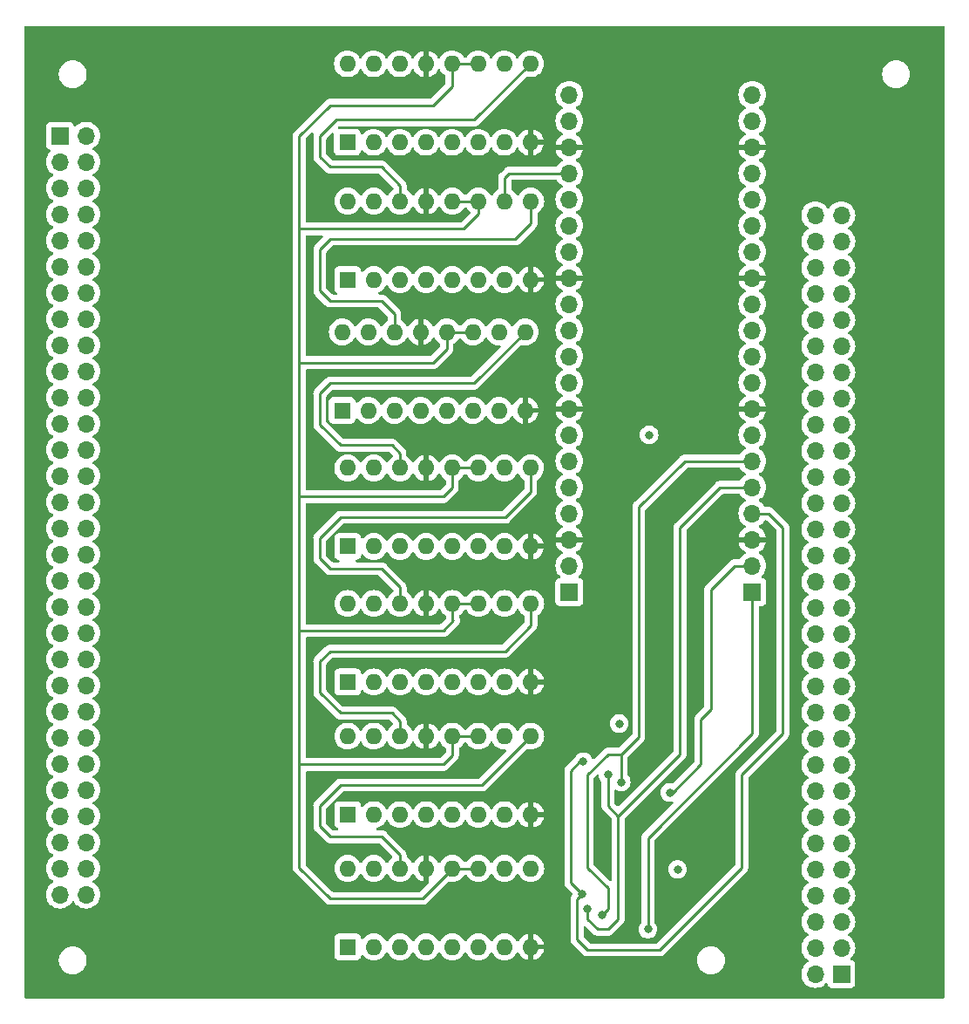
<source format=gbr>
%TF.GenerationSoftware,KiCad,Pcbnew,7.0.7*%
%TF.CreationDate,2023-10-12T19:01:10-04:00*%
%TF.ProjectId,PCB_final,5043425f-6669-46e6-916c-2e6b69636164,rev?*%
%TF.SameCoordinates,Original*%
%TF.FileFunction,Copper,L4,Bot*%
%TF.FilePolarity,Positive*%
%FSLAX46Y46*%
G04 Gerber Fmt 4.6, Leading zero omitted, Abs format (unit mm)*
G04 Created by KiCad (PCBNEW 7.0.7) date 2023-10-12 19:01:10*
%MOMM*%
%LPD*%
G01*
G04 APERTURE LIST*
%TA.AperFunction,ComponentPad*%
%ADD10R,1.600000X1.600000*%
%TD*%
%TA.AperFunction,ComponentPad*%
%ADD11O,1.600000X1.600000*%
%TD*%
%TA.AperFunction,ComponentPad*%
%ADD12R,1.700000X1.700000*%
%TD*%
%TA.AperFunction,ComponentPad*%
%ADD13O,1.700000X1.700000*%
%TD*%
%TA.AperFunction,ViaPad*%
%ADD14C,0.800000*%
%TD*%
%TA.AperFunction,Conductor*%
%ADD15C,0.250000*%
%TD*%
G04 APERTURE END LIST*
D10*
%TO.P,U2,1,QB*%
%TO.N,/Interface Board/SOUT10*%
X124725708Y-84931727D03*
D11*
%TO.P,U2,2,QC*%
%TO.N,/Interface Board/SOUT11*%
X127265708Y-84931727D03*
%TO.P,U2,3,QD*%
%TO.N,/Interface Board/SOUT12*%
X129805708Y-84931727D03*
%TO.P,U2,4,QE*%
%TO.N,/Interface Board/SOUT13*%
X132345708Y-84931727D03*
%TO.P,U2,5,QF*%
%TO.N,/Interface Board/SOUT14*%
X134885708Y-84931727D03*
%TO.P,U2,6,QG*%
%TO.N,/Interface Board/SOUT15*%
X137425708Y-84931727D03*
%TO.P,U2,7,QH*%
%TO.N,/Interface Board/SOUT16*%
X139965708Y-84931727D03*
%TO.P,U2,8,GND*%
%TO.N,GND*%
X142505708Y-84931727D03*
%TO.P,U2,9,QH'*%
%TO.N,Net-(U2-QH')*%
X142505708Y-77311727D03*
%TO.P,U2,10,~{SRCLR}*%
%TO.N,/Interface Board/SH_CLR*%
X139965708Y-77311727D03*
%TO.P,U2,11,SRCLK*%
%TO.N,/Interface Board/SH_CLK*%
X137425708Y-77311727D03*
%TO.P,U2,12,RCLK*%
X134885708Y-77311727D03*
%TO.P,U2,13,~{OE}*%
%TO.N,GND*%
X132345708Y-77311727D03*
%TO.P,U2,14,SER*%
%TO.N,Net-(U1-QH')*%
X129805708Y-77311727D03*
%TO.P,U2,15,QA*%
%TO.N,/Interface Board/SOUT9*%
X127265708Y-77311727D03*
%TO.P,U2,16,VCC*%
%TO.N,+3V3*%
X124725708Y-77311727D03*
%TD*%
D12*
%TO.P,J5,1,Pin_1*%
%TO.N,unconnected-(J5-Pin_1-Pad1)*%
X146250708Y-115255141D03*
D13*
%TO.P,J5,2,Pin_2*%
%TO.N,unconnected-(J5-Pin_2-Pad2)*%
X146250708Y-112715141D03*
%TO.P,J5,3,Pin_3*%
%TO.N,GND*%
X146250708Y-110175141D03*
%TO.P,J5,4,Pin_4*%
%TO.N,unconnected-(J5-Pin_4-Pad4)*%
X146250708Y-107635141D03*
%TO.P,J5,5,Pin_5*%
%TO.N,/Interface Board/3V3_Pico*%
X146250708Y-105095141D03*
%TO.P,J5,6,Pin_6*%
%TO.N,unconnected-(J5-Pin_6-Pad6)*%
X146250708Y-102555141D03*
%TO.P,J5,7,Pin_7*%
%TO.N,unconnected-(J5-Pin_7-Pad7)*%
X146250708Y-100015141D03*
%TO.P,J5,8,Pin_8*%
%TO.N,GND*%
X146250708Y-97475141D03*
%TO.P,J5,9,Pin_9*%
%TO.N,unconnected-(J5-Pin_9-Pad9)*%
X146250708Y-94935141D03*
%TO.P,J5,10,Pin_10*%
%TO.N,unconnected-(J5-Pin_10-Pad10)*%
X146250708Y-92395141D03*
%TO.P,J5,11,Pin_11*%
%TO.N,unconnected-(J5-Pin_11-Pad11)*%
X146250708Y-89855141D03*
%TO.P,J5,12,Pin_12*%
%TO.N,unconnected-(J5-Pin_12-Pad12)*%
X146250708Y-87315141D03*
%TO.P,J5,13,Pin_13*%
%TO.N,GND*%
X146250708Y-84775141D03*
%TO.P,J5,14,Pin_14*%
%TO.N,unconnected-(J5-Pin_14-Pad14)*%
X146250708Y-82235141D03*
%TO.P,J5,15,Pin_15*%
%TO.N,unconnected-(J5-Pin_15-Pad15)*%
X146250708Y-79695141D03*
%TO.P,J5,16,Pin_16*%
%TO.N,/Interface Board/SH_CLK*%
X146250708Y-77155141D03*
%TO.P,J5,17,Pin_17*%
%TO.N,/Interface Board/SH_CLR*%
X146250708Y-74615141D03*
%TO.P,J5,18,Pin_18*%
%TO.N,GND*%
X146250708Y-72075141D03*
%TO.P,J5,19,Pin_19*%
%TO.N,/Interface Board/SH_SERIN*%
X146250708Y-69535141D03*
%TO.P,J5,20,Pin_20*%
%TO.N,/Interface Board/SH_SEROUT*%
X146250708Y-66995141D03*
%TD*%
D12*
%TO.P,J1,1,Pin_1*%
%TO.N,Net-(D1-K)*%
X96755708Y-70961727D03*
D13*
%TO.P,J1,2,Pin_2*%
%TO.N,Net-(D29-K)*%
X99295708Y-70961727D03*
%TO.P,J1,3,Pin_3*%
%TO.N,Net-(D2-K)*%
X96755708Y-73501727D03*
%TO.P,J1,4,Pin_4*%
%TO.N,Net-(D30-K)*%
X99295708Y-73501727D03*
%TO.P,J1,5,Pin_5*%
%TO.N,Net-(D3-K)*%
X96755708Y-76041727D03*
%TO.P,J1,6,Pin_6*%
%TO.N,Net-(D31-K)*%
X99295708Y-76041727D03*
%TO.P,J1,7,Pin_7*%
%TO.N,Net-(D4-K)*%
X96755708Y-78581727D03*
%TO.P,J1,8,Pin_8*%
%TO.N,Net-(D32-K)*%
X99295708Y-78581727D03*
%TO.P,J1,9,Pin_9*%
%TO.N,Net-(D5-K)*%
X96755708Y-81121727D03*
%TO.P,J1,10,Pin_10*%
%TO.N,Net-(D33-K)*%
X99295708Y-81121727D03*
%TO.P,J1,11,Pin_11*%
%TO.N,Net-(D6-K)*%
X96755708Y-83661727D03*
%TO.P,J1,12,Pin_12*%
%TO.N,Net-(D34-K)*%
X99295708Y-83661727D03*
%TO.P,J1,13,Pin_13*%
%TO.N,Net-(D7-K)*%
X96755708Y-86201727D03*
%TO.P,J1,14,Pin_14*%
%TO.N,Net-(D35-K)*%
X99295708Y-86201727D03*
%TO.P,J1,15,Pin_15*%
%TO.N,Net-(D8-K)*%
X96755708Y-88741727D03*
%TO.P,J1,16,Pin_16*%
%TO.N,Net-(D36-K)*%
X99295708Y-88741727D03*
%TO.P,J1,17,Pin_17*%
%TO.N,Net-(D9-K)*%
X96755708Y-91281727D03*
%TO.P,J1,18,Pin_18*%
%TO.N,Net-(D37-K)*%
X99295708Y-91281727D03*
%TO.P,J1,19,Pin_19*%
%TO.N,Net-(D10-K)*%
X96755708Y-93821727D03*
%TO.P,J1,20,Pin_20*%
%TO.N,Net-(D38-K)*%
X99295708Y-93821727D03*
%TO.P,J1,21,Pin_21*%
%TO.N,Net-(D11-K)*%
X96755708Y-96361727D03*
%TO.P,J1,22,Pin_22*%
%TO.N,Net-(D39-K)*%
X99295708Y-96361727D03*
%TO.P,J1,23,Pin_23*%
%TO.N,Net-(D12-K)*%
X96755708Y-98901727D03*
%TO.P,J1,24,Pin_24*%
%TO.N,Net-(D40-K)*%
X99295708Y-98901727D03*
%TO.P,J1,25,Pin_25*%
%TO.N,Net-(D13-K)*%
X96755708Y-101441727D03*
%TO.P,J1,26,Pin_26*%
%TO.N,Net-(D41-K)*%
X99295708Y-101441727D03*
%TO.P,J1,27,Pin_27*%
%TO.N,Net-(D14-K)*%
X96755708Y-103981727D03*
%TO.P,J1,28,Pin_28*%
%TO.N,Net-(D42-K)*%
X99295708Y-103981727D03*
%TO.P,J1,29,Pin_29*%
%TO.N,Net-(D15-K)*%
X96755708Y-106521727D03*
%TO.P,J1,30,Pin_30*%
%TO.N,Net-(D43-K)*%
X99295708Y-106521727D03*
%TO.P,J1,31,Pin_31*%
%TO.N,Net-(D16-K)*%
X96755708Y-109061727D03*
%TO.P,J1,32,Pin_32*%
%TO.N,Net-(D44-K)*%
X99295708Y-109061727D03*
%TO.P,J1,33,Pin_33*%
%TO.N,Net-(D17-K)*%
X96755708Y-111601727D03*
%TO.P,J1,34,Pin_34*%
%TO.N,Net-(D45-K)*%
X99295708Y-111601727D03*
%TO.P,J1,35,Pin_35*%
%TO.N,Net-(D18-K)*%
X96755708Y-114141727D03*
%TO.P,J1,36,Pin_36*%
%TO.N,Net-(D46-K)*%
X99295708Y-114141727D03*
%TO.P,J1,37,Pin_37*%
%TO.N,Net-(D19-K)*%
X96755708Y-116681727D03*
%TO.P,J1,38,Pin_38*%
%TO.N,Net-(D47-K)*%
X99295708Y-116681727D03*
%TO.P,J1,39,Pin_39*%
%TO.N,Net-(D20-K)*%
X96755708Y-119221727D03*
%TO.P,J1,40,Pin_40*%
%TO.N,Net-(D48-K)*%
X99295708Y-119221727D03*
%TO.P,J1,41,Pin_41*%
%TO.N,Net-(D21-K)*%
X96755708Y-121761727D03*
%TO.P,J1,42,Pin_42*%
%TO.N,Net-(D49-K)*%
X99295708Y-121761727D03*
%TO.P,J1,43,Pin_43*%
%TO.N,Net-(D22-K)*%
X96755708Y-124301727D03*
%TO.P,J1,44,Pin_44*%
%TO.N,Net-(D50-K)*%
X99295708Y-124301727D03*
%TO.P,J1,45,Pin_45*%
%TO.N,Net-(D23-K)*%
X96755708Y-126841727D03*
%TO.P,J1,46,Pin_46*%
%TO.N,Net-(D51-K)*%
X99295708Y-126841727D03*
%TO.P,J1,47,Pin_47*%
%TO.N,Net-(D24-K)*%
X96755708Y-129381727D03*
%TO.P,J1,48,Pin_48*%
%TO.N,Net-(D52-K)*%
X99295708Y-129381727D03*
%TO.P,J1,49,Pin_49*%
%TO.N,Net-(D25-K)*%
X96755708Y-131921727D03*
%TO.P,J1,50,Pin_50*%
%TO.N,Net-(D53-K)*%
X99295708Y-131921727D03*
%TO.P,J1,51,Pin_51*%
%TO.N,Net-(D26-K)*%
X96755708Y-134461727D03*
%TO.P,J1,52,Pin_52*%
%TO.N,Net-(D54-K)*%
X99295708Y-134461727D03*
%TO.P,J1,53,Pin_53*%
%TO.N,Net-(D27-K)*%
X96755708Y-137001727D03*
%TO.P,J1,54,Pin_54*%
%TO.N,Net-(D55-K)*%
X99295708Y-137001727D03*
%TO.P,J1,55,Pin_55*%
%TO.N,Net-(D28-K)*%
X96755708Y-139541727D03*
%TO.P,J1,56,Pin_56*%
%TO.N,Net-(D56-K)*%
X99295708Y-139541727D03*
%TO.P,J1,57,Pin_57*%
%TO.N,unconnected-(J1-Pin_57-Pad57)*%
X96755708Y-142081727D03*
%TO.P,J1,58,Pin_58*%
%TO.N,unconnected-(J1-Pin_58-Pad58)*%
X99295708Y-142081727D03*
%TO.P,J1,59,Pin_59*%
%TO.N,unconnected-(J1-Pin_59-Pad59)*%
X96755708Y-144621727D03*
%TO.P,J1,60,Pin_60*%
%TO.N,unconnected-(J1-Pin_60-Pad60)*%
X99295708Y-144621727D03*
%TD*%
D10*
%TO.P,U6,1,QB*%
%TO.N,/Interface Board/SOUT42*%
X124725708Y-136870022D03*
D11*
%TO.P,U6,2,QC*%
%TO.N,/Interface Board/SOUT43*%
X127265708Y-136870022D03*
%TO.P,U6,3,QD*%
%TO.N,/Interface Board/SOUT44*%
X129805708Y-136870022D03*
%TO.P,U6,4,QE*%
%TO.N,/Interface Board/SOUT45*%
X132345708Y-136870022D03*
%TO.P,U6,5,QF*%
%TO.N,/Interface Board/SOUT46*%
X134885708Y-136870022D03*
%TO.P,U6,6,QG*%
%TO.N,/Interface Board/SOUT47*%
X137425708Y-136870022D03*
%TO.P,U6,7,QH*%
%TO.N,/Interface Board/SOUT48*%
X139965708Y-136870022D03*
%TO.P,U6,8,GND*%
%TO.N,GND*%
X142505708Y-136870022D03*
%TO.P,U6,9,QH'*%
%TO.N,Net-(U6-QH')*%
X142505708Y-129250022D03*
%TO.P,U6,10,~{SRCLR}*%
%TO.N,/Interface Board/SH_CLR*%
X139965708Y-129250022D03*
%TO.P,U6,11,SRCLK*%
%TO.N,/Interface Board/SH_CLK*%
X137425708Y-129250022D03*
%TO.P,U6,12,RCLK*%
X134885708Y-129250022D03*
%TO.P,U6,13,~{OE}*%
%TO.N,GND*%
X132345708Y-129250022D03*
%TO.P,U6,14,SER*%
%TO.N,Net-(U5-QH')*%
X129805708Y-129250022D03*
%TO.P,U6,15,QA*%
%TO.N,/Interface Board/SOUT41*%
X127265708Y-129250022D03*
%TO.P,U6,16,VCC*%
%TO.N,+3V3*%
X124725708Y-129250022D03*
%TD*%
D10*
%TO.P,U3,1,QB*%
%TO.N,/Interface Board/SOUT18*%
X124187708Y-97631727D03*
D11*
%TO.P,U3,2,QC*%
%TO.N,/Interface Board/SOUT19*%
X126727708Y-97631727D03*
%TO.P,U3,3,QD*%
%TO.N,/Interface Board/SOUT20*%
X129267708Y-97631727D03*
%TO.P,U3,4,QE*%
%TO.N,/Interface Board/SOUT21*%
X131807708Y-97631727D03*
%TO.P,U3,5,QF*%
%TO.N,/Interface Board/SOUT22*%
X134347708Y-97631727D03*
%TO.P,U3,6,QG*%
%TO.N,/Interface Board/SOUT23*%
X136887708Y-97631727D03*
%TO.P,U3,7,QH*%
%TO.N,/Interface Board/SOUT24*%
X139427708Y-97631727D03*
%TO.P,U3,8,GND*%
%TO.N,GND*%
X141967708Y-97631727D03*
%TO.P,U3,9,QH'*%
%TO.N,Net-(U3-QH')*%
X141967708Y-90011727D03*
%TO.P,U3,10,~{SRCLR}*%
%TO.N,/Interface Board/SH_CLR*%
X139427708Y-90011727D03*
%TO.P,U3,11,SRCLK*%
%TO.N,/Interface Board/SH_CLK*%
X136887708Y-90011727D03*
%TO.P,U3,12,RCLK*%
X134347708Y-90011727D03*
%TO.P,U3,13,~{OE}*%
%TO.N,GND*%
X131807708Y-90011727D03*
%TO.P,U3,14,SER*%
%TO.N,Net-(U2-QH')*%
X129267708Y-90011727D03*
%TO.P,U3,15,QA*%
%TO.N,/Interface Board/SOUT17*%
X126727708Y-90011727D03*
%TO.P,U3,16,VCC*%
%TO.N,+3V3*%
X124187708Y-90011727D03*
%TD*%
D10*
%TO.P,U7,1,QB*%
%TO.N,/Interface Board/SOUT50*%
X124725708Y-149701727D03*
D11*
%TO.P,U7,2,QC*%
%TO.N,/Interface Board/SOUT51*%
X127265708Y-149701727D03*
%TO.P,U7,3,QD*%
%TO.N,/Interface Board/SOUT52*%
X129805708Y-149701727D03*
%TO.P,U7,4,QE*%
%TO.N,/Interface Board/SOUT53*%
X132345708Y-149701727D03*
%TO.P,U7,5,QF*%
%TO.N,/Interface Board/SOUT54*%
X134885708Y-149701727D03*
%TO.P,U7,6,QG*%
%TO.N,/Interface Board/SOUT55*%
X137425708Y-149701727D03*
%TO.P,U7,7,QH*%
%TO.N,/Interface Board/SOUT56*%
X139965708Y-149701727D03*
%TO.P,U7,8,GND*%
%TO.N,GND*%
X142505708Y-149701727D03*
%TO.P,U7,9,QH'*%
%TO.N,/Interface Board/SER_OUT*%
X142505708Y-142081727D03*
%TO.P,U7,10,~{SRCLR}*%
%TO.N,/Interface Board/SH_CLR*%
X139965708Y-142081727D03*
%TO.P,U7,11,SRCLK*%
%TO.N,/Interface Board/SH_CLK*%
X137425708Y-142081727D03*
%TO.P,U7,12,RCLK*%
X134885708Y-142081727D03*
%TO.P,U7,13,~{OE}*%
%TO.N,GND*%
X132345708Y-142081727D03*
%TO.P,U7,14,SER*%
%TO.N,Net-(U6-QH')*%
X129805708Y-142081727D03*
%TO.P,U7,15,QA*%
%TO.N,/Interface Board/SOUT49*%
X127265708Y-142081727D03*
%TO.P,U7,16,VCC*%
%TO.N,+3V3*%
X124725708Y-142081727D03*
%TD*%
D10*
%TO.P,U4,1,QB*%
%TO.N,/Interface Board/SOUT26*%
X124710708Y-110829727D03*
D11*
%TO.P,U4,2,QC*%
%TO.N,/Interface Board/SOUT27*%
X127250708Y-110829727D03*
%TO.P,U4,3,QD*%
%TO.N,/Interface Board/SOUT28*%
X129790708Y-110829727D03*
%TO.P,U4,4,QE*%
%TO.N,/Interface Board/SOUT29*%
X132330708Y-110829727D03*
%TO.P,U4,5,QF*%
%TO.N,/Interface Board/SOUT30*%
X134870708Y-110829727D03*
%TO.P,U4,6,QG*%
%TO.N,/Interface Board/SOUT31*%
X137410708Y-110829727D03*
%TO.P,U4,7,QH*%
%TO.N,/Interface Board/SOUT32*%
X139950708Y-110829727D03*
%TO.P,U4,8,GND*%
%TO.N,GND*%
X142490708Y-110829727D03*
%TO.P,U4,9,QH'*%
%TO.N,/Interface Board/SER5*%
X142490708Y-103209727D03*
%TO.P,U4,10,~{SRCLR}*%
%TO.N,/Interface Board/SH_CLR*%
X139950708Y-103209727D03*
%TO.P,U4,11,SRCLK*%
%TO.N,/Interface Board/SH_CLK*%
X137410708Y-103209727D03*
%TO.P,U4,12,RCLK*%
X134870708Y-103209727D03*
%TO.P,U4,13,~{OE}*%
%TO.N,GND*%
X132330708Y-103209727D03*
%TO.P,U4,14,SER*%
%TO.N,Net-(U3-QH')*%
X129790708Y-103209727D03*
%TO.P,U4,15,QA*%
%TO.N,/Interface Board/SOUT25*%
X127250708Y-103209727D03*
%TO.P,U4,16,VCC*%
%TO.N,+3V3*%
X124710708Y-103209727D03*
%TD*%
D12*
%TO.P,J2,1,Pin_1*%
%TO.N,/Interface Board/ADC_IN1*%
X172681328Y-152337397D03*
D13*
%TO.P,J2,2,Pin_2*%
%TO.N,/Interface Board/ADC_IN2*%
X170141328Y-152337397D03*
%TO.P,J2,3,Pin_3*%
%TO.N,/Interface Board/ADC_IN3*%
X172681328Y-149797397D03*
%TO.P,J2,4,Pin_4*%
%TO.N,/Interface Board/ADC_IN4*%
X170141328Y-149797397D03*
%TO.P,J2,5,Pin_5*%
%TO.N,/Interface Board/ADC_IN5*%
X172681328Y-147257397D03*
%TO.P,J2,6,Pin_6*%
%TO.N,/Interface Board/ADC_IN6*%
X170141328Y-147257397D03*
%TO.P,J2,7,Pin_7*%
%TO.N,/Interface Board/ADC_IN7*%
X172681328Y-144717397D03*
%TO.P,J2,8,Pin_8*%
%TO.N,/Interface Board/ADC_IN8*%
X170141328Y-144717397D03*
%TO.P,J2,9,Pin_9*%
%TO.N,/Interface Board/ADC_IN9*%
X172681328Y-142177397D03*
%TO.P,J2,10,Pin_10*%
%TO.N,/Interface Board/ADC_IN10*%
X170141328Y-142177397D03*
%TO.P,J2,11,Pin_11*%
%TO.N,/Interface Board/ADC_IN11*%
X172681328Y-139637397D03*
%TO.P,J2,12,Pin_12*%
%TO.N,/Interface Board/ADC_IN12*%
X170141328Y-139637397D03*
%TO.P,J2,13,Pin_13*%
%TO.N,/Interface Board/ADC_IN13*%
X172681328Y-137097397D03*
%TO.P,J2,14,Pin_14*%
%TO.N,/Interface Board/ADC_IN14*%
X170141328Y-137097397D03*
%TO.P,J2,15,Pin_15*%
%TO.N,/Interface Board/ADC_IN15*%
X172681328Y-134557397D03*
%TO.P,J2,16,Pin_16*%
%TO.N,/Interface Board/ADC_IN16*%
X170141328Y-134557397D03*
%TO.P,J2,17,Pin_17*%
%TO.N,/Interface Board/ADC_IN17*%
X172681328Y-132017397D03*
%TO.P,J2,18,Pin_18*%
%TO.N,/Interface Board/ADC_IN18*%
X170141328Y-132017397D03*
%TO.P,J2,19,Pin_19*%
%TO.N,/Interface Board/ADC_IN19*%
X172681328Y-129477397D03*
%TO.P,J2,20,Pin_20*%
%TO.N,/Interface Board/ADC_IN20*%
X170141328Y-129477397D03*
%TO.P,J2,21,Pin_21*%
%TO.N,/Interface Board/ADC_IN21*%
X172681328Y-126937397D03*
%TO.P,J2,22,Pin_22*%
%TO.N,/Interface Board/ADC_IN22*%
X170141328Y-126937397D03*
%TO.P,J2,23,Pin_23*%
%TO.N,/Interface Board/ADC_IN23*%
X172681328Y-124397397D03*
%TO.P,J2,24,Pin_24*%
%TO.N,/Interface Board/ADC_IN24*%
X170141328Y-124397397D03*
%TO.P,J2,25,Pin_25*%
%TO.N,/Interface Board/ADC_IN25*%
X172681328Y-121857397D03*
%TO.P,J2,26,Pin_26*%
%TO.N,/Interface Board/ADC_IN26*%
X170141328Y-121857397D03*
%TO.P,J2,27,Pin_27*%
%TO.N,/Interface Board/ADC_IN27*%
X172681328Y-119317397D03*
%TO.P,J2,28,Pin_28*%
%TO.N,/Interface Board/ADC_IN28*%
X170141328Y-119317397D03*
%TO.P,J2,29,Pin_29*%
%TO.N,unconnected-(J2-Pin_29-Pad29)*%
X172681328Y-116777397D03*
%TO.P,J2,30,Pin_30*%
%TO.N,unconnected-(J2-Pin_30-Pad30)*%
X170141328Y-116777397D03*
%TO.P,J2,31,Pin_31*%
%TO.N,unconnected-(J2-Pin_31-Pad31)*%
X172681328Y-114237397D03*
%TO.P,J2,32,Pin_32*%
%TO.N,unconnected-(J2-Pin_32-Pad32)*%
X170141328Y-114237397D03*
%TO.P,J2,33,Pin_33*%
%TO.N,unconnected-(J2-Pin_33-Pad33)*%
X172681328Y-111697397D03*
%TO.P,J2,34,Pin_34*%
%TO.N,unconnected-(J2-Pin_34-Pad34)*%
X170141328Y-111697397D03*
%TO.P,J2,35,Pin_35*%
%TO.N,unconnected-(J2-Pin_35-Pad35)*%
X172681328Y-109157397D03*
%TO.P,J2,36,Pin_36*%
%TO.N,unconnected-(J2-Pin_36-Pad36)*%
X170141328Y-109157397D03*
%TO.P,J2,37,Pin_37*%
%TO.N,unconnected-(J2-Pin_37-Pad37)*%
X172681328Y-106617397D03*
%TO.P,J2,38,Pin_38*%
%TO.N,unconnected-(J2-Pin_38-Pad38)*%
X170141328Y-106617397D03*
%TO.P,J2,39,Pin_39*%
%TO.N,unconnected-(J2-Pin_39-Pad39)*%
X172681328Y-104077397D03*
%TO.P,J2,40,Pin_40*%
%TO.N,unconnected-(J2-Pin_40-Pad40)*%
X170141328Y-104077397D03*
%TO.P,J2,41,Pin_41*%
%TO.N,unconnected-(J2-Pin_41-Pad41)*%
X172681328Y-101537397D03*
%TO.P,J2,42,Pin_42*%
%TO.N,unconnected-(J2-Pin_42-Pad42)*%
X170141328Y-101537397D03*
%TO.P,J2,43,Pin_43*%
%TO.N,unconnected-(J2-Pin_43-Pad43)*%
X172681328Y-98997397D03*
%TO.P,J2,44,Pin_44*%
%TO.N,unconnected-(J2-Pin_44-Pad44)*%
X170141328Y-98997397D03*
%TO.P,J2,45,Pin_45*%
%TO.N,unconnected-(J2-Pin_45-Pad45)*%
X172681328Y-96457397D03*
%TO.P,J2,46,Pin_46*%
%TO.N,unconnected-(J2-Pin_46-Pad46)*%
X170141328Y-96457397D03*
%TO.P,J2,47,Pin_47*%
%TO.N,unconnected-(J2-Pin_47-Pad47)*%
X172681328Y-93917397D03*
%TO.P,J2,48,Pin_48*%
%TO.N,unconnected-(J2-Pin_48-Pad48)*%
X170141328Y-93917397D03*
%TO.P,J2,49,Pin_49*%
%TO.N,unconnected-(J2-Pin_49-Pad49)*%
X172681328Y-91377397D03*
%TO.P,J2,50,Pin_50*%
%TO.N,unconnected-(J2-Pin_50-Pad50)*%
X170141328Y-91377397D03*
%TO.P,J2,51,Pin_51*%
%TO.N,unconnected-(J2-Pin_51-Pad51)*%
X172681328Y-88837397D03*
%TO.P,J2,52,Pin_52*%
%TO.N,unconnected-(J2-Pin_52-Pad52)*%
X170141328Y-88837397D03*
%TO.P,J2,53,Pin_53*%
%TO.N,unconnected-(J2-Pin_53-Pad53)*%
X172681328Y-86297397D03*
%TO.P,J2,54,Pin_54*%
%TO.N,unconnected-(J2-Pin_54-Pad54)*%
X170141328Y-86297397D03*
%TO.P,J2,55,Pin_55*%
%TO.N,unconnected-(J2-Pin_55-Pad55)*%
X172681328Y-83757397D03*
%TO.P,J2,56,Pin_56*%
%TO.N,unconnected-(J2-Pin_56-Pad56)*%
X170141328Y-83757397D03*
%TO.P,J2,57,Pin_57*%
%TO.N,unconnected-(J2-Pin_57-Pad57)*%
X172681328Y-81217397D03*
%TO.P,J2,58,Pin_58*%
%TO.N,unconnected-(J2-Pin_58-Pad58)*%
X170141328Y-81217397D03*
%TO.P,J2,59,Pin_59*%
%TO.N,unconnected-(J2-Pin_59-Pad59)*%
X172681328Y-78677397D03*
%TO.P,J2,60,Pin_60*%
%TO.N,unconnected-(J2-Pin_60-Pad60)*%
X170141328Y-78677397D03*
%TD*%
D10*
%TO.P,U1,1,QB*%
%TO.N,/Interface Board/SOUT2*%
X124695708Y-71596727D03*
D11*
%TO.P,U1,2,QC*%
%TO.N,/Interface Board/SOUT3*%
X127235708Y-71596727D03*
%TO.P,U1,3,QD*%
%TO.N,/Interface Board/SOUT4*%
X129775708Y-71596727D03*
%TO.P,U1,4,QE*%
%TO.N,/Interface Board/SOUT5*%
X132315708Y-71596727D03*
%TO.P,U1,5,QF*%
%TO.N,/Interface Board/SOUT6*%
X134855708Y-71596727D03*
%TO.P,U1,6,QG*%
%TO.N,/Interface Board/SOUT7*%
X137395708Y-71596727D03*
%TO.P,U1,7,QH*%
%TO.N,/Interface Board/SOUT8*%
X139935708Y-71596727D03*
%TO.P,U1,8,GND*%
%TO.N,GND*%
X142475708Y-71596727D03*
%TO.P,U1,9,QH'*%
%TO.N,Net-(U1-QH')*%
X142475708Y-63976727D03*
%TO.P,U1,10,~{SRCLR}*%
%TO.N,/Interface Board/SH_CLR*%
X139935708Y-63976727D03*
%TO.P,U1,11,SRCLK*%
%TO.N,/Interface Board/SH_CLK*%
X137395708Y-63976727D03*
%TO.P,U1,12,RCLK*%
X134855708Y-63976727D03*
%TO.P,U1,13,~{OE}*%
%TO.N,GND*%
X132315708Y-63976727D03*
%TO.P,U1,14,SER*%
%TO.N,/Interface Board/SH_SERIN*%
X129775708Y-63976727D03*
%TO.P,U1,15,QA*%
%TO.N,/Interface Board/SOUT1*%
X127235708Y-63976727D03*
%TO.P,U1,16,VCC*%
%TO.N,+3V3*%
X124695708Y-63976727D03*
%TD*%
D12*
%TO.P,J6,1,Pin_1*%
%TO.N,/Interface Board/ADC1_EOC*%
X164030708Y-115255141D03*
D13*
%TO.P,J6,2,Pin_2*%
%TO.N,/Interface Board/ADC2_EOC*%
X164030708Y-112715141D03*
%TO.P,J6,3,Pin_3*%
%TO.N,GND*%
X164030708Y-110175141D03*
%TO.P,J6,4,Pin_4*%
%TO.N,/Interface Board/SPI0_SCK*%
X164030708Y-107635141D03*
%TO.P,J6,5,Pin_5*%
%TO.N,/Interface Board/SPI0_TX*%
X164030708Y-105095141D03*
%TO.P,J6,6,Pin_6*%
%TO.N,/Interface Board/SPI0_RX*%
X164030708Y-102555141D03*
%TO.P,J6,7,Pin_7*%
%TO.N,unconnected-(J6-Pin_7-Pad7)*%
X164030708Y-100015141D03*
%TO.P,J6,8,Pin_8*%
%TO.N,GND*%
X164030708Y-97475141D03*
%TO.P,J6,9,Pin_9*%
%TO.N,/Interface Board/CS0*%
X164030708Y-94935141D03*
%TO.P,J6,10,Pin_10*%
%TO.N,/Interface Board/CS1*%
X164030708Y-92395141D03*
%TO.P,J6,11,Pin_11*%
%TO.N,unconnected-(J6-Pin_11-Pad11)*%
X164030708Y-89855141D03*
%TO.P,J6,12,Pin_12*%
%TO.N,unconnected-(J6-Pin_12-Pad12)*%
X164030708Y-87315141D03*
%TO.P,J6,13,Pin_13*%
%TO.N,GND*%
X164030708Y-84775141D03*
%TO.P,J6,14,Pin_14*%
%TO.N,unconnected-(J6-Pin_14-Pad14)*%
X164030708Y-82235141D03*
%TO.P,J6,15,Pin_15*%
%TO.N,unconnected-(J6-Pin_15-Pad15)*%
X164030708Y-79695141D03*
%TO.P,J6,16,Pin_16*%
%TO.N,unconnected-(J6-Pin_16-Pad16)*%
X164030708Y-77155141D03*
%TO.P,J6,17,Pin_17*%
%TO.N,unconnected-(J6-Pin_17-Pad17)*%
X164030708Y-74615141D03*
%TO.P,J6,18,Pin_18*%
%TO.N,GND*%
X164030708Y-72075141D03*
%TO.P,J6,19,Pin_19*%
%TO.N,unconnected-(J6-Pin_19-Pad19)*%
X164030708Y-69535141D03*
%TO.P,J6,20,Pin_20*%
%TO.N,unconnected-(J6-Pin_20-Pad20)*%
X164030708Y-66995141D03*
%TD*%
D10*
%TO.P,U5,1,QB*%
%TO.N,/Interface Board/SOUT34*%
X124725708Y-123989585D03*
D11*
%TO.P,U5,2,QC*%
%TO.N,/Interface Board/SOUT35*%
X127265708Y-123989585D03*
%TO.P,U5,3,QD*%
%TO.N,/Interface Board/SOUT36*%
X129805708Y-123989585D03*
%TO.P,U5,4,QE*%
%TO.N,/Interface Board/SOUT37*%
X132345708Y-123989585D03*
%TO.P,U5,5,QF*%
%TO.N,/Interface Board/SOUT38*%
X134885708Y-123989585D03*
%TO.P,U5,6,QG*%
%TO.N,/Interface Board/SOUT39*%
X137425708Y-123989585D03*
%TO.P,U5,7,QH*%
%TO.N,/Interface Board/SOUT40*%
X139965708Y-123989585D03*
%TO.P,U5,8,GND*%
%TO.N,GND*%
X142505708Y-123989585D03*
%TO.P,U5,9,QH'*%
%TO.N,Net-(U5-QH')*%
X142505708Y-116369585D03*
%TO.P,U5,10,~{SRCLR}*%
%TO.N,/Interface Board/SH_CLR*%
X139965708Y-116369585D03*
%TO.P,U5,11,SRCLK*%
%TO.N,/Interface Board/SH_CLK*%
X137425708Y-116369585D03*
%TO.P,U5,12,RCLK*%
X134885708Y-116369585D03*
%TO.P,U5,13,~{OE}*%
%TO.N,GND*%
X132345708Y-116369585D03*
%TO.P,U5,14,SER*%
%TO.N,/Interface Board/SER5*%
X129805708Y-116369585D03*
%TO.P,U5,15,QA*%
%TO.N,/Interface Board/SOUT33*%
X127265708Y-116369585D03*
%TO.P,U5,16,VCC*%
%TO.N,+3V3*%
X124725708Y-116369585D03*
%TD*%
D14*
%TO.N,+3V3*%
X151097737Y-128033995D03*
X156772018Y-142184850D03*
X154000000Y-100000000D03*
%TO.N,GND*%
X118000000Y-90000000D03*
X119000000Y-127000000D03*
X119000000Y-103000000D03*
X180000000Y-116000000D03*
X117000000Y-65000000D03*
X180876682Y-153175055D03*
X118000000Y-79000000D03*
X119000000Y-140000000D03*
X149555401Y-140563264D03*
X118598427Y-114634973D03*
X155444365Y-127892293D03*
%TO.N,/Interface Board/ADC1_EOC*%
X153883881Y-147985658D03*
%TO.N,/Interface Board/ADC2_EOC*%
X156000000Y-134720333D03*
%TO.N,/Interface Board/SPI0_SCK*%
X147494103Y-144555401D03*
X147616700Y-131724500D03*
%TO.N,/Interface Board/SPI0_TX*%
X150000000Y-133000000D03*
X148000000Y-146000000D03*
%TO.N,/Interface Board/SPI0_RX*%
X149404120Y-146606290D03*
X151300330Y-133699670D03*
%TD*%
D15*
%TO.N,/Interface Board/SPI0_SCK*%
X165635141Y-107635141D02*
X164030708Y-107635141D01*
X167000000Y-109000000D02*
X165635141Y-107635141D01*
X167000000Y-129000000D02*
X167000000Y-109000000D01*
X163000000Y-133000000D02*
X167000000Y-129000000D01*
X155000000Y-150000000D02*
X163000000Y-142000000D01*
X163000000Y-142000000D02*
X163000000Y-133000000D01*
X148000000Y-150000000D02*
X155000000Y-150000000D01*
X147000000Y-145049504D02*
X147000000Y-149000000D01*
X147494103Y-144555401D02*
X147000000Y-145049504D01*
X147000000Y-149000000D02*
X148000000Y-150000000D01*
%TO.N,/Interface Board/SH_CLK*%
X134885708Y-142081727D02*
X137425708Y-142081727D01*
X120000000Y-142000000D02*
X123000000Y-145000000D01*
X137425708Y-78574292D02*
X136000000Y-80000000D01*
X134885708Y-129250022D02*
X137425708Y-129250022D01*
X120000000Y-75000000D02*
X120000000Y-71000000D01*
X135000000Y-118000000D02*
X134000000Y-119000000D01*
X120000000Y-93000000D02*
X120000000Y-106000000D01*
X120000000Y-75000000D02*
X120000000Y-93000000D01*
X133000000Y-93000000D02*
X120000000Y-93000000D01*
X120000000Y-80000000D02*
X120000000Y-75000000D01*
X134870708Y-103209727D02*
X134870708Y-105129292D01*
X133000000Y-68000000D02*
X134855708Y-66144292D01*
X134855708Y-63976727D02*
X137395708Y-63976727D01*
X134885708Y-131114292D02*
X134000000Y-132000000D01*
X131967435Y-145000000D02*
X134885708Y-142081727D01*
X134000000Y-119000000D02*
X120000000Y-119000000D01*
X137425708Y-77311727D02*
X137425708Y-78574292D01*
X134855708Y-66144292D02*
X134855708Y-63976727D01*
X134347708Y-90011727D02*
X134347708Y-91652292D01*
X123000000Y-68000000D02*
X133000000Y-68000000D01*
X134885708Y-116369585D02*
X137425708Y-116369585D01*
X134885708Y-117885708D02*
X135000000Y-118000000D01*
X120000000Y-132000000D02*
X120000000Y-142000000D01*
X134347708Y-91652292D02*
X133000000Y-93000000D01*
X136000000Y-80000000D02*
X120000000Y-80000000D01*
X123000000Y-145000000D02*
X131967435Y-145000000D01*
X134870708Y-105129292D02*
X134000000Y-106000000D01*
X134347708Y-90011727D02*
X136887708Y-90011727D01*
X134000000Y-132000000D02*
X120000000Y-132000000D01*
X134885708Y-129250022D02*
X134885708Y-131114292D01*
X134885708Y-77311727D02*
X137425708Y-77311727D01*
X134000000Y-106000000D02*
X120000000Y-106000000D01*
X134885708Y-116369585D02*
X134885708Y-117885708D01*
X120000000Y-71000000D02*
X123000000Y-68000000D01*
X134870708Y-103209727D02*
X137410708Y-103209727D01*
X120000000Y-119000000D02*
X120000000Y-132000000D01*
X120000000Y-106000000D02*
X120000000Y-119000000D01*
%TO.N,/Interface Board/SH_CLR*%
X139965708Y-75034292D02*
X140384859Y-74615141D01*
X139965708Y-77311727D02*
X139965708Y-75034292D01*
X140384859Y-74615141D02*
X146250708Y-74615141D01*
%TO.N,/Interface Board/ADC1_EOC*%
X164030708Y-128969292D02*
X153883881Y-139116119D01*
X164030708Y-115255141D02*
X164030708Y-128969292D01*
X153883881Y-139116119D02*
X153883881Y-147985658D01*
%TO.N,/Interface Board/ADC2_EOC*%
X160000000Y-126645915D02*
X160000000Y-115000000D01*
X162284859Y-112715141D02*
X164030708Y-112715141D01*
X160000000Y-115000000D02*
X162284859Y-112715141D01*
X159000000Y-132000000D02*
X159000000Y-127645915D01*
X156000000Y-134720333D02*
X156279667Y-134720333D01*
X159000000Y-127645915D02*
X160000000Y-126645915D01*
X156279667Y-134720333D02*
X159000000Y-132000000D01*
%TO.N,/Interface Board/SPI0_SCK*%
X147616700Y-131724500D02*
X147275500Y-131724500D01*
X146386538Y-132613462D02*
X146386538Y-143447836D01*
X146386538Y-143447836D02*
X147494103Y-144555401D01*
X147275500Y-131724500D02*
X146386538Y-132613462D01*
%TO.N,/Interface Board/SPI0_TX*%
X148000000Y-147000000D02*
X148000000Y-146000000D01*
X151000000Y-137000000D02*
X157000000Y-131000000D01*
X151000000Y-147000000D02*
X150000000Y-148000000D01*
X150000000Y-136000000D02*
X151000000Y-137000000D01*
X157000000Y-131000000D02*
X157000000Y-109000000D01*
X150000000Y-133000000D02*
X150000000Y-136000000D01*
X149000000Y-148000000D02*
X148000000Y-147000000D01*
X151000000Y-137000000D02*
X151000000Y-147000000D01*
X157000000Y-109000000D02*
X160904859Y-105095141D01*
X160904859Y-105095141D02*
X164030708Y-105095141D01*
X150000000Y-148000000D02*
X149000000Y-148000000D01*
%TO.N,/Interface Board/SPI0_RX*%
X148000000Y-142000000D02*
X148000000Y-133000000D01*
X148000000Y-133000000D02*
X150000000Y-131000000D01*
X149404120Y-146606290D02*
X150000000Y-146010410D01*
X157444859Y-102555141D02*
X164030708Y-102555141D01*
X150000000Y-144000000D02*
X148000000Y-142000000D01*
X153000000Y-129300330D02*
X153000000Y-107000000D01*
X151300330Y-131000000D02*
X153000000Y-129300330D01*
X150000000Y-131000000D02*
X151300330Y-131000000D01*
X150000000Y-146010410D02*
X150000000Y-144000000D01*
X153000000Y-107000000D02*
X157444859Y-102555141D01*
X151300330Y-133699670D02*
X151300330Y-131000000D01*
%TO.N,Net-(U1-QH')*%
X123580846Y-69419154D02*
X122000000Y-71000000D01*
X142475708Y-63976727D02*
X137033281Y-69419154D01*
X137033281Y-69419154D02*
X123580846Y-69419154D01*
X129805708Y-75805708D02*
X129805708Y-77311727D01*
X122000000Y-73000000D02*
X123000000Y-74000000D01*
X122000000Y-71000000D02*
X122000000Y-73000000D01*
X128000000Y-74000000D02*
X129805708Y-75805708D01*
X123000000Y-74000000D02*
X128000000Y-74000000D01*
%TO.N,Net-(U2-QH')*%
X123000000Y-87000000D02*
X128000000Y-87000000D01*
X142505708Y-77311727D02*
X142505708Y-79494292D01*
X129267708Y-88267708D02*
X129267708Y-90011727D01*
X128000000Y-87000000D02*
X129267708Y-88267708D01*
X141000000Y-81000000D02*
X123000000Y-81000000D01*
X142505708Y-79494292D02*
X141000000Y-81000000D01*
X123000000Y-81000000D02*
X122000000Y-82000000D01*
X122000000Y-82000000D02*
X122000000Y-86000000D01*
X122000000Y-86000000D02*
X123000000Y-87000000D01*
%TO.N,Net-(U3-QH')*%
X122000000Y-99000000D02*
X124000000Y-101000000D01*
X129000000Y-101000000D02*
X129790708Y-101790708D01*
X129790708Y-101790708D02*
X129790708Y-103209727D01*
X136979435Y-95000000D02*
X123000000Y-95000000D01*
X141967708Y-90011727D02*
X136979435Y-95000000D01*
X124000000Y-101000000D02*
X129000000Y-101000000D01*
X123000000Y-95000000D02*
X122000000Y-96000000D01*
X122000000Y-96000000D02*
X122000000Y-99000000D01*
%TO.N,/Interface Board/SER5*%
X122000000Y-112000000D02*
X123000000Y-113000000D01*
X123000000Y-113000000D02*
X128000000Y-113000000D01*
X122000000Y-110000000D02*
X122000000Y-112000000D01*
X140000000Y-108000000D02*
X124000000Y-108000000D01*
X128000000Y-113000000D02*
X129805708Y-114805708D01*
X129805708Y-114805708D02*
X129805708Y-116369585D01*
X124000000Y-108000000D02*
X122000000Y-110000000D01*
X142490708Y-103209727D02*
X142490708Y-105509292D01*
X142490708Y-105509292D02*
X140000000Y-108000000D01*
%TO.N,Net-(U5-QH')*%
X129805708Y-127805708D02*
X129805708Y-129250022D01*
X142505708Y-118494292D02*
X140000000Y-121000000D01*
X123000000Y-121000000D02*
X122000000Y-122000000D01*
X122000000Y-122000000D02*
X122000000Y-125000000D01*
X140000000Y-121000000D02*
X123000000Y-121000000D01*
X142505708Y-116369585D02*
X142505708Y-118494292D01*
X129000000Y-127000000D02*
X129805708Y-127805708D01*
X124000000Y-127000000D02*
X129000000Y-127000000D01*
X122000000Y-125000000D02*
X124000000Y-127000000D01*
%TO.N,Net-(U6-QH')*%
X122000000Y-138000000D02*
X123000000Y-139000000D01*
X124000000Y-134000000D02*
X122000000Y-136000000D01*
X122000000Y-136000000D02*
X122000000Y-138000000D01*
X128000000Y-139000000D02*
X129805708Y-140805708D01*
X137755730Y-134000000D02*
X124000000Y-134000000D01*
X123000000Y-139000000D02*
X128000000Y-139000000D01*
X142505708Y-129250022D02*
X137755730Y-134000000D01*
X129805708Y-140805708D02*
X129805708Y-142081727D01*
%TD*%
%TA.AperFunction,Conductor*%
%TO.N,GND*%
G36*
X162822520Y-105740326D02*
G01*
X162857056Y-105773518D01*
X162992209Y-105966537D01*
X162992214Y-105966543D01*
X163159305Y-106133634D01*
X163159311Y-106133639D01*
X163344866Y-106263566D01*
X163388491Y-106318143D01*
X163395685Y-106387641D01*
X163364162Y-106449996D01*
X163344866Y-106466716D01*
X163159305Y-106596646D01*
X162992213Y-106763738D01*
X162856673Y-106957310D01*
X162856672Y-106957312D01*
X162756806Y-107171476D01*
X162756802Y-107171485D01*
X162695646Y-107399727D01*
X162695644Y-107399737D01*
X162675049Y-107635140D01*
X162675049Y-107635141D01*
X162695644Y-107870544D01*
X162695646Y-107870554D01*
X162756802Y-108098796D01*
X162756804Y-108098800D01*
X162756805Y-108098804D01*
X162799482Y-108190324D01*
X162856673Y-108312971D01*
X162856675Y-108312975D01*
X162936310Y-108426704D01*
X162992209Y-108506537D01*
X162992214Y-108506543D01*
X163159305Y-108673634D01*
X163159311Y-108673639D01*
X163231187Y-108723967D01*
X163335720Y-108797162D01*
X163345302Y-108803871D01*
X163388927Y-108858448D01*
X163396121Y-108927946D01*
X163364598Y-108990301D01*
X163345303Y-109007021D01*
X163159630Y-109137031D01*
X163159628Y-109137032D01*
X162992599Y-109304061D01*
X162992594Y-109304067D01*
X162857108Y-109497561D01*
X162857107Y-109497563D01*
X162757278Y-109711648D01*
X162757275Y-109711654D01*
X162700072Y-109925140D01*
X162700072Y-109925141D01*
X163417361Y-109925141D01*
X163484400Y-109944826D01*
X163530155Y-109997630D01*
X163540099Y-110066788D01*
X163536339Y-110084074D01*
X163530708Y-110103252D01*
X163530708Y-110247029D01*
X163536339Y-110266208D01*
X163536338Y-110336077D01*
X163498563Y-110394855D01*
X163435007Y-110423879D01*
X163417361Y-110425141D01*
X162700072Y-110425141D01*
X162757275Y-110638627D01*
X162757278Y-110638633D01*
X162857107Y-110852719D01*
X162992602Y-111046223D01*
X163159625Y-111213246D01*
X163345303Y-111343260D01*
X163388927Y-111397837D01*
X163396120Y-111467336D01*
X163364598Y-111529690D01*
X163345303Y-111546410D01*
X163159302Y-111676649D01*
X162992213Y-111843738D01*
X162857056Y-112036764D01*
X162802479Y-112080389D01*
X162755481Y-112089641D01*
X162367602Y-112089641D01*
X162351981Y-112087916D01*
X162351954Y-112088202D01*
X162344192Y-112087467D01*
X162275031Y-112089641D01*
X162245508Y-112089641D01*
X162238637Y-112090508D01*
X162232818Y-112090966D01*
X162186233Y-112092430D01*
X162186227Y-112092431D01*
X162166985Y-112098021D01*
X162147946Y-112101964D01*
X162128076Y-112104475D01*
X162128062Y-112104478D01*
X162084742Y-112121629D01*
X162079217Y-112123521D01*
X162034472Y-112136521D01*
X162034469Y-112136522D01*
X162017225Y-112146720D01*
X161999764Y-112155274D01*
X161981133Y-112162651D01*
X161981121Y-112162658D01*
X161943429Y-112190043D01*
X161938546Y-112193250D01*
X161898439Y-112216970D01*
X161884273Y-112231136D01*
X161869483Y-112243768D01*
X161853273Y-112255545D01*
X161853270Y-112255548D01*
X161823569Y-112291450D01*
X161819636Y-112295772D01*
X159616208Y-114499199D01*
X159603951Y-114509020D01*
X159604134Y-114509241D01*
X159598123Y-114514213D01*
X159550772Y-114564636D01*
X159529889Y-114585519D01*
X159529877Y-114585532D01*
X159525621Y-114591017D01*
X159521837Y-114595447D01*
X159489937Y-114629418D01*
X159489936Y-114629420D01*
X159480284Y-114646976D01*
X159469610Y-114663226D01*
X159457329Y-114679061D01*
X159457324Y-114679068D01*
X159438815Y-114721838D01*
X159436245Y-114727084D01*
X159413803Y-114767906D01*
X159408822Y-114787307D01*
X159402521Y-114805710D01*
X159394562Y-114824102D01*
X159394561Y-114824105D01*
X159387271Y-114870127D01*
X159386087Y-114875846D01*
X159374501Y-114920972D01*
X159374500Y-114920982D01*
X159374500Y-114941016D01*
X159372973Y-114960415D01*
X159369840Y-114980194D01*
X159369839Y-114980197D01*
X159374224Y-115026585D01*
X159374499Y-115032421D01*
X159374500Y-126335461D01*
X159354815Y-126402500D01*
X159338181Y-126423142D01*
X158616208Y-127145114D01*
X158603951Y-127154935D01*
X158604134Y-127155156D01*
X158598123Y-127160128D01*
X158550772Y-127210551D01*
X158529889Y-127231434D01*
X158529877Y-127231447D01*
X158525621Y-127236932D01*
X158521837Y-127241362D01*
X158489937Y-127275333D01*
X158489936Y-127275335D01*
X158480284Y-127292891D01*
X158469610Y-127309141D01*
X158457329Y-127324976D01*
X158457324Y-127324983D01*
X158438815Y-127367753D01*
X158436245Y-127372999D01*
X158413803Y-127413821D01*
X158408822Y-127433222D01*
X158402521Y-127451625D01*
X158394562Y-127470017D01*
X158394561Y-127470020D01*
X158387271Y-127516042D01*
X158386087Y-127521761D01*
X158374501Y-127566887D01*
X158374500Y-127566897D01*
X158374500Y-127586931D01*
X158372973Y-127606330D01*
X158369840Y-127626109D01*
X158369840Y-127626110D01*
X158374225Y-127672498D01*
X158374500Y-127678336D01*
X158374500Y-131689546D01*
X158354815Y-131756585D01*
X158338181Y-131777227D01*
X156307960Y-133807448D01*
X156246637Y-133840933D01*
X156194498Y-133841057D01*
X156094646Y-133819833D01*
X155905354Y-133819833D01*
X155873028Y-133826704D01*
X155720197Y-133859188D01*
X155720192Y-133859190D01*
X155547270Y-133936181D01*
X155547265Y-133936184D01*
X155394129Y-134047444D01*
X155267466Y-134188118D01*
X155172821Y-134352048D01*
X155172818Y-134352055D01*
X155114327Y-134532073D01*
X155114326Y-134532077D01*
X155094540Y-134720333D01*
X155114326Y-134908589D01*
X155114327Y-134908592D01*
X155172818Y-135088610D01*
X155172821Y-135088617D01*
X155267467Y-135252549D01*
X155340021Y-135333128D01*
X155394129Y-135393221D01*
X155547265Y-135504481D01*
X155547270Y-135504484D01*
X155720192Y-135581475D01*
X155720197Y-135581477D01*
X155905354Y-135620833D01*
X155905355Y-135620833D01*
X156094644Y-135620833D01*
X156094646Y-135620833D01*
X156193062Y-135599914D01*
X156262727Y-135605230D01*
X156318461Y-135647367D01*
X156342566Y-135712947D01*
X156327389Y-135781148D01*
X156306522Y-135808885D01*
X153500089Y-138615318D01*
X153487832Y-138625139D01*
X153488015Y-138625360D01*
X153482004Y-138630332D01*
X153434653Y-138680755D01*
X153413770Y-138701638D01*
X153413758Y-138701651D01*
X153409502Y-138707136D01*
X153405718Y-138711566D01*
X153373818Y-138745537D01*
X153373817Y-138745539D01*
X153364165Y-138763095D01*
X153353491Y-138779345D01*
X153341210Y-138795180D01*
X153341205Y-138795187D01*
X153322696Y-138837957D01*
X153320126Y-138843203D01*
X153297684Y-138884025D01*
X153292703Y-138903426D01*
X153286402Y-138921829D01*
X153278443Y-138940221D01*
X153278442Y-138940224D01*
X153271152Y-138986246D01*
X153269968Y-138991965D01*
X153258382Y-139037091D01*
X153258381Y-139037101D01*
X153258381Y-139057135D01*
X153256854Y-139076532D01*
X153256130Y-139081102D01*
X153253721Y-139096313D01*
X153253721Y-139096314D01*
X153258106Y-139142702D01*
X153258381Y-139148540D01*
X153258381Y-147286970D01*
X153238696Y-147354009D01*
X153226531Y-147369942D01*
X153151347Y-147453442D01*
X153056702Y-147617373D01*
X153056699Y-147617380D01*
X153016074Y-147742412D01*
X152998207Y-147797402D01*
X152978421Y-147985658D01*
X152998207Y-148173914D01*
X152998208Y-148173917D01*
X153056699Y-148353935D01*
X153056702Y-148353942D01*
X153151348Y-148517874D01*
X153252450Y-148630159D01*
X153278010Y-148658546D01*
X153431146Y-148769806D01*
X153431151Y-148769809D01*
X153604073Y-148846800D01*
X153604078Y-148846802D01*
X153789235Y-148886158D01*
X153789236Y-148886158D01*
X153978525Y-148886158D01*
X153978527Y-148886158D01*
X154163684Y-148846802D01*
X154336611Y-148769809D01*
X154489752Y-148658546D01*
X154616414Y-148517874D01*
X154711060Y-148353942D01*
X154769555Y-148173914D01*
X154789341Y-147985658D01*
X154769555Y-147797402D01*
X154711060Y-147617374D01*
X154616414Y-147453442D01*
X154581327Y-147414474D01*
X154541231Y-147369942D01*
X154511001Y-147306950D01*
X154509381Y-147286970D01*
X154509381Y-142184850D01*
X155866558Y-142184850D01*
X155886344Y-142373106D01*
X155886345Y-142373109D01*
X155944836Y-142553127D01*
X155944839Y-142553134D01*
X156039485Y-142717066D01*
X156131820Y-142819614D01*
X156166147Y-142857738D01*
X156319283Y-142968998D01*
X156319288Y-142969001D01*
X156492210Y-143045992D01*
X156492215Y-143045994D01*
X156677372Y-143085350D01*
X156677373Y-143085350D01*
X156866662Y-143085350D01*
X156866664Y-143085350D01*
X157051821Y-143045994D01*
X157224748Y-142969001D01*
X157377889Y-142857738D01*
X157504551Y-142717066D01*
X157599197Y-142553134D01*
X157657692Y-142373106D01*
X157677478Y-142184850D01*
X157657692Y-141996594D01*
X157599197Y-141816566D01*
X157504551Y-141652634D01*
X157377889Y-141511962D01*
X157376360Y-141510851D01*
X157224752Y-141400701D01*
X157224747Y-141400698D01*
X157051825Y-141323707D01*
X157051820Y-141323705D01*
X156906019Y-141292715D01*
X156866664Y-141284350D01*
X156677372Y-141284350D01*
X156644915Y-141291248D01*
X156492215Y-141323705D01*
X156492210Y-141323707D01*
X156319288Y-141400698D01*
X156319283Y-141400701D01*
X156166147Y-141511961D01*
X156039484Y-141652635D01*
X155944839Y-141816565D01*
X155944836Y-141816572D01*
X155895771Y-141967580D01*
X155886344Y-141996594D01*
X155866558Y-142184850D01*
X154509381Y-142184850D01*
X154509381Y-139426571D01*
X154529066Y-139359532D01*
X154545700Y-139338890D01*
X159465225Y-134419365D01*
X164414496Y-129470093D01*
X164426750Y-129460278D01*
X164426567Y-129460056D01*
X164432574Y-129455084D01*
X164432585Y-129455078D01*
X164463483Y-129422174D01*
X164479935Y-129404656D01*
X164490379Y-129394210D01*
X164500828Y-129383763D01*
X164505087Y-129378270D01*
X164508860Y-129373853D01*
X164540770Y-129339874D01*
X164550421Y-129322316D01*
X164561104Y-129306053D01*
X164573381Y-129290228D01*
X164591893Y-129247445D01*
X164594446Y-129242233D01*
X164616905Y-129201384D01*
X164621888Y-129181972D01*
X164628189Y-129163572D01*
X164636145Y-129145188D01*
X164643437Y-129099144D01*
X164644614Y-129093463D01*
X164656208Y-129048311D01*
X164656208Y-129028275D01*
X164657735Y-129008874D01*
X164658291Y-129005364D01*
X164660868Y-128989096D01*
X164656483Y-128942707D01*
X164656208Y-128936869D01*
X164656208Y-116729640D01*
X164675893Y-116662601D01*
X164728697Y-116616846D01*
X164780208Y-116605640D01*
X164928579Y-116605640D01*
X164928580Y-116605640D01*
X164988191Y-116599232D01*
X165123039Y-116548937D01*
X165238254Y-116462687D01*
X165324504Y-116347472D01*
X165374799Y-116212624D01*
X165381208Y-116153014D01*
X165381207Y-114357269D01*
X165374799Y-114297658D01*
X165324504Y-114162810D01*
X165324503Y-114162809D01*
X165324501Y-114162805D01*
X165238255Y-114047596D01*
X165238252Y-114047593D01*
X165123043Y-113961347D01*
X165123036Y-113961343D01*
X164991625Y-113912330D01*
X164935691Y-113870459D01*
X164911274Y-113804994D01*
X164926126Y-113736721D01*
X164947271Y-113708473D01*
X165069203Y-113586542D01*
X165204743Y-113392971D01*
X165304611Y-113178804D01*
X165365771Y-112950549D01*
X165386367Y-112715141D01*
X165365771Y-112479733D01*
X165304611Y-112251478D01*
X165204743Y-112037312D01*
X165204360Y-112036764D01*
X165069202Y-111843738D01*
X164902110Y-111676647D01*
X164902109Y-111676646D01*
X164716113Y-111546410D01*
X164672489Y-111491833D01*
X164665296Y-111422334D01*
X164696818Y-111359980D01*
X164716113Y-111343260D01*
X164901790Y-111213246D01*
X165068813Y-111046223D01*
X165204308Y-110852719D01*
X165304137Y-110638633D01*
X165304140Y-110638627D01*
X165361344Y-110425141D01*
X164644055Y-110425141D01*
X164577016Y-110405456D01*
X164531261Y-110352652D01*
X164521317Y-110283494D01*
X164525077Y-110266208D01*
X164530708Y-110247029D01*
X164530708Y-110103252D01*
X164525077Y-110084074D01*
X164525078Y-110014205D01*
X164562853Y-109955427D01*
X164626409Y-109926403D01*
X164644055Y-109925141D01*
X165361344Y-109925141D01*
X165361343Y-109925140D01*
X165304140Y-109711654D01*
X165304137Y-109711648D01*
X165204308Y-109497563D01*
X165204307Y-109497561D01*
X165068821Y-109304067D01*
X165068816Y-109304061D01*
X164901786Y-109137031D01*
X164716113Y-109007020D01*
X164672488Y-108952443D01*
X164665296Y-108882945D01*
X164696818Y-108820590D01*
X164716114Y-108803871D01*
X164721804Y-108799887D01*
X164902109Y-108673636D01*
X165069203Y-108506542D01*
X165204359Y-108313518D01*
X165258937Y-108269893D01*
X165305935Y-108260641D01*
X165324689Y-108260641D01*
X165391728Y-108280326D01*
X165412369Y-108296959D01*
X166338181Y-109222772D01*
X166371665Y-109284093D01*
X166374499Y-109310451D01*
X166374499Y-128689546D01*
X166354814Y-128756585D01*
X166338180Y-128777227D01*
X162616208Y-132499199D01*
X162603951Y-132509020D01*
X162604134Y-132509241D01*
X162598123Y-132514213D01*
X162550772Y-132564636D01*
X162529889Y-132585518D01*
X162529877Y-132585532D01*
X162525621Y-132591017D01*
X162521837Y-132595447D01*
X162489937Y-132629418D01*
X162489936Y-132629420D01*
X162480284Y-132646976D01*
X162469610Y-132663226D01*
X162457329Y-132679061D01*
X162457324Y-132679068D01*
X162438815Y-132721838D01*
X162436245Y-132727084D01*
X162413803Y-132767906D01*
X162408822Y-132787307D01*
X162402521Y-132805710D01*
X162394562Y-132824102D01*
X162394561Y-132824105D01*
X162387271Y-132870127D01*
X162386087Y-132875846D01*
X162374501Y-132920972D01*
X162374500Y-132920982D01*
X162374500Y-132941016D01*
X162372973Y-132960415D01*
X162369840Y-132980194D01*
X162369840Y-132980195D01*
X162374225Y-133026583D01*
X162374500Y-133032421D01*
X162374500Y-141689547D01*
X162354815Y-141756586D01*
X162338181Y-141777228D01*
X154777228Y-149338181D01*
X154715905Y-149371666D01*
X154689547Y-149374500D01*
X148310452Y-149374500D01*
X148243413Y-149354815D01*
X148222771Y-149338181D01*
X147661819Y-148777228D01*
X147628334Y-148715905D01*
X147625500Y-148689547D01*
X147625500Y-148295890D01*
X147625500Y-147809447D01*
X147645183Y-147742412D01*
X147697987Y-147696657D01*
X147767146Y-147686713D01*
X147830702Y-147715738D01*
X147837180Y-147721770D01*
X148499194Y-148383784D01*
X148509019Y-148396048D01*
X148509240Y-148395866D01*
X148514210Y-148401873D01*
X148514213Y-148401876D01*
X148514214Y-148401877D01*
X148564651Y-148449241D01*
X148585530Y-148470120D01*
X148591004Y-148474366D01*
X148595442Y-148478156D01*
X148629418Y-148510062D01*
X148629422Y-148510064D01*
X148646973Y-148519713D01*
X148663231Y-148530392D01*
X148679064Y-148542674D01*
X148701015Y-148552172D01*
X148721837Y-148561183D01*
X148727081Y-148563752D01*
X148767908Y-148586197D01*
X148787312Y-148591179D01*
X148805710Y-148597478D01*
X148824105Y-148605438D01*
X148870129Y-148612726D01*
X148875832Y-148613907D01*
X148920981Y-148625500D01*
X148941016Y-148625500D01*
X148960413Y-148627026D01*
X148980196Y-148630160D01*
X149026583Y-148625775D01*
X149032422Y-148625500D01*
X149917257Y-148625500D01*
X149932877Y-148627224D01*
X149932904Y-148626939D01*
X149940660Y-148627671D01*
X149940667Y-148627673D01*
X150009814Y-148625500D01*
X150039350Y-148625500D01*
X150046228Y-148624630D01*
X150052041Y-148624172D01*
X150098627Y-148622709D01*
X150117869Y-148617117D01*
X150136912Y-148613174D01*
X150156792Y-148610664D01*
X150200122Y-148593507D01*
X150205646Y-148591617D01*
X150209396Y-148590527D01*
X150250390Y-148578618D01*
X150267629Y-148568422D01*
X150285103Y-148559862D01*
X150303727Y-148552488D01*
X150303727Y-148552487D01*
X150303732Y-148552486D01*
X150341449Y-148525082D01*
X150346305Y-148521892D01*
X150386420Y-148498170D01*
X150400589Y-148483999D01*
X150415379Y-148471368D01*
X150431587Y-148459594D01*
X150461299Y-148423676D01*
X150465212Y-148419376D01*
X151383786Y-147500802D01*
X151396048Y-147490980D01*
X151395865Y-147490759D01*
X151401867Y-147485792D01*
X151401877Y-147485786D01*
X151449241Y-147435348D01*
X151470120Y-147414470D01*
X151474373Y-147408986D01*
X151478150Y-147404563D01*
X151510062Y-147370582D01*
X151519714Y-147353023D01*
X151530389Y-147336772D01*
X151542674Y-147320936D01*
X151561186Y-147278152D01*
X151563742Y-147272935D01*
X151586197Y-147232092D01*
X151591180Y-147212680D01*
X151597477Y-147194291D01*
X151605438Y-147175895D01*
X151612729Y-147129853D01*
X151613908Y-147124162D01*
X151625500Y-147079019D01*
X151625500Y-147058982D01*
X151627027Y-147039582D01*
X151630160Y-147019804D01*
X151625775Y-146973415D01*
X151625500Y-146967577D01*
X151625500Y-137310452D01*
X151645185Y-137243413D01*
X151661819Y-137222771D01*
X154512032Y-134372558D01*
X157383788Y-131500801D01*
X157396042Y-131490986D01*
X157395859Y-131490764D01*
X157401866Y-131485792D01*
X157401877Y-131485786D01*
X157434499Y-131451047D01*
X157449227Y-131435364D01*
X157459671Y-131424918D01*
X157470120Y-131414471D01*
X157474379Y-131408978D01*
X157478152Y-131404561D01*
X157510062Y-131370582D01*
X157519713Y-131353024D01*
X157530396Y-131336761D01*
X157542673Y-131320936D01*
X157561185Y-131278153D01*
X157563738Y-131272941D01*
X157586197Y-131232092D01*
X157591180Y-131212680D01*
X157597481Y-131194280D01*
X157605437Y-131175896D01*
X157612729Y-131129852D01*
X157613906Y-131124171D01*
X157625500Y-131079019D01*
X157625500Y-131058982D01*
X157627027Y-131039582D01*
X157630160Y-131019804D01*
X157625775Y-130973415D01*
X157625500Y-130967577D01*
X157625500Y-109310451D01*
X157645185Y-109243412D01*
X157661814Y-109222775D01*
X161127629Y-105756960D01*
X161188953Y-105723475D01*
X161215311Y-105720641D01*
X162755481Y-105720641D01*
X162822520Y-105740326D01*
G37*
%TD.AperFunction*%
%TA.AperFunction,Conductor*%
G36*
X149021758Y-132965343D02*
G01*
X149077692Y-133007214D01*
X149101746Y-133068563D01*
X149114326Y-133188256D01*
X149114327Y-133188259D01*
X149172818Y-133368277D01*
X149172821Y-133368284D01*
X149267467Y-133532216D01*
X149307170Y-133576310D01*
X149342650Y-133615715D01*
X149372880Y-133678706D01*
X149374500Y-133698687D01*
X149374500Y-135917255D01*
X149372775Y-135932872D01*
X149373061Y-135932899D01*
X149372326Y-135940665D01*
X149374500Y-136009814D01*
X149374500Y-136039343D01*
X149374501Y-136039360D01*
X149375368Y-136046231D01*
X149375826Y-136052050D01*
X149377290Y-136098624D01*
X149377291Y-136098627D01*
X149382880Y-136117867D01*
X149386824Y-136136911D01*
X149389336Y-136156791D01*
X149406490Y-136200119D01*
X149408382Y-136205647D01*
X149421381Y-136250388D01*
X149431580Y-136267634D01*
X149440138Y-136285103D01*
X149447514Y-136303732D01*
X149474898Y-136341423D01*
X149478106Y-136346307D01*
X149501827Y-136386416D01*
X149501833Y-136386424D01*
X149515990Y-136400580D01*
X149528628Y-136415376D01*
X149537776Y-136427968D01*
X149540406Y-136431587D01*
X149568925Y-136455180D01*
X149576309Y-136461288D01*
X149580620Y-136465210D01*
X149977394Y-136861983D01*
X150338181Y-137222770D01*
X150371666Y-137284093D01*
X150374500Y-137310451D01*
X150374500Y-143190547D01*
X150354815Y-143257586D01*
X150302011Y-143303341D01*
X150232853Y-143313285D01*
X150169297Y-143284260D01*
X150162819Y-143278228D01*
X148661819Y-141777228D01*
X148628334Y-141715905D01*
X148625500Y-141689547D01*
X148625500Y-133310451D01*
X148645185Y-133243412D01*
X148661815Y-133222774D01*
X148890747Y-132993842D01*
X148952067Y-132960359D01*
X149021758Y-132965343D01*
G37*
%TD.AperFunction*%
%TA.AperFunction,Conductor*%
G36*
X162822520Y-103200326D02*
G01*
X162857056Y-103233518D01*
X162992209Y-103426537D01*
X162992214Y-103426543D01*
X163159305Y-103593634D01*
X163159311Y-103593639D01*
X163344866Y-103723566D01*
X163388491Y-103778143D01*
X163395685Y-103847641D01*
X163364162Y-103909996D01*
X163344866Y-103926716D01*
X163159305Y-104056646D01*
X162992213Y-104223738D01*
X162857056Y-104416764D01*
X162802479Y-104460389D01*
X162755481Y-104469641D01*
X160987602Y-104469641D01*
X160971981Y-104467916D01*
X160971954Y-104468202D01*
X160964192Y-104467467D01*
X160895031Y-104469641D01*
X160865508Y-104469641D01*
X160858637Y-104470508D01*
X160852818Y-104470966D01*
X160806233Y-104472430D01*
X160806227Y-104472431D01*
X160786985Y-104478021D01*
X160767946Y-104481964D01*
X160748076Y-104484475D01*
X160748062Y-104484478D01*
X160704742Y-104501629D01*
X160699217Y-104503521D01*
X160654472Y-104516521D01*
X160654469Y-104516522D01*
X160637225Y-104526720D01*
X160619764Y-104535274D01*
X160601133Y-104542651D01*
X160601121Y-104542658D01*
X160563429Y-104570043D01*
X160558546Y-104573250D01*
X160518439Y-104596970D01*
X160504273Y-104611136D01*
X160489483Y-104623768D01*
X160473273Y-104635545D01*
X160473270Y-104635548D01*
X160443569Y-104671450D01*
X160439636Y-104675772D01*
X156616208Y-108499199D01*
X156603951Y-108509020D01*
X156604134Y-108509241D01*
X156598123Y-108514213D01*
X156550772Y-108564636D01*
X156529889Y-108585519D01*
X156529877Y-108585532D01*
X156525621Y-108591017D01*
X156521837Y-108595447D01*
X156489937Y-108629418D01*
X156489936Y-108629420D01*
X156480284Y-108646976D01*
X156469610Y-108663226D01*
X156457329Y-108679061D01*
X156457324Y-108679068D01*
X156438815Y-108721838D01*
X156436245Y-108727084D01*
X156413803Y-108767906D01*
X156408822Y-108787307D01*
X156402521Y-108805710D01*
X156394562Y-108824102D01*
X156394561Y-108824105D01*
X156387271Y-108870127D01*
X156386087Y-108875846D01*
X156374501Y-108920972D01*
X156374500Y-108920982D01*
X156374500Y-108941016D01*
X156372973Y-108960415D01*
X156369840Y-108980194D01*
X156369840Y-108980195D01*
X156374225Y-109026583D01*
X156374500Y-109032421D01*
X156374500Y-130689546D01*
X156354815Y-130756585D01*
X156338181Y-130777227D01*
X151087680Y-136027727D01*
X151026357Y-136061212D01*
X150956665Y-136056228D01*
X150912318Y-136027727D01*
X150661819Y-135777228D01*
X150628334Y-135715905D01*
X150625500Y-135689547D01*
X150625500Y-134565819D01*
X150645185Y-134498780D01*
X150697989Y-134453025D01*
X150767147Y-134443081D01*
X150822384Y-134465501D01*
X150847596Y-134483818D01*
X150847599Y-134483820D01*
X150847600Y-134483821D01*
X151020522Y-134560812D01*
X151020527Y-134560814D01*
X151205684Y-134600170D01*
X151205685Y-134600170D01*
X151394974Y-134600170D01*
X151394976Y-134600170D01*
X151580133Y-134560814D01*
X151753060Y-134483821D01*
X151906201Y-134372558D01*
X152032863Y-134231886D01*
X152127509Y-134067954D01*
X152186004Y-133887926D01*
X152205790Y-133699670D01*
X152186004Y-133511414D01*
X152127509Y-133331386D01*
X152032863Y-133167454D01*
X151957680Y-133083954D01*
X151927450Y-133020962D01*
X151925830Y-133000982D01*
X151925830Y-131310452D01*
X151945515Y-131243413D01*
X151962149Y-131222771D01*
X152669030Y-130515890D01*
X153383788Y-129801131D01*
X153396042Y-129791316D01*
X153395859Y-129791094D01*
X153401866Y-129786122D01*
X153401877Y-129786116D01*
X153432775Y-129753212D01*
X153449227Y-129735694D01*
X153459671Y-129725248D01*
X153470120Y-129714801D01*
X153474379Y-129709308D01*
X153478152Y-129704891D01*
X153510062Y-129670912D01*
X153519713Y-129653354D01*
X153530396Y-129637091D01*
X153542673Y-129621266D01*
X153561185Y-129578483D01*
X153563738Y-129573271D01*
X153586197Y-129532422D01*
X153591180Y-129513010D01*
X153597481Y-129494610D01*
X153605437Y-129476226D01*
X153612729Y-129430182D01*
X153613906Y-129424501D01*
X153625500Y-129379349D01*
X153625500Y-129359312D01*
X153627027Y-129339912D01*
X153629813Y-129322322D01*
X153630160Y-129320134D01*
X153625775Y-129273745D01*
X153625500Y-129267907D01*
X153625500Y-107310452D01*
X153645185Y-107243413D01*
X153661819Y-107222771D01*
X157667631Y-103216960D01*
X157728954Y-103183475D01*
X157755312Y-103180641D01*
X162755481Y-103180641D01*
X162822520Y-103200326D01*
G37*
%TD.AperFunction*%
%TA.AperFunction,Conductor*%
G36*
X138763573Y-129793370D02*
G01*
X138808090Y-129844747D01*
X138835137Y-129902750D01*
X138835140Y-129902756D01*
X138965662Y-130089163D01*
X139126566Y-130250067D01*
X139130938Y-130253128D01*
X139312974Y-130380590D01*
X139519212Y-130476761D01*
X139519217Y-130476762D01*
X139519219Y-130476763D01*
X139543560Y-130483285D01*
X139739016Y-130535657D01*
X139896488Y-130549434D01*
X139965706Y-130555490D01*
X139965707Y-130555490D01*
X139965707Y-130555489D01*
X139965708Y-130555490D01*
X140009809Y-130551631D01*
X140078307Y-130565397D01*
X140128491Y-130614011D01*
X140144425Y-130682040D01*
X140121051Y-130747883D01*
X140108297Y-130762840D01*
X137532958Y-133338181D01*
X137471635Y-133371666D01*
X137445277Y-133374500D01*
X124082738Y-133374500D01*
X124067121Y-133372776D01*
X124067094Y-133373062D01*
X124059332Y-133372327D01*
X123990204Y-133374500D01*
X123960650Y-133374500D01*
X123959929Y-133374590D01*
X123953757Y-133375369D01*
X123947945Y-133375826D01*
X123901373Y-133377290D01*
X123901372Y-133377290D01*
X123882129Y-133382881D01*
X123863079Y-133386825D01*
X123843211Y-133389334D01*
X123843209Y-133389335D01*
X123799884Y-133406488D01*
X123794357Y-133408380D01*
X123749610Y-133421381D01*
X123749609Y-133421382D01*
X123732367Y-133431579D01*
X123714899Y-133440137D01*
X123696269Y-133447513D01*
X123696267Y-133447514D01*
X123658576Y-133474898D01*
X123653694Y-133478105D01*
X123613579Y-133501830D01*
X123599408Y-133516000D01*
X123584623Y-133528628D01*
X123568412Y-133540407D01*
X123538709Y-133576310D01*
X123534777Y-133580631D01*
X121616208Y-135499199D01*
X121603951Y-135509020D01*
X121604134Y-135509241D01*
X121598123Y-135514213D01*
X121550772Y-135564636D01*
X121529889Y-135585519D01*
X121529877Y-135585532D01*
X121525621Y-135591017D01*
X121521837Y-135595447D01*
X121489937Y-135629418D01*
X121489936Y-135629420D01*
X121480284Y-135646976D01*
X121469610Y-135663226D01*
X121457329Y-135679061D01*
X121457324Y-135679068D01*
X121438815Y-135721838D01*
X121436245Y-135727084D01*
X121413803Y-135767906D01*
X121408822Y-135787307D01*
X121402521Y-135805710D01*
X121394562Y-135824102D01*
X121394561Y-135824106D01*
X121387271Y-135870127D01*
X121386087Y-135875846D01*
X121374499Y-135920983D01*
X121374499Y-135941019D01*
X121372973Y-135960407D01*
X121369840Y-135980192D01*
X121369840Y-135980195D01*
X121369840Y-135980196D01*
X121372640Y-136009814D01*
X121374225Y-136026583D01*
X121374500Y-136032421D01*
X121374500Y-137917255D01*
X121372775Y-137932872D01*
X121373061Y-137932899D01*
X121372326Y-137940665D01*
X121374500Y-138009814D01*
X121374500Y-138039343D01*
X121374501Y-138039360D01*
X121375368Y-138046231D01*
X121375826Y-138052050D01*
X121377290Y-138098624D01*
X121377291Y-138098627D01*
X121382880Y-138117867D01*
X121386824Y-138136911D01*
X121389336Y-138156792D01*
X121394772Y-138170521D01*
X121406490Y-138200119D01*
X121408382Y-138205647D01*
X121421381Y-138250388D01*
X121431580Y-138267634D01*
X121440136Y-138285100D01*
X121447514Y-138303732D01*
X121472542Y-138338181D01*
X121474898Y-138341423D01*
X121478106Y-138346307D01*
X121501827Y-138386416D01*
X121501833Y-138386424D01*
X121515990Y-138400580D01*
X121528628Y-138415376D01*
X121540405Y-138431586D01*
X121540406Y-138431587D01*
X121576309Y-138461288D01*
X121580620Y-138465210D01*
X122055631Y-138940221D01*
X122499194Y-139383784D01*
X122509019Y-139396048D01*
X122509240Y-139395866D01*
X122514210Y-139401873D01*
X122514213Y-139401876D01*
X122514214Y-139401877D01*
X122564651Y-139449241D01*
X122585530Y-139470120D01*
X122591004Y-139474366D01*
X122595442Y-139478156D01*
X122629418Y-139510062D01*
X122629422Y-139510064D01*
X122646973Y-139519713D01*
X122663231Y-139530392D01*
X122679064Y-139542674D01*
X122701015Y-139552172D01*
X122721837Y-139561183D01*
X122727081Y-139563752D01*
X122767908Y-139586197D01*
X122787312Y-139591179D01*
X122805710Y-139597478D01*
X122824105Y-139605438D01*
X122870129Y-139612726D01*
X122875832Y-139613907D01*
X122920981Y-139625500D01*
X122941016Y-139625500D01*
X122960413Y-139627026D01*
X122980196Y-139630160D01*
X123026583Y-139625775D01*
X123032422Y-139625500D01*
X127689548Y-139625500D01*
X127756587Y-139645185D01*
X127777229Y-139661819D01*
X128997658Y-140882248D01*
X129031143Y-140943571D01*
X129026159Y-141013263D01*
X128984287Y-141069196D01*
X128981104Y-141071502D01*
X128966571Y-141081678D01*
X128805659Y-141242589D01*
X128675140Y-141428992D01*
X128675138Y-141428995D01*
X128648088Y-141487004D01*
X128601915Y-141539442D01*
X128534721Y-141558593D01*
X128467840Y-141538376D01*
X128423327Y-141487004D01*
X128396276Y-141428993D01*
X128378705Y-141403898D01*
X128265753Y-141242585D01*
X128104849Y-141081681D01*
X127918442Y-140951159D01*
X127918440Y-140951158D01*
X127712205Y-140854988D01*
X127712196Y-140854985D01*
X127492405Y-140796093D01*
X127492401Y-140796092D01*
X127492400Y-140796092D01*
X127492399Y-140796091D01*
X127492394Y-140796091D01*
X127265710Y-140776259D01*
X127265706Y-140776259D01*
X127039021Y-140796091D01*
X127039010Y-140796093D01*
X126819219Y-140854985D01*
X126819210Y-140854988D01*
X126612975Y-140951158D01*
X126612973Y-140951159D01*
X126426566Y-141081681D01*
X126265662Y-141242585D01*
X126135140Y-141428992D01*
X126135139Y-141428994D01*
X126108090Y-141487002D01*
X126061917Y-141539441D01*
X125994724Y-141558593D01*
X125927843Y-141538377D01*
X125883326Y-141487002D01*
X125883326Y-141487001D01*
X125856276Y-141428993D01*
X125725755Y-141242588D01*
X125725753Y-141242585D01*
X125564849Y-141081681D01*
X125378442Y-140951159D01*
X125378440Y-140951158D01*
X125172205Y-140854988D01*
X125172196Y-140854985D01*
X124952405Y-140796093D01*
X124952401Y-140796092D01*
X124952400Y-140796092D01*
X124952399Y-140796091D01*
X124952394Y-140796091D01*
X124725710Y-140776259D01*
X124725706Y-140776259D01*
X124499021Y-140796091D01*
X124499010Y-140796093D01*
X124279219Y-140854985D01*
X124279210Y-140854988D01*
X124072975Y-140951158D01*
X124072973Y-140951159D01*
X123886566Y-141081681D01*
X123725662Y-141242585D01*
X123595140Y-141428992D01*
X123595139Y-141428994D01*
X123498969Y-141635229D01*
X123498966Y-141635238D01*
X123440074Y-141855029D01*
X123440072Y-141855040D01*
X123420240Y-142081725D01*
X123420240Y-142081728D01*
X123440072Y-142308413D01*
X123440074Y-142308424D01*
X123498966Y-142528215D01*
X123498969Y-142528224D01*
X123595139Y-142734459D01*
X123595140Y-142734461D01*
X123725662Y-142920868D01*
X123886566Y-143081772D01*
X123886569Y-143081774D01*
X124072974Y-143212295D01*
X124279212Y-143308466D01*
X124499016Y-143367362D01*
X124651870Y-143380735D01*
X124725706Y-143387195D01*
X124725708Y-143387195D01*
X124725710Y-143387195D01*
X124794928Y-143381139D01*
X124952400Y-143367362D01*
X125172204Y-143308466D01*
X125378442Y-143212295D01*
X125564847Y-143081774D01*
X125725755Y-142920866D01*
X125856276Y-142734461D01*
X125883326Y-142676451D01*
X125929498Y-142624012D01*
X125996691Y-142604860D01*
X126063573Y-142625075D01*
X126108090Y-142676452D01*
X126135137Y-142734455D01*
X126135140Y-142734461D01*
X126265662Y-142920868D01*
X126426566Y-143081772D01*
X126426569Y-143081774D01*
X126612974Y-143212295D01*
X126819212Y-143308466D01*
X127039016Y-143367362D01*
X127191870Y-143380735D01*
X127265706Y-143387195D01*
X127265708Y-143387195D01*
X127265710Y-143387195D01*
X127334928Y-143381139D01*
X127492400Y-143367362D01*
X127712204Y-143308466D01*
X127918442Y-143212295D01*
X128104847Y-143081774D01*
X128265755Y-142920866D01*
X128396276Y-142734461D01*
X128423326Y-142676451D01*
X128469498Y-142624012D01*
X128536691Y-142604860D01*
X128603573Y-142625075D01*
X128648090Y-142676452D01*
X128675137Y-142734455D01*
X128675140Y-142734461D01*
X128805662Y-142920868D01*
X128966566Y-143081772D01*
X128966569Y-143081774D01*
X129152974Y-143212295D01*
X129359212Y-143308466D01*
X129579016Y-143367362D01*
X129731870Y-143380735D01*
X129805706Y-143387195D01*
X129805708Y-143387195D01*
X129805710Y-143387195D01*
X129874928Y-143381139D01*
X130032400Y-143367362D01*
X130252204Y-143308466D01*
X130458442Y-143212295D01*
X130644847Y-143081774D01*
X130805755Y-142920866D01*
X130936276Y-142734461D01*
X130963603Y-142675856D01*
X131009772Y-142623422D01*
X131076965Y-142604269D01*
X131143847Y-142624484D01*
X131188365Y-142675860D01*
X131215573Y-142734209D01*
X131346050Y-142920547D01*
X131506887Y-143081384D01*
X131693225Y-143211861D01*
X131899381Y-143307992D01*
X131899390Y-143307996D01*
X132095707Y-143360599D01*
X132095707Y-142592302D01*
X132115391Y-142525263D01*
X132168195Y-142479508D01*
X132237354Y-142469564D01*
X132239061Y-142469822D01*
X132264291Y-142473818D01*
X132314223Y-142481727D01*
X132314227Y-142481727D01*
X132377193Y-142481727D01*
X132420008Y-142474945D01*
X132452310Y-142469829D01*
X132521602Y-142478783D01*
X132575055Y-142523779D01*
X132595695Y-142590530D01*
X132595708Y-142592302D01*
X132595708Y-143385035D01*
X132596331Y-143385889D01*
X132600486Y-143455635D01*
X132567323Y-143515518D01*
X131744663Y-144338181D01*
X131683340Y-144371666D01*
X131656982Y-144374500D01*
X123310452Y-144374500D01*
X123243413Y-144354815D01*
X123222771Y-144338181D01*
X120661819Y-141777228D01*
X120628334Y-141715905D01*
X120625500Y-141689547D01*
X120625500Y-132749500D01*
X120645185Y-132682461D01*
X120697989Y-132636706D01*
X120749500Y-132625500D01*
X133917257Y-132625500D01*
X133932877Y-132627224D01*
X133932904Y-132626939D01*
X133940660Y-132627671D01*
X133940667Y-132627673D01*
X134009814Y-132625500D01*
X134039350Y-132625500D01*
X134046228Y-132624630D01*
X134052041Y-132624172D01*
X134098627Y-132622709D01*
X134117869Y-132617117D01*
X134136912Y-132613174D01*
X134156792Y-132610664D01*
X134200122Y-132593507D01*
X134205646Y-132591617D01*
X134217156Y-132588273D01*
X134250390Y-132578618D01*
X134267629Y-132568422D01*
X134285103Y-132559862D01*
X134303727Y-132552488D01*
X134303727Y-132552487D01*
X134303732Y-132552486D01*
X134341449Y-132525082D01*
X134346305Y-132521892D01*
X134386420Y-132498170D01*
X134400589Y-132483999D01*
X134415379Y-132471368D01*
X134431587Y-132459594D01*
X134461299Y-132423676D01*
X134465212Y-132419376D01*
X135269495Y-131615094D01*
X135281750Y-131605278D01*
X135281567Y-131605056D01*
X135287574Y-131600084D01*
X135287585Y-131600078D01*
X135318483Y-131567174D01*
X135334935Y-131549656D01*
X135345379Y-131539210D01*
X135355828Y-131528763D01*
X135360087Y-131523270D01*
X135363860Y-131518853D01*
X135395770Y-131484874D01*
X135405421Y-131467316D01*
X135416104Y-131451053D01*
X135428381Y-131435228D01*
X135446893Y-131392445D01*
X135449446Y-131387233D01*
X135471905Y-131346384D01*
X135476888Y-131326972D01*
X135483189Y-131308572D01*
X135491145Y-131290188D01*
X135498437Y-131244144D01*
X135499614Y-131238463D01*
X135511208Y-131193311D01*
X135511208Y-131173275D01*
X135512735Y-131153874D01*
X135513983Y-131145994D01*
X135515868Y-131134096D01*
X135511483Y-131087707D01*
X135511208Y-131081869D01*
X135511208Y-130464210D01*
X135530893Y-130397171D01*
X135564085Y-130362635D01*
X135612544Y-130328703D01*
X135724847Y-130250069D01*
X135885755Y-130089161D01*
X135989455Y-129941061D01*
X135998321Y-129928399D01*
X136052897Y-129884774D01*
X136099896Y-129875522D01*
X136211520Y-129875522D01*
X136278559Y-129895207D01*
X136313095Y-129928399D01*
X136425662Y-130089163D01*
X136586566Y-130250067D01*
X136590938Y-130253128D01*
X136772974Y-130380590D01*
X136979212Y-130476761D01*
X136979217Y-130476762D01*
X136979219Y-130476763D01*
X137003560Y-130483285D01*
X137199016Y-130535657D01*
X137356488Y-130549434D01*
X137425706Y-130555490D01*
X137425708Y-130555490D01*
X137425710Y-130555490D01*
X137482380Y-130550531D01*
X137652400Y-130535657D01*
X137872204Y-130476761D01*
X138078442Y-130380590D01*
X138264847Y-130250069D01*
X138425755Y-130089161D01*
X138556276Y-129902756D01*
X138583326Y-129844746D01*
X138629498Y-129792307D01*
X138696691Y-129773155D01*
X138763573Y-129793370D01*
G37*
%TD.AperFunction*%
%TA.AperFunction,Conductor*%
G36*
X141303573Y-116912933D02*
G01*
X141348090Y-116964310D01*
X141375137Y-117022313D01*
X141375140Y-117022319D01*
X141505662Y-117208726D01*
X141666566Y-117369630D01*
X141827331Y-117482198D01*
X141870956Y-117536774D01*
X141880208Y-117583773D01*
X141880208Y-118183839D01*
X141860523Y-118250878D01*
X141843889Y-118271520D01*
X139777228Y-120338181D01*
X139715905Y-120371666D01*
X139689547Y-120374500D01*
X123082743Y-120374500D01*
X123067122Y-120372775D01*
X123067095Y-120373061D01*
X123059333Y-120372326D01*
X122990172Y-120374500D01*
X122960649Y-120374500D01*
X122953778Y-120375367D01*
X122947959Y-120375825D01*
X122901374Y-120377289D01*
X122901368Y-120377290D01*
X122882126Y-120382880D01*
X122863087Y-120386823D01*
X122843217Y-120389334D01*
X122843203Y-120389337D01*
X122799883Y-120406488D01*
X122794358Y-120408380D01*
X122749613Y-120421380D01*
X122749610Y-120421381D01*
X122732366Y-120431579D01*
X122714905Y-120440133D01*
X122696274Y-120447510D01*
X122696262Y-120447517D01*
X122658570Y-120474902D01*
X122653687Y-120478109D01*
X122613580Y-120501829D01*
X122599414Y-120515995D01*
X122584624Y-120528627D01*
X122568414Y-120540404D01*
X122568411Y-120540407D01*
X122538710Y-120576309D01*
X122534777Y-120580631D01*
X121616208Y-121499199D01*
X121603951Y-121509020D01*
X121604134Y-121509241D01*
X121598123Y-121514213D01*
X121550772Y-121564636D01*
X121529889Y-121585519D01*
X121529877Y-121585532D01*
X121525621Y-121591017D01*
X121521837Y-121595447D01*
X121489937Y-121629418D01*
X121489936Y-121629420D01*
X121480284Y-121646976D01*
X121469610Y-121663226D01*
X121457329Y-121679061D01*
X121457324Y-121679068D01*
X121438815Y-121721838D01*
X121436245Y-121727084D01*
X121413803Y-121767906D01*
X121408822Y-121787307D01*
X121402521Y-121805710D01*
X121394562Y-121824102D01*
X121394561Y-121824106D01*
X121387271Y-121870127D01*
X121386087Y-121875846D01*
X121374499Y-121920983D01*
X121374499Y-121941019D01*
X121372973Y-121960407D01*
X121369840Y-121980192D01*
X121369840Y-121980195D01*
X121374225Y-122026583D01*
X121374500Y-122032421D01*
X121374499Y-124917255D01*
X121372776Y-124932872D01*
X121373061Y-124932899D01*
X121372326Y-124940665D01*
X121374500Y-125009814D01*
X121374500Y-125039343D01*
X121374501Y-125039360D01*
X121375368Y-125046231D01*
X121375826Y-125052050D01*
X121377290Y-125098624D01*
X121377291Y-125098627D01*
X121382880Y-125117867D01*
X121386824Y-125136911D01*
X121389336Y-125156792D01*
X121395802Y-125173123D01*
X121406490Y-125200119D01*
X121408382Y-125205647D01*
X121421381Y-125250388D01*
X121431580Y-125267634D01*
X121440136Y-125285100D01*
X121447514Y-125303732D01*
X121474898Y-125341423D01*
X121478106Y-125346307D01*
X121501827Y-125386416D01*
X121501833Y-125386424D01*
X121515990Y-125400580D01*
X121528627Y-125415375D01*
X121540406Y-125431587D01*
X121545607Y-125435890D01*
X121576309Y-125461288D01*
X121580620Y-125465210D01*
X123034241Y-126918832D01*
X123499197Y-127383788D01*
X123509022Y-127396051D01*
X123509243Y-127395869D01*
X123514214Y-127401878D01*
X123540217Y-127426295D01*
X123564635Y-127449226D01*
X123585529Y-127470120D01*
X123591011Y-127474373D01*
X123595443Y-127478157D01*
X123629418Y-127510062D01*
X123646976Y-127519714D01*
X123663235Y-127530395D01*
X123679064Y-127542673D01*
X123721838Y-127561182D01*
X123727056Y-127563738D01*
X123767908Y-127586197D01*
X123787316Y-127591180D01*
X123805717Y-127597480D01*
X123824104Y-127605437D01*
X123867488Y-127612308D01*
X123870119Y-127612725D01*
X123875839Y-127613909D01*
X123920981Y-127625500D01*
X123941016Y-127625500D01*
X123960414Y-127627026D01*
X123980194Y-127630159D01*
X123980195Y-127630160D01*
X123980195Y-127630159D01*
X123980196Y-127630160D01*
X124026583Y-127625775D01*
X124032422Y-127625500D01*
X128689548Y-127625500D01*
X128756587Y-127645185D01*
X128777229Y-127661819D01*
X129096643Y-127981233D01*
X129130128Y-128042556D01*
X129125144Y-128112248D01*
X129083272Y-128168181D01*
X129080086Y-128170489D01*
X128966564Y-128249978D01*
X128805662Y-128410880D01*
X128675140Y-128597287D01*
X128675138Y-128597290D01*
X128648088Y-128655299D01*
X128601915Y-128707737D01*
X128534721Y-128726888D01*
X128467840Y-128706671D01*
X128423327Y-128655299D01*
X128396276Y-128597288D01*
X128374515Y-128566209D01*
X128265753Y-128410880D01*
X128104849Y-128249976D01*
X127918442Y-128119454D01*
X127918440Y-128119453D01*
X127712205Y-128023283D01*
X127712196Y-128023280D01*
X127492405Y-127964388D01*
X127492401Y-127964387D01*
X127492400Y-127964387D01*
X127492399Y-127964386D01*
X127492394Y-127964386D01*
X127265710Y-127944554D01*
X127265706Y-127944554D01*
X127039021Y-127964386D01*
X127039010Y-127964388D01*
X126819219Y-128023280D01*
X126819210Y-128023283D01*
X126612975Y-128119453D01*
X126612973Y-128119454D01*
X126426566Y-128249976D01*
X126265662Y-128410880D01*
X126135140Y-128597287D01*
X126135139Y-128597289D01*
X126108090Y-128655297D01*
X126061917Y-128707736D01*
X125994724Y-128726888D01*
X125927843Y-128706672D01*
X125883326Y-128655297D01*
X125883326Y-128655296D01*
X125856276Y-128597288D01*
X125725755Y-128410883D01*
X125725753Y-128410880D01*
X125564849Y-128249976D01*
X125378442Y-128119454D01*
X125378440Y-128119453D01*
X125172205Y-128023283D01*
X125172196Y-128023280D01*
X124952405Y-127964388D01*
X124952401Y-127964387D01*
X124952400Y-127964387D01*
X124952399Y-127964386D01*
X124952394Y-127964386D01*
X124725710Y-127944554D01*
X124725706Y-127944554D01*
X124499021Y-127964386D01*
X124499010Y-127964388D01*
X124279219Y-128023280D01*
X124279210Y-128023283D01*
X124072975Y-128119453D01*
X124072973Y-128119454D01*
X123886566Y-128249976D01*
X123725662Y-128410880D01*
X123595140Y-128597287D01*
X123595139Y-128597289D01*
X123498969Y-128803524D01*
X123498966Y-128803533D01*
X123440074Y-129023324D01*
X123440072Y-129023335D01*
X123420240Y-129250020D01*
X123420240Y-129250023D01*
X123440072Y-129476708D01*
X123440074Y-129476719D01*
X123498966Y-129696510D01*
X123498969Y-129696519D01*
X123595139Y-129902754D01*
X123595140Y-129902756D01*
X123725662Y-130089163D01*
X123886566Y-130250067D01*
X123890938Y-130253128D01*
X124072974Y-130380590D01*
X124279212Y-130476761D01*
X124279217Y-130476762D01*
X124279219Y-130476763D01*
X124303560Y-130483285D01*
X124499016Y-130535657D01*
X124656488Y-130549434D01*
X124725706Y-130555490D01*
X124725708Y-130555490D01*
X124725710Y-130555490D01*
X124782380Y-130550531D01*
X124952400Y-130535657D01*
X125172204Y-130476761D01*
X125378442Y-130380590D01*
X125564847Y-130250069D01*
X125725755Y-130089161D01*
X125856276Y-129902756D01*
X125883327Y-129844743D01*
X125929496Y-129792308D01*
X125996689Y-129773155D01*
X126063570Y-129793370D01*
X126108088Y-129844744D01*
X126135140Y-129902756D01*
X126191024Y-129982568D01*
X126265662Y-130089163D01*
X126426566Y-130250067D01*
X126430938Y-130253128D01*
X126612974Y-130380590D01*
X126819212Y-130476761D01*
X126819217Y-130476762D01*
X126819219Y-130476763D01*
X126843560Y-130483285D01*
X127039016Y-130535657D01*
X127196488Y-130549434D01*
X127265706Y-130555490D01*
X127265708Y-130555490D01*
X127265710Y-130555490D01*
X127322380Y-130550531D01*
X127492400Y-130535657D01*
X127712204Y-130476761D01*
X127918442Y-130380590D01*
X128104847Y-130250069D01*
X128265755Y-130089161D01*
X128396276Y-129902756D01*
X128423327Y-129844743D01*
X128469496Y-129792308D01*
X128536689Y-129773155D01*
X128603570Y-129793370D01*
X128648088Y-129844744D01*
X128675140Y-129902756D01*
X128731024Y-129982568D01*
X128805662Y-130089163D01*
X128966566Y-130250067D01*
X128970938Y-130253128D01*
X129152974Y-130380590D01*
X129359212Y-130476761D01*
X129359217Y-130476762D01*
X129359219Y-130476763D01*
X129383560Y-130483285D01*
X129579016Y-130535657D01*
X129736488Y-130549434D01*
X129805706Y-130555490D01*
X129805708Y-130555490D01*
X129805710Y-130555490D01*
X129862380Y-130550531D01*
X130032400Y-130535657D01*
X130252204Y-130476761D01*
X130458442Y-130380590D01*
X130644847Y-130250069D01*
X130805755Y-130089161D01*
X130936276Y-129902756D01*
X130963603Y-129844151D01*
X131009772Y-129791717D01*
X131076965Y-129772564D01*
X131143847Y-129792779D01*
X131188365Y-129844155D01*
X131215573Y-129902504D01*
X131346050Y-130088842D01*
X131506887Y-130249679D01*
X131693225Y-130380156D01*
X131899381Y-130476287D01*
X131899390Y-130476291D01*
X132095707Y-130528894D01*
X132095707Y-129760597D01*
X132115391Y-129693558D01*
X132168195Y-129647803D01*
X132237354Y-129637859D01*
X132239061Y-129638117D01*
X132264291Y-129642113D01*
X132314223Y-129650022D01*
X132314227Y-129650022D01*
X132377193Y-129650022D01*
X132414668Y-129644086D01*
X132452310Y-129638124D01*
X132521601Y-129647078D01*
X132575054Y-129692074D01*
X132595694Y-129758825D01*
X132595707Y-129760597D01*
X132595707Y-130528893D01*
X132595708Y-130528894D01*
X132792025Y-130476291D01*
X132792034Y-130476287D01*
X132998190Y-130380156D01*
X133184528Y-130249679D01*
X133345365Y-130088842D01*
X133475840Y-129902506D01*
X133503049Y-129844156D01*
X133549221Y-129791717D01*
X133616415Y-129772564D01*
X133683296Y-129792779D01*
X133727813Y-129844154D01*
X133746755Y-129884774D01*
X133755139Y-129902754D01*
X133755140Y-129902756D01*
X133885662Y-130089163D01*
X134046566Y-130250067D01*
X134207331Y-130362635D01*
X134250956Y-130417211D01*
X134260208Y-130464210D01*
X134260208Y-130803838D01*
X134240523Y-130870877D01*
X134223889Y-130891519D01*
X133777228Y-131338181D01*
X133715905Y-131371666D01*
X133689547Y-131374500D01*
X120749500Y-131374500D01*
X120682461Y-131354815D01*
X120636706Y-131302011D01*
X120625500Y-131250500D01*
X120625500Y-119749500D01*
X120645185Y-119682461D01*
X120697989Y-119636706D01*
X120749500Y-119625500D01*
X133917257Y-119625500D01*
X133932877Y-119627224D01*
X133932904Y-119626939D01*
X133940660Y-119627671D01*
X133940667Y-119627673D01*
X134009814Y-119625500D01*
X134039350Y-119625500D01*
X134046228Y-119624630D01*
X134052041Y-119624172D01*
X134098627Y-119622709D01*
X134117869Y-119617117D01*
X134136912Y-119613174D01*
X134156792Y-119610664D01*
X134200122Y-119593507D01*
X134205646Y-119591617D01*
X134209396Y-119590527D01*
X134250390Y-119578618D01*
X134267629Y-119568422D01*
X134285103Y-119559862D01*
X134303727Y-119552488D01*
X134303727Y-119552487D01*
X134303732Y-119552486D01*
X134341449Y-119525082D01*
X134346305Y-119521892D01*
X134386420Y-119498170D01*
X134400589Y-119483999D01*
X134415379Y-119471368D01*
X134431587Y-119459594D01*
X134461299Y-119423676D01*
X134465212Y-119419376D01*
X135392199Y-118492389D01*
X135410182Y-118477513D01*
X135416938Y-118472923D01*
X135454928Y-118429830D01*
X135457550Y-118427038D01*
X135470120Y-118414470D01*
X135481014Y-118400423D01*
X135483454Y-118397474D01*
X135521450Y-118354378D01*
X135525153Y-118347107D01*
X135537665Y-118327391D01*
X135542674Y-118320936D01*
X135565495Y-118268196D01*
X135567140Y-118264703D01*
X135593197Y-118213564D01*
X135594977Y-118205599D01*
X135602188Y-118183403D01*
X135605438Y-118175895D01*
X135614428Y-118119127D01*
X135615146Y-118115364D01*
X135627672Y-118059332D01*
X135627415Y-118051169D01*
X135628882Y-118027869D01*
X135629353Y-118024897D01*
X135630160Y-118019804D01*
X135624755Y-117962634D01*
X135624512Y-117958770D01*
X135622709Y-117901373D01*
X135620429Y-117893528D01*
X135616055Y-117870599D01*
X135615287Y-117862467D01*
X135595836Y-117808439D01*
X135594632Y-117804734D01*
X135578617Y-117749610D01*
X135574461Y-117742583D01*
X135564525Y-117721468D01*
X135561754Y-117713771D01*
X135561752Y-117713768D01*
X135532650Y-117670945D01*
X135511249Y-117604433D01*
X135511208Y-117601247D01*
X135511208Y-117583773D01*
X135530893Y-117516734D01*
X135564085Y-117482198D01*
X135618719Y-117443943D01*
X135724847Y-117369632D01*
X135885755Y-117208724D01*
X135998320Y-117047962D01*
X136052897Y-117004337D01*
X136099896Y-116995085D01*
X136211520Y-116995085D01*
X136278559Y-117014770D01*
X136313095Y-117047962D01*
X136425662Y-117208726D01*
X136586566Y-117369630D01*
X136586569Y-117369632D01*
X136772974Y-117500153D01*
X136979212Y-117596324D01*
X137199016Y-117655220D01*
X137360938Y-117669386D01*
X137425706Y-117675053D01*
X137425708Y-117675053D01*
X137425710Y-117675053D01*
X137482380Y-117670094D01*
X137652400Y-117655220D01*
X137872204Y-117596324D01*
X138078442Y-117500153D01*
X138264847Y-117369632D01*
X138425755Y-117208724D01*
X138556276Y-117022319D01*
X138583326Y-116964309D01*
X138629498Y-116911870D01*
X138696691Y-116892718D01*
X138763573Y-116912933D01*
X138808090Y-116964310D01*
X138835137Y-117022313D01*
X138835140Y-117022319D01*
X138965662Y-117208726D01*
X139126566Y-117369630D01*
X139126569Y-117369632D01*
X139312974Y-117500153D01*
X139519212Y-117596324D01*
X139739016Y-117655220D01*
X139900938Y-117669386D01*
X139965706Y-117675053D01*
X139965708Y-117675053D01*
X139965710Y-117675053D01*
X140022380Y-117670094D01*
X140192400Y-117655220D01*
X140412204Y-117596324D01*
X140618442Y-117500153D01*
X140804847Y-117369632D01*
X140965755Y-117208724D01*
X141096276Y-117022319D01*
X141123326Y-116964309D01*
X141169498Y-116911870D01*
X141236691Y-116892718D01*
X141303573Y-116912933D01*
G37*
%TD.AperFunction*%
%TA.AperFunction,Conductor*%
G36*
X141288573Y-103753075D02*
G01*
X141333090Y-103804452D01*
X141360137Y-103862455D01*
X141360140Y-103862461D01*
X141490662Y-104048868D01*
X141651566Y-104209772D01*
X141812331Y-104322340D01*
X141855956Y-104376916D01*
X141865208Y-104423915D01*
X141865208Y-105198838D01*
X141845523Y-105265877D01*
X141828889Y-105286519D01*
X139777228Y-107338181D01*
X139715905Y-107371666D01*
X139689547Y-107374500D01*
X124082738Y-107374500D01*
X124067121Y-107372776D01*
X124067094Y-107373062D01*
X124059332Y-107372327D01*
X123990204Y-107374500D01*
X123960650Y-107374500D01*
X123959929Y-107374590D01*
X123953757Y-107375369D01*
X123947945Y-107375826D01*
X123901373Y-107377290D01*
X123901372Y-107377290D01*
X123882129Y-107382881D01*
X123863079Y-107386825D01*
X123843211Y-107389334D01*
X123843209Y-107389335D01*
X123799884Y-107406488D01*
X123794357Y-107408380D01*
X123749610Y-107421381D01*
X123749609Y-107421382D01*
X123732367Y-107431579D01*
X123714899Y-107440137D01*
X123696269Y-107447513D01*
X123696267Y-107447514D01*
X123658576Y-107474898D01*
X123653694Y-107478105D01*
X123613579Y-107501830D01*
X123599408Y-107516000D01*
X123584623Y-107528628D01*
X123568412Y-107540407D01*
X123538709Y-107576310D01*
X123534777Y-107580631D01*
X121616208Y-109499199D01*
X121603951Y-109509020D01*
X121604134Y-109509241D01*
X121598123Y-109514213D01*
X121550772Y-109564636D01*
X121529889Y-109585519D01*
X121529877Y-109585532D01*
X121525621Y-109591017D01*
X121521837Y-109595447D01*
X121489937Y-109629418D01*
X121489936Y-109629420D01*
X121480284Y-109646976D01*
X121469610Y-109663226D01*
X121457329Y-109679061D01*
X121457324Y-109679068D01*
X121438815Y-109721838D01*
X121436245Y-109727084D01*
X121413803Y-109767906D01*
X121408822Y-109787307D01*
X121402521Y-109805710D01*
X121394562Y-109824102D01*
X121394561Y-109824106D01*
X121387271Y-109870127D01*
X121386087Y-109875846D01*
X121374499Y-109920983D01*
X121374499Y-109941019D01*
X121372973Y-109960407D01*
X121369840Y-109980192D01*
X121369840Y-109980195D01*
X121369840Y-109980196D01*
X121370822Y-109990585D01*
X121374225Y-110026583D01*
X121374500Y-110032421D01*
X121374500Y-111917255D01*
X121372775Y-111932872D01*
X121373061Y-111932899D01*
X121372326Y-111940665D01*
X121374500Y-112009814D01*
X121374500Y-112039343D01*
X121374501Y-112039360D01*
X121375368Y-112046231D01*
X121375826Y-112052050D01*
X121377290Y-112098624D01*
X121377291Y-112098627D01*
X121382880Y-112117867D01*
X121386824Y-112136911D01*
X121389336Y-112156792D01*
X121402501Y-112190043D01*
X121406490Y-112200119D01*
X121408382Y-112205647D01*
X121416286Y-112232853D01*
X121421382Y-112250390D01*
X121424432Y-112255548D01*
X121431580Y-112267634D01*
X121440136Y-112285100D01*
X121447514Y-112303732D01*
X121472542Y-112338181D01*
X121474898Y-112341423D01*
X121478106Y-112346307D01*
X121501827Y-112386416D01*
X121501833Y-112386424D01*
X121515990Y-112400580D01*
X121528628Y-112415376D01*
X121540405Y-112431586D01*
X121540406Y-112431587D01*
X121576309Y-112461288D01*
X121580620Y-112465210D01*
X122060305Y-112944895D01*
X122499194Y-113383784D01*
X122509019Y-113396048D01*
X122509240Y-113395866D01*
X122514210Y-113401873D01*
X122514213Y-113401876D01*
X122514214Y-113401877D01*
X122564651Y-113449241D01*
X122585530Y-113470120D01*
X122591004Y-113474366D01*
X122595442Y-113478156D01*
X122629418Y-113510062D01*
X122629422Y-113510064D01*
X122646973Y-113519713D01*
X122663231Y-113530392D01*
X122679064Y-113542674D01*
X122699588Y-113551555D01*
X122721837Y-113561183D01*
X122727081Y-113563752D01*
X122767908Y-113586197D01*
X122787312Y-113591179D01*
X122805710Y-113597478D01*
X122824105Y-113605438D01*
X122870129Y-113612726D01*
X122875832Y-113613907D01*
X122920981Y-113625500D01*
X122941016Y-113625500D01*
X122960413Y-113627026D01*
X122980196Y-113630160D01*
X123026583Y-113625775D01*
X123032422Y-113625500D01*
X127689548Y-113625500D01*
X127756587Y-113645185D01*
X127777229Y-113661819D01*
X129143889Y-115028478D01*
X129177374Y-115089801D01*
X129180208Y-115116159D01*
X129180208Y-115155396D01*
X129160523Y-115222435D01*
X129127331Y-115256971D01*
X128966567Y-115369538D01*
X128805662Y-115530443D01*
X128675140Y-115716850D01*
X128675138Y-115716853D01*
X128648088Y-115774862D01*
X128601915Y-115827300D01*
X128534721Y-115846451D01*
X128467840Y-115826234D01*
X128423327Y-115774862D01*
X128396276Y-115716851D01*
X128282524Y-115554394D01*
X128265753Y-115530443D01*
X128104849Y-115369539D01*
X127918442Y-115239017D01*
X127918440Y-115239016D01*
X127712205Y-115142846D01*
X127712196Y-115142843D01*
X127492405Y-115083951D01*
X127492401Y-115083950D01*
X127492400Y-115083950D01*
X127492399Y-115083949D01*
X127492394Y-115083949D01*
X127265710Y-115064117D01*
X127265706Y-115064117D01*
X127039021Y-115083949D01*
X127039010Y-115083951D01*
X126819219Y-115142843D01*
X126819210Y-115142846D01*
X126612975Y-115239016D01*
X126612973Y-115239017D01*
X126426566Y-115369539D01*
X126265662Y-115530443D01*
X126135140Y-115716850D01*
X126135139Y-115716852D01*
X126108090Y-115774860D01*
X126061917Y-115827299D01*
X125994724Y-115846451D01*
X125927843Y-115826235D01*
X125883326Y-115774860D01*
X125883326Y-115774859D01*
X125856276Y-115716851D01*
X125725755Y-115530446D01*
X125725753Y-115530443D01*
X125564849Y-115369539D01*
X125378442Y-115239017D01*
X125378440Y-115239016D01*
X125172205Y-115142846D01*
X125172196Y-115142843D01*
X124952405Y-115083951D01*
X124952401Y-115083950D01*
X124952400Y-115083950D01*
X124952399Y-115083949D01*
X124952394Y-115083949D01*
X124725710Y-115064117D01*
X124725706Y-115064117D01*
X124499021Y-115083949D01*
X124499010Y-115083951D01*
X124279219Y-115142843D01*
X124279210Y-115142846D01*
X124072975Y-115239016D01*
X124072973Y-115239017D01*
X123886566Y-115369539D01*
X123725662Y-115530443D01*
X123595140Y-115716850D01*
X123595139Y-115716852D01*
X123498969Y-115923087D01*
X123498966Y-115923096D01*
X123440074Y-116142887D01*
X123440072Y-116142898D01*
X123420240Y-116369583D01*
X123420240Y-116369586D01*
X123440072Y-116596271D01*
X123440074Y-116596282D01*
X123498966Y-116816073D01*
X123498969Y-116816082D01*
X123595139Y-117022317D01*
X123595140Y-117022319D01*
X123725662Y-117208726D01*
X123886566Y-117369630D01*
X123886569Y-117369632D01*
X124072974Y-117500153D01*
X124279212Y-117596324D01*
X124499016Y-117655220D01*
X124660938Y-117669386D01*
X124725706Y-117675053D01*
X124725708Y-117675053D01*
X124725710Y-117675053D01*
X124782381Y-117670094D01*
X124952400Y-117655220D01*
X125172204Y-117596324D01*
X125378442Y-117500153D01*
X125564847Y-117369632D01*
X125725755Y-117208724D01*
X125856276Y-117022319D01*
X125883327Y-116964306D01*
X125929496Y-116911871D01*
X125996689Y-116892718D01*
X126063570Y-116912933D01*
X126108088Y-116964307D01*
X126135140Y-117022319D01*
X126153095Y-117047962D01*
X126265662Y-117208726D01*
X126426566Y-117369630D01*
X126426569Y-117369632D01*
X126612974Y-117500153D01*
X126819212Y-117596324D01*
X127039016Y-117655220D01*
X127200938Y-117669386D01*
X127265706Y-117675053D01*
X127265708Y-117675053D01*
X127265710Y-117675053D01*
X127322380Y-117670094D01*
X127492400Y-117655220D01*
X127712204Y-117596324D01*
X127918442Y-117500153D01*
X128104847Y-117369632D01*
X128265755Y-117208724D01*
X128396276Y-117022319D01*
X128423327Y-116964306D01*
X128469496Y-116911871D01*
X128536689Y-116892718D01*
X128603570Y-116912933D01*
X128648088Y-116964307D01*
X128675140Y-117022319D01*
X128693095Y-117047962D01*
X128805662Y-117208726D01*
X128966566Y-117369630D01*
X128966569Y-117369632D01*
X129152974Y-117500153D01*
X129359212Y-117596324D01*
X129579016Y-117655220D01*
X129740938Y-117669386D01*
X129805706Y-117675053D01*
X129805708Y-117675053D01*
X129805710Y-117675053D01*
X129862380Y-117670094D01*
X130032400Y-117655220D01*
X130252204Y-117596324D01*
X130458442Y-117500153D01*
X130644847Y-117369632D01*
X130805755Y-117208724D01*
X130936276Y-117022319D01*
X130963603Y-116963714D01*
X131009772Y-116911280D01*
X131076965Y-116892127D01*
X131143847Y-116912342D01*
X131188365Y-116963718D01*
X131215573Y-117022067D01*
X131346050Y-117208405D01*
X131506887Y-117369242D01*
X131693225Y-117499719D01*
X131899381Y-117595850D01*
X131899390Y-117595854D01*
X132095707Y-117648457D01*
X132095707Y-116880160D01*
X132115391Y-116813121D01*
X132168195Y-116767366D01*
X132237354Y-116757422D01*
X132239061Y-116757680D01*
X132264291Y-116761676D01*
X132314223Y-116769585D01*
X132314227Y-116769585D01*
X132377193Y-116769585D01*
X132414668Y-116763649D01*
X132452310Y-116757687D01*
X132521601Y-116766641D01*
X132575054Y-116811637D01*
X132595694Y-116878388D01*
X132595707Y-116880160D01*
X132595707Y-117648456D01*
X132595708Y-117648457D01*
X132792025Y-117595854D01*
X132792034Y-117595850D01*
X132998190Y-117499719D01*
X133184528Y-117369242D01*
X133345365Y-117208405D01*
X133475840Y-117022069D01*
X133503049Y-116963719D01*
X133549221Y-116911280D01*
X133616415Y-116892127D01*
X133683296Y-116912342D01*
X133727813Y-116963717D01*
X133746755Y-117004337D01*
X133755139Y-117022317D01*
X133755140Y-117022319D01*
X133885662Y-117208726D01*
X134046566Y-117369630D01*
X134207331Y-117482198D01*
X134250956Y-117536774D01*
X134260208Y-117583773D01*
X134260208Y-117802962D01*
X134257207Y-117830077D01*
X134256954Y-117831206D01*
X134223636Y-117891772D01*
X133777228Y-118338181D01*
X133715905Y-118371666D01*
X133689547Y-118374500D01*
X120749500Y-118374500D01*
X120682461Y-118354815D01*
X120636706Y-118302011D01*
X120625500Y-118250500D01*
X120625500Y-106749500D01*
X120645185Y-106682461D01*
X120697989Y-106636706D01*
X120749500Y-106625500D01*
X133917257Y-106625500D01*
X133932877Y-106627224D01*
X133932904Y-106626939D01*
X133940660Y-106627671D01*
X133940667Y-106627673D01*
X134009814Y-106625500D01*
X134039350Y-106625500D01*
X134046228Y-106624630D01*
X134052041Y-106624172D01*
X134098627Y-106622709D01*
X134117869Y-106617117D01*
X134136912Y-106613174D01*
X134156792Y-106610664D01*
X134200122Y-106593507D01*
X134205646Y-106591617D01*
X134209396Y-106590527D01*
X134250390Y-106578618D01*
X134267629Y-106568422D01*
X134285103Y-106559862D01*
X134303727Y-106552488D01*
X134303727Y-106552487D01*
X134303732Y-106552486D01*
X134341449Y-106525082D01*
X134346305Y-106521892D01*
X134386420Y-106498170D01*
X134400589Y-106483999D01*
X134415379Y-106471368D01*
X134431587Y-106459594D01*
X134461299Y-106423676D01*
X134465212Y-106419376D01*
X135254495Y-105630094D01*
X135266750Y-105620278D01*
X135266567Y-105620056D01*
X135272574Y-105615084D01*
X135272585Y-105615078D01*
X135316536Y-105568275D01*
X135319935Y-105564656D01*
X135330379Y-105554210D01*
X135340828Y-105543763D01*
X135345087Y-105538270D01*
X135348860Y-105533853D01*
X135380770Y-105499874D01*
X135390423Y-105482312D01*
X135401097Y-105466062D01*
X135413381Y-105450228D01*
X135431888Y-105407459D01*
X135434457Y-105402216D01*
X135451252Y-105371666D01*
X135456905Y-105361384D01*
X135461885Y-105341983D01*
X135468186Y-105323580D01*
X135476146Y-105305188D01*
X135483438Y-105259141D01*
X135484619Y-105253444D01*
X135486576Y-105245822D01*
X135496208Y-105208311D01*
X135496208Y-105188274D01*
X135497735Y-105168874D01*
X135500868Y-105149096D01*
X135496483Y-105102707D01*
X135496208Y-105096869D01*
X135496208Y-104423915D01*
X135515893Y-104356876D01*
X135549085Y-104322340D01*
X135689901Y-104223740D01*
X135709847Y-104209774D01*
X135870755Y-104048866D01*
X135983320Y-103888104D01*
X136037897Y-103844479D01*
X136084896Y-103835227D01*
X136196520Y-103835227D01*
X136263559Y-103854912D01*
X136298095Y-103888104D01*
X136410662Y-104048868D01*
X136571566Y-104209772D01*
X136582082Y-104217135D01*
X136757974Y-104340295D01*
X136964212Y-104436466D01*
X137184016Y-104495362D01*
X137345938Y-104509528D01*
X137410706Y-104515195D01*
X137410708Y-104515195D01*
X137410710Y-104515195D01*
X137467380Y-104510236D01*
X137637400Y-104495362D01*
X137857204Y-104436466D01*
X138063442Y-104340295D01*
X138249847Y-104209774D01*
X138410755Y-104048866D01*
X138541276Y-103862461D01*
X138568326Y-103804451D01*
X138614498Y-103752012D01*
X138681691Y-103732860D01*
X138748573Y-103753075D01*
X138793090Y-103804452D01*
X138820137Y-103862455D01*
X138820140Y-103862461D01*
X138950662Y-104048868D01*
X139111566Y-104209772D01*
X139122082Y-104217135D01*
X139297974Y-104340295D01*
X139504212Y-104436466D01*
X139724016Y-104495362D01*
X139885938Y-104509528D01*
X139950706Y-104515195D01*
X139950708Y-104515195D01*
X139950710Y-104515195D01*
X140007380Y-104510236D01*
X140177400Y-104495362D01*
X140397204Y-104436466D01*
X140603442Y-104340295D01*
X140789847Y-104209774D01*
X140950755Y-104048866D01*
X141081276Y-103862461D01*
X141108326Y-103804451D01*
X141154498Y-103752012D01*
X141221691Y-103732860D01*
X141288573Y-103753075D01*
G37*
%TD.AperFunction*%
%TA.AperFunction,Conductor*%
G36*
X138225573Y-90555075D02*
G01*
X138270090Y-90606452D01*
X138297137Y-90664455D01*
X138297140Y-90664461D01*
X138427662Y-90850868D01*
X138588566Y-91011772D01*
X138588569Y-91011774D01*
X138774974Y-91142295D01*
X138981212Y-91238466D01*
X139201016Y-91297362D01*
X139358488Y-91311139D01*
X139427706Y-91317195D01*
X139427707Y-91317195D01*
X139427707Y-91317194D01*
X139427708Y-91317195D01*
X139471809Y-91313336D01*
X139540307Y-91327102D01*
X139590491Y-91375716D01*
X139606425Y-91443745D01*
X139583051Y-91509588D01*
X139570297Y-91524545D01*
X136756663Y-94338181D01*
X136695340Y-94371666D01*
X136668982Y-94374500D01*
X123082743Y-94374500D01*
X123067122Y-94372775D01*
X123067095Y-94373061D01*
X123059333Y-94372326D01*
X122990172Y-94374500D01*
X122960649Y-94374500D01*
X122953778Y-94375367D01*
X122947959Y-94375825D01*
X122901374Y-94377289D01*
X122901368Y-94377290D01*
X122882126Y-94382880D01*
X122863087Y-94386823D01*
X122843217Y-94389334D01*
X122843203Y-94389337D01*
X122799883Y-94406488D01*
X122794358Y-94408380D01*
X122749613Y-94421380D01*
X122749610Y-94421381D01*
X122732366Y-94431579D01*
X122714905Y-94440133D01*
X122696274Y-94447510D01*
X122696262Y-94447517D01*
X122658570Y-94474902D01*
X122653687Y-94478109D01*
X122613580Y-94501829D01*
X122599414Y-94515995D01*
X122584624Y-94528627D01*
X122568414Y-94540404D01*
X122568411Y-94540407D01*
X122538710Y-94576309D01*
X122534777Y-94580631D01*
X121616208Y-95499199D01*
X121603951Y-95509020D01*
X121604134Y-95509241D01*
X121598123Y-95514213D01*
X121550772Y-95564636D01*
X121529889Y-95585519D01*
X121529877Y-95585532D01*
X121525621Y-95591017D01*
X121521837Y-95595447D01*
X121489937Y-95629418D01*
X121489936Y-95629420D01*
X121480284Y-95646976D01*
X121469610Y-95663226D01*
X121457329Y-95679061D01*
X121457324Y-95679068D01*
X121438815Y-95721838D01*
X121436245Y-95727084D01*
X121413803Y-95767906D01*
X121408822Y-95787307D01*
X121402521Y-95805710D01*
X121394562Y-95824102D01*
X121394561Y-95824106D01*
X121387271Y-95870127D01*
X121386087Y-95875846D01*
X121374499Y-95920983D01*
X121374499Y-95941019D01*
X121372973Y-95960407D01*
X121369840Y-95980192D01*
X121369840Y-95980195D01*
X121374225Y-96026583D01*
X121374500Y-96032421D01*
X121374499Y-98917255D01*
X121372776Y-98932872D01*
X121373061Y-98932899D01*
X121372326Y-98940665D01*
X121374500Y-99009814D01*
X121374500Y-99039343D01*
X121374501Y-99039360D01*
X121375368Y-99046231D01*
X121375826Y-99052050D01*
X121377290Y-99098624D01*
X121377291Y-99098627D01*
X121382880Y-99117867D01*
X121386824Y-99136911D01*
X121389336Y-99156791D01*
X121406490Y-99200119D01*
X121408382Y-99205647D01*
X121421381Y-99250388D01*
X121431580Y-99267634D01*
X121440138Y-99285103D01*
X121447514Y-99303732D01*
X121474898Y-99341423D01*
X121478106Y-99346307D01*
X121501827Y-99386416D01*
X121501833Y-99386424D01*
X121515990Y-99400580D01*
X121528627Y-99415375D01*
X121540406Y-99431587D01*
X121576034Y-99461061D01*
X121576309Y-99461288D01*
X121580620Y-99465210D01*
X123085103Y-100969694D01*
X123499197Y-101383788D01*
X123509022Y-101396051D01*
X123509243Y-101395869D01*
X123514214Y-101401878D01*
X123540217Y-101426295D01*
X123564635Y-101449226D01*
X123585529Y-101470120D01*
X123591011Y-101474373D01*
X123595443Y-101478157D01*
X123629418Y-101510062D01*
X123646976Y-101519714D01*
X123663235Y-101530395D01*
X123679064Y-101542673D01*
X123721838Y-101561182D01*
X123727056Y-101563738D01*
X123767908Y-101586197D01*
X123787316Y-101591180D01*
X123805717Y-101597480D01*
X123824104Y-101605437D01*
X123867488Y-101612308D01*
X123870119Y-101612725D01*
X123875839Y-101613909D01*
X123920981Y-101625500D01*
X123941016Y-101625500D01*
X123960414Y-101627026D01*
X123980194Y-101630159D01*
X123980195Y-101630160D01*
X123980195Y-101630159D01*
X123980196Y-101630160D01*
X124026583Y-101625775D01*
X124032422Y-101625500D01*
X128689548Y-101625500D01*
X128756587Y-101645185D01*
X128777229Y-101661819D01*
X129066765Y-101951356D01*
X129100250Y-102012679D01*
X129095266Y-102082371D01*
X129053394Y-102138304D01*
X129050208Y-102140612D01*
X128951564Y-102209683D01*
X128790662Y-102370585D01*
X128660140Y-102556992D01*
X128660139Y-102556994D01*
X128651755Y-102574975D01*
X128635352Y-102610152D01*
X128633090Y-102615002D01*
X128586917Y-102667441D01*
X128519724Y-102686593D01*
X128452843Y-102666377D01*
X128408326Y-102615002D01*
X128381276Y-102556993D01*
X128277506Y-102408793D01*
X128250753Y-102370585D01*
X128089849Y-102209681D01*
X127903442Y-102079159D01*
X127903440Y-102079158D01*
X127697205Y-101982988D01*
X127697196Y-101982985D01*
X127477405Y-101924093D01*
X127477401Y-101924092D01*
X127477400Y-101924092D01*
X127477399Y-101924091D01*
X127477394Y-101924091D01*
X127250710Y-101904259D01*
X127250706Y-101904259D01*
X127024021Y-101924091D01*
X127024010Y-101924093D01*
X126804219Y-101982985D01*
X126804210Y-101982988D01*
X126597975Y-102079158D01*
X126597973Y-102079159D01*
X126411566Y-102209681D01*
X126250662Y-102370585D01*
X126120140Y-102556992D01*
X126120139Y-102556994D01*
X126111755Y-102574975D01*
X126095352Y-102610152D01*
X126093090Y-102615002D01*
X126046917Y-102667441D01*
X125979724Y-102686593D01*
X125912843Y-102666377D01*
X125868326Y-102615002D01*
X125841276Y-102556993D01*
X125737506Y-102408793D01*
X125710753Y-102370585D01*
X125549849Y-102209681D01*
X125363442Y-102079159D01*
X125363440Y-102079158D01*
X125157205Y-101982988D01*
X125157196Y-101982985D01*
X124937405Y-101924093D01*
X124937401Y-101924092D01*
X124937400Y-101924092D01*
X124937399Y-101924091D01*
X124937394Y-101924091D01*
X124710710Y-101904259D01*
X124710706Y-101904259D01*
X124484021Y-101924091D01*
X124484010Y-101924093D01*
X124264219Y-101982985D01*
X124264210Y-101982988D01*
X124057975Y-102079158D01*
X124057973Y-102079159D01*
X123871566Y-102209681D01*
X123710662Y-102370585D01*
X123580140Y-102556992D01*
X123580139Y-102556994D01*
X123483969Y-102763229D01*
X123483966Y-102763238D01*
X123425074Y-102983029D01*
X123425072Y-102983040D01*
X123405240Y-103209725D01*
X123405240Y-103209728D01*
X123425072Y-103436413D01*
X123425074Y-103436424D01*
X123483966Y-103656215D01*
X123483969Y-103656224D01*
X123580139Y-103862459D01*
X123580140Y-103862461D01*
X123710662Y-104048868D01*
X123871566Y-104209772D01*
X123882082Y-104217135D01*
X124057974Y-104340295D01*
X124264212Y-104436466D01*
X124484016Y-104495362D01*
X124645938Y-104509528D01*
X124710706Y-104515195D01*
X124710708Y-104515195D01*
X124710710Y-104515195D01*
X124767381Y-104510236D01*
X124937400Y-104495362D01*
X125157204Y-104436466D01*
X125363442Y-104340295D01*
X125549847Y-104209774D01*
X125710755Y-104048866D01*
X125841276Y-103862461D01*
X125868326Y-103804451D01*
X125914498Y-103752012D01*
X125981691Y-103732860D01*
X126048573Y-103753075D01*
X126093090Y-103804452D01*
X126120137Y-103862455D01*
X126120140Y-103862461D01*
X126250662Y-104048868D01*
X126411566Y-104209772D01*
X126422082Y-104217135D01*
X126597974Y-104340295D01*
X126804212Y-104436466D01*
X127024016Y-104495362D01*
X127185938Y-104509528D01*
X127250706Y-104515195D01*
X127250708Y-104515195D01*
X127250710Y-104515195D01*
X127307381Y-104510236D01*
X127477400Y-104495362D01*
X127697204Y-104436466D01*
X127903442Y-104340295D01*
X128089847Y-104209774D01*
X128250755Y-104048866D01*
X128381276Y-103862461D01*
X128408326Y-103804451D01*
X128454498Y-103752012D01*
X128521691Y-103732860D01*
X128588573Y-103753075D01*
X128633090Y-103804452D01*
X128660137Y-103862455D01*
X128660140Y-103862461D01*
X128790662Y-104048868D01*
X128951566Y-104209772D01*
X128962082Y-104217135D01*
X129137974Y-104340295D01*
X129344212Y-104436466D01*
X129564016Y-104495362D01*
X129725938Y-104509528D01*
X129790706Y-104515195D01*
X129790708Y-104515195D01*
X129790710Y-104515195D01*
X129847381Y-104510236D01*
X130017400Y-104495362D01*
X130237204Y-104436466D01*
X130443442Y-104340295D01*
X130629847Y-104209774D01*
X130790755Y-104048866D01*
X130921276Y-103862461D01*
X130948603Y-103803856D01*
X130994772Y-103751422D01*
X131061965Y-103732269D01*
X131128847Y-103752484D01*
X131173365Y-103803860D01*
X131200573Y-103862209D01*
X131331050Y-104048547D01*
X131491887Y-104209384D01*
X131678225Y-104339861D01*
X131884381Y-104435992D01*
X131884387Y-104435995D01*
X132080706Y-104488598D01*
X132080707Y-104488598D01*
X132080707Y-103720302D01*
X132100392Y-103653263D01*
X132153196Y-103607508D01*
X132222354Y-103597564D01*
X132224061Y-103597822D01*
X132249291Y-103601818D01*
X132299223Y-103609727D01*
X132299227Y-103609727D01*
X132362193Y-103609727D01*
X132405008Y-103602945D01*
X132437310Y-103597829D01*
X132506602Y-103606783D01*
X132560055Y-103651779D01*
X132580695Y-103718530D01*
X132580708Y-103720302D01*
X132580708Y-104488599D01*
X132777025Y-104435996D01*
X132777034Y-104435992D01*
X132983190Y-104339861D01*
X133169528Y-104209384D01*
X133330365Y-104048547D01*
X133460840Y-103862211D01*
X133488049Y-103803861D01*
X133534221Y-103751422D01*
X133601415Y-103732269D01*
X133668296Y-103752484D01*
X133712813Y-103803859D01*
X133730591Y-103841983D01*
X133740139Y-103862459D01*
X133740140Y-103862461D01*
X133870662Y-104048868D01*
X134031567Y-104209773D01*
X134192330Y-104322340D01*
X134235955Y-104376917D01*
X134245207Y-104423915D01*
X134245208Y-104818838D01*
X134225524Y-104885877D01*
X134208889Y-104906519D01*
X133777228Y-105338181D01*
X133715905Y-105371666D01*
X133689547Y-105374500D01*
X120749500Y-105374500D01*
X120682461Y-105354815D01*
X120636706Y-105302011D01*
X120625500Y-105250500D01*
X120625500Y-93749500D01*
X120645185Y-93682461D01*
X120697989Y-93636706D01*
X120749500Y-93625500D01*
X132917257Y-93625500D01*
X132932877Y-93627224D01*
X132932904Y-93626939D01*
X132940660Y-93627671D01*
X132940667Y-93627673D01*
X133009814Y-93625500D01*
X133039350Y-93625500D01*
X133046228Y-93624630D01*
X133052041Y-93624172D01*
X133098627Y-93622709D01*
X133117869Y-93617117D01*
X133136912Y-93613174D01*
X133156792Y-93610664D01*
X133200122Y-93593507D01*
X133205646Y-93591617D01*
X133223868Y-93586323D01*
X133250390Y-93578618D01*
X133267629Y-93568422D01*
X133285103Y-93559862D01*
X133303727Y-93552488D01*
X133303727Y-93552487D01*
X133303732Y-93552486D01*
X133341449Y-93525082D01*
X133346305Y-93521892D01*
X133386420Y-93498170D01*
X133400589Y-93483999D01*
X133415379Y-93471368D01*
X133431587Y-93459594D01*
X133461299Y-93423676D01*
X133465212Y-93419376D01*
X134731495Y-92153094D01*
X134743750Y-92143278D01*
X134743567Y-92143056D01*
X134749574Y-92138084D01*
X134749585Y-92138078D01*
X134780483Y-92105174D01*
X134796935Y-92087656D01*
X134807379Y-92077210D01*
X134817828Y-92066763D01*
X134822087Y-92061270D01*
X134825860Y-92056853D01*
X134857770Y-92022874D01*
X134867423Y-92005312D01*
X134878097Y-91989062D01*
X134890381Y-91973228D01*
X134908888Y-91930459D01*
X134911457Y-91925216D01*
X134933904Y-91884385D01*
X134933905Y-91884384D01*
X134938885Y-91864983D01*
X134945186Y-91846580D01*
X134953146Y-91828188D01*
X134960438Y-91782141D01*
X134961619Y-91776444D01*
X134973208Y-91731311D01*
X134973208Y-91711274D01*
X134974735Y-91691874D01*
X134977868Y-91672096D01*
X134973483Y-91625707D01*
X134973208Y-91619869D01*
X134973208Y-91225915D01*
X134992893Y-91158876D01*
X135026085Y-91124340D01*
X135137511Y-91046319D01*
X135186847Y-91011774D01*
X135347755Y-90850866D01*
X135453694Y-90699568D01*
X135460321Y-90690104D01*
X135514897Y-90646479D01*
X135561896Y-90637227D01*
X135673520Y-90637227D01*
X135740559Y-90656912D01*
X135775095Y-90690104D01*
X135887662Y-90850868D01*
X136048566Y-91011772D01*
X136048569Y-91011774D01*
X136234974Y-91142295D01*
X136441212Y-91238466D01*
X136661016Y-91297362D01*
X136818488Y-91311139D01*
X136887706Y-91317195D01*
X136887708Y-91317195D01*
X136887710Y-91317195D01*
X136956928Y-91311139D01*
X137114400Y-91297362D01*
X137334204Y-91238466D01*
X137540442Y-91142295D01*
X137726847Y-91011774D01*
X137887755Y-90850866D01*
X138018276Y-90664461D01*
X138045326Y-90606451D01*
X138091498Y-90554012D01*
X138158691Y-90534860D01*
X138225573Y-90555075D01*
G37*
%TD.AperFunction*%
%TA.AperFunction,Conductor*%
G36*
X122257587Y-80645185D02*
G01*
X122303342Y-80697989D01*
X122313286Y-80767147D01*
X122284261Y-80830703D01*
X122278235Y-80837174D01*
X122150268Y-80965141D01*
X121616208Y-81499199D01*
X121603951Y-81509020D01*
X121604134Y-81509241D01*
X121598123Y-81514213D01*
X121550772Y-81564636D01*
X121529889Y-81585519D01*
X121529877Y-81585532D01*
X121525621Y-81591017D01*
X121521837Y-81595447D01*
X121489937Y-81629418D01*
X121489936Y-81629420D01*
X121480284Y-81646976D01*
X121469610Y-81663226D01*
X121457329Y-81679061D01*
X121457324Y-81679068D01*
X121438815Y-81721838D01*
X121436245Y-81727084D01*
X121413803Y-81767906D01*
X121408822Y-81787307D01*
X121402521Y-81805710D01*
X121394562Y-81824102D01*
X121394561Y-81824105D01*
X121387271Y-81870127D01*
X121386087Y-81875846D01*
X121374501Y-81920972D01*
X121374500Y-81920982D01*
X121374500Y-81941016D01*
X121372973Y-81960413D01*
X121369840Y-81980196D01*
X121371063Y-81993129D01*
X121374225Y-82026583D01*
X121374500Y-82032421D01*
X121374500Y-85917255D01*
X121372775Y-85932872D01*
X121373061Y-85932899D01*
X121372326Y-85940665D01*
X121374500Y-86009814D01*
X121374500Y-86039343D01*
X121374501Y-86039360D01*
X121375368Y-86046231D01*
X121375826Y-86052050D01*
X121377290Y-86098624D01*
X121377291Y-86098627D01*
X121382880Y-86117867D01*
X121386824Y-86136911D01*
X121389336Y-86156792D01*
X121406490Y-86200119D01*
X121408382Y-86205647D01*
X121421381Y-86250388D01*
X121431580Y-86267634D01*
X121440136Y-86285100D01*
X121447514Y-86303732D01*
X121472542Y-86338181D01*
X121474898Y-86341423D01*
X121478106Y-86346307D01*
X121501827Y-86386416D01*
X121501833Y-86386424D01*
X121515990Y-86400580D01*
X121528627Y-86415375D01*
X121540406Y-86431587D01*
X121547112Y-86437135D01*
X121576309Y-86461288D01*
X121580620Y-86465210D01*
X122047830Y-86932420D01*
X122499194Y-87383784D01*
X122509019Y-87396048D01*
X122509240Y-87395866D01*
X122514210Y-87401873D01*
X122514213Y-87401876D01*
X122514214Y-87401877D01*
X122564651Y-87449241D01*
X122585530Y-87470120D01*
X122591004Y-87474366D01*
X122595442Y-87478156D01*
X122629418Y-87510062D01*
X122629422Y-87510064D01*
X122646973Y-87519713D01*
X122663231Y-87530392D01*
X122679064Y-87542674D01*
X122697252Y-87550544D01*
X122721837Y-87561183D01*
X122727081Y-87563752D01*
X122767908Y-87586197D01*
X122787312Y-87591179D01*
X122805710Y-87597478D01*
X122824105Y-87605438D01*
X122870129Y-87612726D01*
X122875832Y-87613907D01*
X122920981Y-87625500D01*
X122941016Y-87625500D01*
X122960413Y-87627026D01*
X122980196Y-87630160D01*
X123026583Y-87625775D01*
X123032422Y-87625500D01*
X127689548Y-87625500D01*
X127756587Y-87645185D01*
X127777229Y-87661819D01*
X128605889Y-88490479D01*
X128639374Y-88551802D01*
X128642208Y-88578160D01*
X128642208Y-88797538D01*
X128622523Y-88864577D01*
X128589331Y-88899113D01*
X128428567Y-89011680D01*
X128267662Y-89172585D01*
X128137140Y-89358992D01*
X128137139Y-89358994D01*
X128110090Y-89417002D01*
X128063917Y-89469441D01*
X127996724Y-89488593D01*
X127929843Y-89468377D01*
X127885326Y-89417002D01*
X127873423Y-89391476D01*
X127858276Y-89358993D01*
X127727755Y-89172588D01*
X127727753Y-89172585D01*
X127566849Y-89011681D01*
X127380442Y-88881159D01*
X127380440Y-88881158D01*
X127174205Y-88784988D01*
X127174196Y-88784985D01*
X126954405Y-88726093D01*
X126954401Y-88726092D01*
X126954400Y-88726092D01*
X126954399Y-88726091D01*
X126954394Y-88726091D01*
X126727710Y-88706259D01*
X126727706Y-88706259D01*
X126501021Y-88726091D01*
X126501010Y-88726093D01*
X126281219Y-88784985D01*
X126281210Y-88784988D01*
X126074975Y-88881158D01*
X126074973Y-88881159D01*
X125888566Y-89011681D01*
X125727662Y-89172585D01*
X125597140Y-89358992D01*
X125597139Y-89358994D01*
X125570090Y-89417002D01*
X125523917Y-89469441D01*
X125456724Y-89488593D01*
X125389843Y-89468377D01*
X125345326Y-89417002D01*
X125333423Y-89391476D01*
X125318276Y-89358993D01*
X125187755Y-89172588D01*
X125187753Y-89172585D01*
X125026849Y-89011681D01*
X124840442Y-88881159D01*
X124840440Y-88881158D01*
X124634205Y-88784988D01*
X124634196Y-88784985D01*
X124414405Y-88726093D01*
X124414401Y-88726092D01*
X124414400Y-88726092D01*
X124414399Y-88726091D01*
X124414394Y-88726091D01*
X124187710Y-88706259D01*
X124187706Y-88706259D01*
X123961021Y-88726091D01*
X123961010Y-88726093D01*
X123741219Y-88784985D01*
X123741210Y-88784988D01*
X123534975Y-88881158D01*
X123534973Y-88881159D01*
X123348566Y-89011681D01*
X123187662Y-89172585D01*
X123057140Y-89358992D01*
X123057139Y-89358994D01*
X122960969Y-89565229D01*
X122960966Y-89565238D01*
X122902074Y-89785029D01*
X122902072Y-89785040D01*
X122882240Y-90011725D01*
X122882240Y-90011728D01*
X122902072Y-90238413D01*
X122902074Y-90238424D01*
X122960966Y-90458215D01*
X122960969Y-90458224D01*
X123057139Y-90664459D01*
X123057140Y-90664461D01*
X123187662Y-90850868D01*
X123348566Y-91011772D01*
X123348569Y-91011774D01*
X123534974Y-91142295D01*
X123741212Y-91238466D01*
X123961016Y-91297362D01*
X124118488Y-91311139D01*
X124187706Y-91317195D01*
X124187708Y-91317195D01*
X124187710Y-91317195D01*
X124256928Y-91311139D01*
X124414400Y-91297362D01*
X124634204Y-91238466D01*
X124840442Y-91142295D01*
X125026847Y-91011774D01*
X125187755Y-90850866D01*
X125318276Y-90664461D01*
X125345326Y-90606451D01*
X125391498Y-90554012D01*
X125458691Y-90534860D01*
X125525573Y-90555075D01*
X125570090Y-90606452D01*
X125597137Y-90664455D01*
X125597140Y-90664461D01*
X125727662Y-90850868D01*
X125888566Y-91011772D01*
X125888569Y-91011774D01*
X126074974Y-91142295D01*
X126281212Y-91238466D01*
X126501016Y-91297362D01*
X126658488Y-91311139D01*
X126727706Y-91317195D01*
X126727708Y-91317195D01*
X126727710Y-91317195D01*
X126796928Y-91311139D01*
X126954400Y-91297362D01*
X127174204Y-91238466D01*
X127380442Y-91142295D01*
X127566847Y-91011774D01*
X127727755Y-90850866D01*
X127858276Y-90664461D01*
X127885326Y-90606451D01*
X127931498Y-90554012D01*
X127998691Y-90534860D01*
X128065573Y-90555075D01*
X128110090Y-90606452D01*
X128137137Y-90664455D01*
X128137140Y-90664461D01*
X128267662Y-90850868D01*
X128428566Y-91011772D01*
X128428569Y-91011774D01*
X128614974Y-91142295D01*
X128821212Y-91238466D01*
X129041016Y-91297362D01*
X129198488Y-91311139D01*
X129267706Y-91317195D01*
X129267708Y-91317195D01*
X129267710Y-91317195D01*
X129336928Y-91311139D01*
X129494400Y-91297362D01*
X129714204Y-91238466D01*
X129920442Y-91142295D01*
X130106847Y-91011774D01*
X130267755Y-90850866D01*
X130398276Y-90664461D01*
X130425603Y-90605856D01*
X130471772Y-90553422D01*
X130538965Y-90534269D01*
X130605847Y-90554484D01*
X130650365Y-90605860D01*
X130677573Y-90664209D01*
X130808050Y-90850547D01*
X130968887Y-91011384D01*
X131155225Y-91141861D01*
X131361381Y-91237992D01*
X131361390Y-91237996D01*
X131557707Y-91290599D01*
X131557708Y-91290598D01*
X131557708Y-90522302D01*
X131577393Y-90455263D01*
X131630197Y-90409508D01*
X131699355Y-90399564D01*
X131701039Y-90399818D01*
X131733407Y-90404945D01*
X131776223Y-90411727D01*
X131776227Y-90411727D01*
X131839193Y-90411727D01*
X131882008Y-90404945D01*
X131914310Y-90399829D01*
X131983602Y-90408783D01*
X132037055Y-90453779D01*
X132057695Y-90520530D01*
X132057708Y-90522302D01*
X132057708Y-91290599D01*
X132254025Y-91237996D01*
X132254034Y-91237992D01*
X132460190Y-91141861D01*
X132646528Y-91011384D01*
X132807365Y-90850547D01*
X132937840Y-90664211D01*
X132965049Y-90605861D01*
X133011221Y-90553422D01*
X133078415Y-90534269D01*
X133145296Y-90554484D01*
X133189813Y-90605859D01*
X133205505Y-90639510D01*
X133217139Y-90664459D01*
X133217140Y-90664461D01*
X133347662Y-90850868D01*
X133508566Y-91011772D01*
X133669331Y-91124340D01*
X133712956Y-91178916D01*
X133722208Y-91225915D01*
X133722208Y-91341838D01*
X133702523Y-91408877D01*
X133685889Y-91429519D01*
X132777228Y-92338181D01*
X132715905Y-92371666D01*
X132689547Y-92374500D01*
X120749500Y-92374500D01*
X120682461Y-92354815D01*
X120636706Y-92302011D01*
X120625500Y-92250500D01*
X120625500Y-80749500D01*
X120645185Y-80682461D01*
X120697989Y-80636706D01*
X120749500Y-80625500D01*
X122190548Y-80625500D01*
X122257587Y-80645185D01*
G37*
%TD.AperFunction*%
%TA.AperFunction,Conductor*%
G36*
X121320884Y-70666218D02*
G01*
X121376817Y-70708090D01*
X121401234Y-70773554D01*
X121396628Y-70816990D01*
X121394561Y-70824102D01*
X121387271Y-70870127D01*
X121386087Y-70875846D01*
X121374499Y-70920983D01*
X121374499Y-70941019D01*
X121372973Y-70960407D01*
X121369840Y-70980192D01*
X121369840Y-70980195D01*
X121374225Y-71026583D01*
X121374500Y-71032421D01*
X121374500Y-72917255D01*
X121372775Y-72932872D01*
X121373061Y-72932899D01*
X121372326Y-72940665D01*
X121374500Y-73009814D01*
X121374500Y-73039343D01*
X121374501Y-73039360D01*
X121375368Y-73046231D01*
X121375826Y-73052050D01*
X121377290Y-73098624D01*
X121377291Y-73098627D01*
X121382880Y-73117867D01*
X121386824Y-73136911D01*
X121389336Y-73156791D01*
X121406490Y-73200119D01*
X121408382Y-73205647D01*
X121421382Y-73250390D01*
X121430804Y-73266323D01*
X121431580Y-73267634D01*
X121440136Y-73285100D01*
X121447514Y-73303732D01*
X121472542Y-73338181D01*
X121474898Y-73341423D01*
X121478106Y-73346307D01*
X121501827Y-73386416D01*
X121501833Y-73386424D01*
X121515990Y-73400580D01*
X121528628Y-73415376D01*
X121540405Y-73431586D01*
X121540406Y-73431587D01*
X121576309Y-73461288D01*
X121580620Y-73465210D01*
X122052174Y-73936764D01*
X122499194Y-74383784D01*
X122509019Y-74396048D01*
X122509240Y-74395866D01*
X122514210Y-74401873D01*
X122514213Y-74401876D01*
X122514214Y-74401877D01*
X122564651Y-74449241D01*
X122585530Y-74470120D01*
X122591004Y-74474366D01*
X122595442Y-74478156D01*
X122629418Y-74510062D01*
X122629422Y-74510064D01*
X122646973Y-74519713D01*
X122663231Y-74530392D01*
X122679064Y-74542674D01*
X122701015Y-74552172D01*
X122721837Y-74561183D01*
X122727081Y-74563752D01*
X122767908Y-74586197D01*
X122787312Y-74591179D01*
X122805710Y-74597478D01*
X122824105Y-74605438D01*
X122870129Y-74612726D01*
X122875832Y-74613907D01*
X122920981Y-74625500D01*
X122941016Y-74625500D01*
X122960413Y-74627026D01*
X122980196Y-74630160D01*
X123026583Y-74625775D01*
X123032422Y-74625500D01*
X127689548Y-74625500D01*
X127756587Y-74645185D01*
X127777229Y-74661819D01*
X129132936Y-76017526D01*
X129166421Y-76078849D01*
X129161437Y-76148541D01*
X129119565Y-76204474D01*
X129116379Y-76206782D01*
X128966564Y-76311683D01*
X128805662Y-76472585D01*
X128675140Y-76658992D01*
X128675139Y-76658994D01*
X128648090Y-76717002D01*
X128601917Y-76769441D01*
X128534724Y-76788593D01*
X128467843Y-76768377D01*
X128423326Y-76717002D01*
X128411423Y-76691476D01*
X128396276Y-76658993D01*
X128265755Y-76472588D01*
X128265753Y-76472585D01*
X128104849Y-76311681D01*
X127918442Y-76181159D01*
X127918440Y-76181158D01*
X127712205Y-76084988D01*
X127712196Y-76084985D01*
X127492405Y-76026093D01*
X127492401Y-76026092D01*
X127492400Y-76026092D01*
X127492399Y-76026091D01*
X127492394Y-76026091D01*
X127265710Y-76006259D01*
X127265706Y-76006259D01*
X127039021Y-76026091D01*
X127039010Y-76026093D01*
X126819219Y-76084985D01*
X126819210Y-76084988D01*
X126612975Y-76181158D01*
X126612973Y-76181159D01*
X126426566Y-76311681D01*
X126265662Y-76472585D01*
X126135140Y-76658992D01*
X126135139Y-76658994D01*
X126108090Y-76717002D01*
X126061917Y-76769441D01*
X125994724Y-76788593D01*
X125927843Y-76768377D01*
X125883326Y-76717002D01*
X125871423Y-76691476D01*
X125856276Y-76658993D01*
X125725755Y-76472588D01*
X125725753Y-76472585D01*
X125564849Y-76311681D01*
X125378442Y-76181159D01*
X125378440Y-76181158D01*
X125172205Y-76084988D01*
X125172196Y-76084985D01*
X124952405Y-76026093D01*
X124952401Y-76026092D01*
X124952400Y-76026092D01*
X124952399Y-76026091D01*
X124952394Y-76026091D01*
X124725710Y-76006259D01*
X124725706Y-76006259D01*
X124499021Y-76026091D01*
X124499010Y-76026093D01*
X124279219Y-76084985D01*
X124279210Y-76084988D01*
X124072975Y-76181158D01*
X124072973Y-76181159D01*
X123886566Y-76311681D01*
X123725662Y-76472585D01*
X123595140Y-76658992D01*
X123595139Y-76658994D01*
X123498969Y-76865229D01*
X123498966Y-76865238D01*
X123440074Y-77085029D01*
X123440072Y-77085040D01*
X123420240Y-77311725D01*
X123420240Y-77311728D01*
X123440072Y-77538413D01*
X123440074Y-77538424D01*
X123498966Y-77758215D01*
X123498969Y-77758224D01*
X123595139Y-77964459D01*
X123595140Y-77964461D01*
X123725662Y-78150868D01*
X123886566Y-78311772D01*
X123903408Y-78323565D01*
X124072974Y-78442295D01*
X124279212Y-78538466D01*
X124499016Y-78597362D01*
X124660938Y-78611528D01*
X124725706Y-78617195D01*
X124725708Y-78617195D01*
X124725710Y-78617195D01*
X124782380Y-78612236D01*
X124952400Y-78597362D01*
X125172204Y-78538466D01*
X125378442Y-78442295D01*
X125564847Y-78311774D01*
X125725755Y-78150866D01*
X125856276Y-77964461D01*
X125883326Y-77906451D01*
X125929498Y-77854012D01*
X125996691Y-77834860D01*
X126063573Y-77855075D01*
X126108090Y-77906452D01*
X126135137Y-77964455D01*
X126135140Y-77964461D01*
X126265662Y-78150868D01*
X126426566Y-78311772D01*
X126443408Y-78323565D01*
X126612974Y-78442295D01*
X126819212Y-78538466D01*
X127039016Y-78597362D01*
X127200938Y-78611528D01*
X127265706Y-78617195D01*
X127265708Y-78617195D01*
X127265710Y-78617195D01*
X127322380Y-78612236D01*
X127492400Y-78597362D01*
X127712204Y-78538466D01*
X127918442Y-78442295D01*
X128104847Y-78311774D01*
X128265755Y-78150866D01*
X128396276Y-77964461D01*
X128423326Y-77906451D01*
X128469498Y-77854012D01*
X128536691Y-77834860D01*
X128603573Y-77855075D01*
X128648090Y-77906452D01*
X128675137Y-77964455D01*
X128675140Y-77964461D01*
X128805662Y-78150868D01*
X128966566Y-78311772D01*
X128983408Y-78323565D01*
X129152974Y-78442295D01*
X129359212Y-78538466D01*
X129579016Y-78597362D01*
X129740938Y-78611528D01*
X129805706Y-78617195D01*
X129805708Y-78617195D01*
X129805710Y-78617195D01*
X129862380Y-78612236D01*
X130032400Y-78597362D01*
X130252204Y-78538466D01*
X130458442Y-78442295D01*
X130644847Y-78311774D01*
X130805755Y-78150866D01*
X130936276Y-77964461D01*
X130963603Y-77905856D01*
X131009772Y-77853422D01*
X131076965Y-77834269D01*
X131143847Y-77854484D01*
X131188365Y-77905860D01*
X131215573Y-77964209D01*
X131346050Y-78150547D01*
X131506887Y-78311384D01*
X131693225Y-78441861D01*
X131899381Y-78537992D01*
X131899390Y-78537996D01*
X132095707Y-78590599D01*
X132095707Y-77822302D01*
X132115391Y-77755263D01*
X132168195Y-77709508D01*
X132237354Y-77699564D01*
X132239061Y-77699822D01*
X132264291Y-77703818D01*
X132314223Y-77711727D01*
X132314227Y-77711727D01*
X132377193Y-77711727D01*
X132414668Y-77705791D01*
X132452310Y-77699829D01*
X132521601Y-77708783D01*
X132575054Y-77753779D01*
X132595694Y-77820530D01*
X132595707Y-77822302D01*
X132595707Y-78590598D01*
X132595708Y-78590599D01*
X132792025Y-78537996D01*
X132792034Y-78537992D01*
X132998190Y-78441861D01*
X133184528Y-78311384D01*
X133345365Y-78150547D01*
X133475840Y-77964211D01*
X133503049Y-77905861D01*
X133549221Y-77853422D01*
X133616415Y-77834269D01*
X133683296Y-77854484D01*
X133727813Y-77905859D01*
X133743505Y-77939510D01*
X133755139Y-77964459D01*
X133755140Y-77964461D01*
X133885662Y-78150868D01*
X134046566Y-78311772D01*
X134063408Y-78323565D01*
X134232974Y-78442295D01*
X134439212Y-78538466D01*
X134659016Y-78597362D01*
X134820938Y-78611528D01*
X134885706Y-78617195D01*
X134885708Y-78617195D01*
X134885710Y-78617195D01*
X134942380Y-78612236D01*
X135112400Y-78597362D01*
X135332204Y-78538466D01*
X135538442Y-78442295D01*
X135724847Y-78311774D01*
X135885755Y-78150866D01*
X135991694Y-77999568D01*
X135998321Y-77990104D01*
X136052897Y-77946479D01*
X136099896Y-77937227D01*
X136211520Y-77937227D01*
X136278559Y-77956912D01*
X136313095Y-77990104D01*
X136425662Y-78150868D01*
X136586566Y-78311772D01*
X136593188Y-78316409D01*
X136636812Y-78370987D01*
X136644004Y-78440486D01*
X136612480Y-78502840D01*
X136609744Y-78505664D01*
X135777228Y-79338181D01*
X135715905Y-79371666D01*
X135689547Y-79374500D01*
X120749500Y-79374500D01*
X120682461Y-79354815D01*
X120636706Y-79302011D01*
X120625500Y-79250500D01*
X120625500Y-74960650D01*
X120625500Y-73136918D01*
X120625499Y-71310450D01*
X120645184Y-71243412D01*
X120661813Y-71222775D01*
X121189871Y-70694717D01*
X121251192Y-70661234D01*
X121320884Y-70666218D01*
G37*
%TD.AperFunction*%
%TA.AperFunction,Conductor*%
G36*
X182642539Y-60320185D02*
G01*
X182688294Y-60372989D01*
X182699500Y-60424500D01*
X182699500Y-154575500D01*
X182679815Y-154642539D01*
X182627011Y-154688294D01*
X182575500Y-154699500D01*
X93424500Y-154699500D01*
X93357461Y-154679815D01*
X93311706Y-154627011D01*
X93300500Y-154575500D01*
X93300500Y-151000000D01*
X96644341Y-151000000D01*
X96664936Y-151235403D01*
X96664938Y-151235413D01*
X96726094Y-151463655D01*
X96726096Y-151463659D01*
X96726097Y-151463663D01*
X96727184Y-151465994D01*
X96825964Y-151677828D01*
X96825965Y-151677830D01*
X96961505Y-151871402D01*
X97128597Y-152038494D01*
X97322169Y-152174034D01*
X97322171Y-152174035D01*
X97536337Y-152273903D01*
X97764592Y-152335063D01*
X97941034Y-152350500D01*
X98058966Y-152350500D01*
X98235408Y-152335063D01*
X98463663Y-152273903D01*
X98677829Y-152174035D01*
X98871401Y-152038495D01*
X99038495Y-151871401D01*
X99174035Y-151677830D01*
X99273903Y-151463663D01*
X99335063Y-151235408D01*
X99355659Y-151000000D01*
X99335063Y-150764592D01*
X99277457Y-150549600D01*
X99277456Y-150549597D01*
X123425208Y-150549597D01*
X123425209Y-150549603D01*
X123431616Y-150609210D01*
X123481910Y-150744055D01*
X123481914Y-150744062D01*
X123568160Y-150859271D01*
X123568163Y-150859274D01*
X123683372Y-150945520D01*
X123683379Y-150945524D01*
X123818225Y-150995818D01*
X123818224Y-150995818D01*
X123825152Y-150996562D01*
X123877835Y-151002227D01*
X125573580Y-151002226D01*
X125633191Y-150995818D01*
X125768039Y-150945523D01*
X125883254Y-150859273D01*
X125969504Y-150744058D01*
X126019799Y-150609210D01*
X126023570Y-150574128D01*
X126050307Y-150509582D01*
X126107698Y-150469733D01*
X126177524Y-150467238D01*
X126237613Y-150502890D01*
X126248433Y-150516262D01*
X126262488Y-150536335D01*
X126265664Y-150540870D01*
X126426566Y-150701772D01*
X126426569Y-150701774D01*
X126612974Y-150832295D01*
X126819212Y-150928466D01*
X127039016Y-150987362D01*
X127183469Y-151000000D01*
X127265706Y-151007195D01*
X127265708Y-151007195D01*
X127265710Y-151007195D01*
X127322515Y-151002225D01*
X127492400Y-150987362D01*
X127712204Y-150928466D01*
X127918442Y-150832295D01*
X128104847Y-150701774D01*
X128265755Y-150540866D01*
X128396276Y-150354461D01*
X128423326Y-150296451D01*
X128469498Y-150244012D01*
X128536691Y-150224860D01*
X128603573Y-150245075D01*
X128648090Y-150296452D01*
X128675137Y-150354455D01*
X128675140Y-150354461D01*
X128805662Y-150540868D01*
X128966566Y-150701772D01*
X128966569Y-150701774D01*
X129152974Y-150832295D01*
X129359212Y-150928466D01*
X129579016Y-150987362D01*
X129723469Y-151000000D01*
X129805706Y-151007195D01*
X129805708Y-151007195D01*
X129805710Y-151007195D01*
X129862515Y-151002225D01*
X130032400Y-150987362D01*
X130252204Y-150928466D01*
X130458442Y-150832295D01*
X130644847Y-150701774D01*
X130805755Y-150540866D01*
X130936276Y-150354461D01*
X130963326Y-150296451D01*
X131009498Y-150244012D01*
X131076691Y-150224860D01*
X131143573Y-150245075D01*
X131188090Y-150296452D01*
X131215137Y-150354455D01*
X131215140Y-150354461D01*
X131345662Y-150540868D01*
X131506566Y-150701772D01*
X131506569Y-150701774D01*
X131692974Y-150832295D01*
X131899212Y-150928466D01*
X132119016Y-150987362D01*
X132263469Y-151000000D01*
X132345706Y-151007195D01*
X132345708Y-151007195D01*
X132345710Y-151007195D01*
X132402515Y-151002225D01*
X132572400Y-150987362D01*
X132792204Y-150928466D01*
X132998442Y-150832295D01*
X133184847Y-150701774D01*
X133345755Y-150540866D01*
X133476276Y-150354461D01*
X133503326Y-150296451D01*
X133549498Y-150244012D01*
X133616691Y-150224860D01*
X133683573Y-150245075D01*
X133728090Y-150296452D01*
X133755137Y-150354455D01*
X133755140Y-150354461D01*
X133885662Y-150540868D01*
X134046566Y-150701772D01*
X134046569Y-150701774D01*
X134232974Y-150832295D01*
X134439212Y-150928466D01*
X134659016Y-150987362D01*
X134803469Y-151000000D01*
X134885706Y-151007195D01*
X134885708Y-151007195D01*
X134885710Y-151007195D01*
X134942515Y-151002225D01*
X135112400Y-150987362D01*
X135332204Y-150928466D01*
X135538442Y-150832295D01*
X135724847Y-150701774D01*
X135885755Y-150540866D01*
X136016276Y-150354461D01*
X136043326Y-150296451D01*
X136089498Y-150244012D01*
X136156691Y-150224860D01*
X136223573Y-150245075D01*
X136268090Y-150296452D01*
X136295137Y-150354455D01*
X136295140Y-150354461D01*
X136425662Y-150540868D01*
X136586566Y-150701772D01*
X136586569Y-150701774D01*
X136772974Y-150832295D01*
X136979212Y-150928466D01*
X137199016Y-150987362D01*
X137343469Y-151000000D01*
X137425706Y-151007195D01*
X137425708Y-151007195D01*
X137425710Y-151007195D01*
X137482515Y-151002225D01*
X137652400Y-150987362D01*
X137872204Y-150928466D01*
X138078442Y-150832295D01*
X138264847Y-150701774D01*
X138425755Y-150540866D01*
X138556276Y-150354461D01*
X138583326Y-150296451D01*
X138629498Y-150244012D01*
X138696691Y-150224860D01*
X138763573Y-150245075D01*
X138808090Y-150296452D01*
X138835137Y-150354455D01*
X138835140Y-150354461D01*
X138965662Y-150540868D01*
X139126566Y-150701772D01*
X139126569Y-150701774D01*
X139312974Y-150832295D01*
X139519212Y-150928466D01*
X139739016Y-150987362D01*
X139883469Y-151000000D01*
X139965706Y-151007195D01*
X139965708Y-151007195D01*
X139965710Y-151007195D01*
X140022515Y-151002225D01*
X140047947Y-151000000D01*
X158644341Y-151000000D01*
X158664936Y-151235403D01*
X158664938Y-151235413D01*
X158726094Y-151463655D01*
X158726096Y-151463659D01*
X158726097Y-151463663D01*
X158727184Y-151465994D01*
X158825964Y-151677828D01*
X158825965Y-151677830D01*
X158961505Y-151871402D01*
X159128597Y-152038494D01*
X159322169Y-152174034D01*
X159322171Y-152174035D01*
X159536337Y-152273903D01*
X159764592Y-152335063D01*
X159941034Y-152350500D01*
X160058966Y-152350500D01*
X160208731Y-152337397D01*
X168785669Y-152337397D01*
X168806264Y-152572800D01*
X168806266Y-152572810D01*
X168867422Y-152801052D01*
X168867424Y-152801056D01*
X168867425Y-152801060D01*
X168951827Y-152982060D01*
X168967293Y-153015227D01*
X168967295Y-153015231D01*
X169075609Y-153169918D01*
X169102833Y-153208798D01*
X169269927Y-153375892D01*
X169366712Y-153443662D01*
X169463493Y-153511429D01*
X169463495Y-153511430D01*
X169463498Y-153511432D01*
X169677665Y-153611300D01*
X169905920Y-153672460D01*
X170082362Y-153687897D01*
X170141327Y-153693056D01*
X170141328Y-153693056D01*
X170141329Y-153693056D01*
X170200294Y-153687897D01*
X170376736Y-153672460D01*
X170604991Y-153611300D01*
X170819158Y-153511432D01*
X171012729Y-153375892D01*
X171134657Y-153253963D01*
X171195976Y-153220481D01*
X171265668Y-153225465D01*
X171321602Y-153267336D01*
X171338517Y-153298314D01*
X171387530Y-153429725D01*
X171387534Y-153429732D01*
X171473780Y-153544941D01*
X171473783Y-153544944D01*
X171588992Y-153631190D01*
X171588999Y-153631194D01*
X171723845Y-153681488D01*
X171723844Y-153681488D01*
X171730772Y-153682232D01*
X171783455Y-153687897D01*
X173579200Y-153687896D01*
X173638811Y-153681488D01*
X173773659Y-153631193D01*
X173888874Y-153544943D01*
X173975124Y-153429728D01*
X174025419Y-153294880D01*
X174031828Y-153235270D01*
X174031827Y-151439525D01*
X174025419Y-151379914D01*
X174024138Y-151376480D01*
X173975125Y-151245068D01*
X173975121Y-151245061D01*
X173888875Y-151129852D01*
X173888872Y-151129849D01*
X173773663Y-151043603D01*
X173773656Y-151043599D01*
X173642245Y-150994586D01*
X173586311Y-150952715D01*
X173561894Y-150887250D01*
X173576746Y-150818977D01*
X173597891Y-150790729D01*
X173719823Y-150668798D01*
X173855363Y-150475227D01*
X173955231Y-150261060D01*
X174016391Y-150032805D01*
X174036987Y-149797397D01*
X174016391Y-149561989D01*
X173955231Y-149333734D01*
X173855363Y-149119568D01*
X173849753Y-149111555D01*
X173719822Y-148925994D01*
X173552730Y-148758903D01*
X173552724Y-148758898D01*
X173367170Y-148628972D01*
X173323545Y-148574395D01*
X173316351Y-148504897D01*
X173347874Y-148442542D01*
X173367170Y-148425822D01*
X173409390Y-148396259D01*
X173552729Y-148295892D01*
X173719823Y-148128798D01*
X173855363Y-147935227D01*
X173955231Y-147721060D01*
X174016391Y-147492805D01*
X174036987Y-147257397D01*
X174016391Y-147021989D01*
X173955231Y-146793734D01*
X173855363Y-146579568D01*
X173849753Y-146571555D01*
X173719822Y-146385994D01*
X173552730Y-146218903D01*
X173552724Y-146218898D01*
X173367170Y-146088972D01*
X173323545Y-146034395D01*
X173316351Y-145964897D01*
X173347874Y-145902542D01*
X173367170Y-145885822D01*
X173395823Y-145865759D01*
X173552729Y-145755892D01*
X173719823Y-145588798D01*
X173855363Y-145395227D01*
X173955231Y-145181060D01*
X174016391Y-144952805D01*
X174036987Y-144717397D01*
X174016391Y-144481989D01*
X173955231Y-144253734D01*
X173855363Y-144039568D01*
X173849753Y-144031555D01*
X173719822Y-143845994D01*
X173552730Y-143678903D01*
X173552724Y-143678898D01*
X173367170Y-143548972D01*
X173323545Y-143494395D01*
X173316351Y-143424897D01*
X173347874Y-143362542D01*
X173367170Y-143345822D01*
X173390870Y-143329227D01*
X173552729Y-143215892D01*
X173719823Y-143048798D01*
X173855363Y-142855227D01*
X173955231Y-142641060D01*
X174016391Y-142412805D01*
X174036987Y-142177397D01*
X174016391Y-141941989D01*
X173955231Y-141713734D01*
X173855363Y-141499568D01*
X173849753Y-141491555D01*
X173719822Y-141305994D01*
X173552730Y-141138903D01*
X173552724Y-141138898D01*
X173367170Y-141008972D01*
X173323545Y-140954395D01*
X173316351Y-140884897D01*
X173347874Y-140822542D01*
X173367170Y-140805822D01*
X173479922Y-140726872D01*
X173552729Y-140675892D01*
X173719823Y-140508798D01*
X173855363Y-140315227D01*
X173955231Y-140101060D01*
X174016391Y-139872805D01*
X174036987Y-139637397D01*
X174016391Y-139401989D01*
X173955231Y-139173734D01*
X173855363Y-138959568D01*
X173849753Y-138951555D01*
X173719822Y-138765994D01*
X173552730Y-138598903D01*
X173552724Y-138598898D01*
X173367170Y-138468972D01*
X173323545Y-138414395D01*
X173316351Y-138344897D01*
X173347874Y-138282542D01*
X173367170Y-138265822D01*
X173425857Y-138224729D01*
X173552729Y-138135892D01*
X173719823Y-137968798D01*
X173855363Y-137775227D01*
X173955231Y-137561060D01*
X174016391Y-137332805D01*
X174036987Y-137097397D01*
X174016391Y-136861989D01*
X173955231Y-136633734D01*
X173855363Y-136419568D01*
X173849753Y-136411555D01*
X173719822Y-136225994D01*
X173552730Y-136058903D01*
X173552724Y-136058898D01*
X173367170Y-135928972D01*
X173323545Y-135874395D01*
X173316351Y-135804897D01*
X173347874Y-135742542D01*
X173367170Y-135725822D01*
X173479215Y-135647367D01*
X173552729Y-135595892D01*
X173719823Y-135428798D01*
X173855363Y-135235227D01*
X173955231Y-135021060D01*
X174016391Y-134792805D01*
X174036987Y-134557397D01*
X174016391Y-134321989D01*
X173955231Y-134093734D01*
X173855363Y-133879568D01*
X173849753Y-133871555D01*
X173719822Y-133685994D01*
X173552730Y-133518903D01*
X173552724Y-133518898D01*
X173367170Y-133388972D01*
X173323545Y-133334395D01*
X173316351Y-133264897D01*
X173347874Y-133202542D01*
X173367170Y-133185822D01*
X173479922Y-133106872D01*
X173552729Y-133055892D01*
X173719823Y-132888798D01*
X173855363Y-132695227D01*
X173955231Y-132481060D01*
X174016391Y-132252805D01*
X174036987Y-132017397D01*
X174016391Y-131781989D01*
X173955231Y-131553734D01*
X173855363Y-131339568D01*
X173853394Y-131336755D01*
X173719822Y-131145994D01*
X173552730Y-130978903D01*
X173552729Y-130978902D01*
X173416098Y-130883232D01*
X173367169Y-130848971D01*
X173323544Y-130794394D01*
X173316352Y-130724895D01*
X173347874Y-130662541D01*
X173367164Y-130645825D01*
X173552729Y-130515892D01*
X173719823Y-130348798D01*
X173855363Y-130155227D01*
X173955231Y-129941060D01*
X174016391Y-129712805D01*
X174036987Y-129477397D01*
X174016391Y-129241989D01*
X173964496Y-129048311D01*
X173955233Y-129013741D01*
X173955232Y-129013740D01*
X173955231Y-129013734D01*
X173855363Y-128799568D01*
X173849753Y-128791555D01*
X173719822Y-128605994D01*
X173552730Y-128438903D01*
X173552724Y-128438898D01*
X173367170Y-128308972D01*
X173323545Y-128254395D01*
X173316351Y-128184897D01*
X173347874Y-128122542D01*
X173367170Y-128105822D01*
X173484372Y-128023756D01*
X173552729Y-127975892D01*
X173719823Y-127808798D01*
X173855363Y-127615227D01*
X173955231Y-127401060D01*
X174016391Y-127172805D01*
X174036987Y-126937397D01*
X174016391Y-126701989D01*
X173955231Y-126473734D01*
X173855363Y-126259568D01*
X173849753Y-126251555D01*
X173719822Y-126065994D01*
X173552730Y-125898903D01*
X173552729Y-125898902D01*
X173416098Y-125803232D01*
X173367169Y-125768971D01*
X173323544Y-125714394D01*
X173316352Y-125644895D01*
X173347874Y-125582541D01*
X173367164Y-125565825D01*
X173552729Y-125435892D01*
X173719823Y-125268798D01*
X173855363Y-125075227D01*
X173955231Y-124861060D01*
X174016391Y-124632805D01*
X174036987Y-124397397D01*
X174016391Y-124161989D01*
X173955231Y-123933734D01*
X173855363Y-123719568D01*
X173849753Y-123711555D01*
X173719822Y-123525994D01*
X173552730Y-123358903D01*
X173552724Y-123358898D01*
X173367170Y-123228972D01*
X173323545Y-123174395D01*
X173316351Y-123104897D01*
X173347874Y-123042542D01*
X173367170Y-123025822D01*
X173425857Y-122984729D01*
X173552729Y-122895892D01*
X173719823Y-122728798D01*
X173855363Y-122535227D01*
X173955231Y-122321060D01*
X174016391Y-122092805D01*
X174036987Y-121857397D01*
X174016391Y-121621989D01*
X173955231Y-121393734D01*
X173855363Y-121179568D01*
X173849753Y-121171555D01*
X173719822Y-120985994D01*
X173552730Y-120818903D01*
X173552729Y-120818902D01*
X173416098Y-120723232D01*
X173367169Y-120688971D01*
X173323544Y-120634394D01*
X173316352Y-120564895D01*
X173347874Y-120502541D01*
X173367164Y-120485825D01*
X173552729Y-120355892D01*
X173719823Y-120188798D01*
X173855363Y-119995227D01*
X173955231Y-119781060D01*
X174016391Y-119552805D01*
X174036987Y-119317397D01*
X174016391Y-119081989D01*
X173955231Y-118853734D01*
X173855363Y-118639568D01*
X173849753Y-118631555D01*
X173719822Y-118445994D01*
X173552730Y-118278903D01*
X173552724Y-118278898D01*
X173367170Y-118148972D01*
X173323545Y-118094395D01*
X173316351Y-118024897D01*
X173347874Y-117962542D01*
X173367170Y-117945822D01*
X173430648Y-117901374D01*
X173552729Y-117815892D01*
X173719823Y-117648798D01*
X173855363Y-117455227D01*
X173955231Y-117241060D01*
X174016391Y-117012805D01*
X174036987Y-116777397D01*
X174016391Y-116541989D01*
X173955231Y-116313734D01*
X173855363Y-116099568D01*
X173849753Y-116091555D01*
X173719822Y-115905994D01*
X173552730Y-115738903D01*
X173552729Y-115738902D01*
X173416098Y-115643232D01*
X173367169Y-115608971D01*
X173323544Y-115554394D01*
X173316352Y-115484895D01*
X173347874Y-115422541D01*
X173367164Y-115405825D01*
X173552729Y-115275892D01*
X173719823Y-115108798D01*
X173855363Y-114915227D01*
X173955231Y-114701060D01*
X174016391Y-114472805D01*
X174036987Y-114237397D01*
X174016391Y-114001989D01*
X173955231Y-113773734D01*
X173855363Y-113559568D01*
X173849753Y-113551555D01*
X173719822Y-113365994D01*
X173552730Y-113198903D01*
X173552724Y-113198898D01*
X173367170Y-113068972D01*
X173323545Y-113014395D01*
X173316351Y-112944897D01*
X173347874Y-112882542D01*
X173367170Y-112865822D01*
X173479922Y-112786872D01*
X173552729Y-112735892D01*
X173719823Y-112568798D01*
X173855363Y-112375227D01*
X173955231Y-112161060D01*
X174016391Y-111932805D01*
X174036987Y-111697397D01*
X174035171Y-111676646D01*
X174018182Y-111482461D01*
X174016391Y-111461989D01*
X173955231Y-111233734D01*
X173855363Y-111019568D01*
X173849753Y-111011555D01*
X173719822Y-110825994D01*
X173552730Y-110658903D01*
X173552729Y-110658902D01*
X173416098Y-110563232D01*
X173367169Y-110528971D01*
X173323544Y-110474394D01*
X173316352Y-110404895D01*
X173347874Y-110342541D01*
X173367164Y-110325825D01*
X173552729Y-110195892D01*
X173719823Y-110028798D01*
X173855363Y-109835227D01*
X173955231Y-109621060D01*
X174016391Y-109392805D01*
X174036987Y-109157397D01*
X174016391Y-108921989D01*
X173955231Y-108693734D01*
X173855363Y-108479568D01*
X173853639Y-108477105D01*
X173719822Y-108285994D01*
X173552730Y-108118903D01*
X173552724Y-108118898D01*
X173367170Y-107988972D01*
X173323545Y-107934395D01*
X173316351Y-107864897D01*
X173347874Y-107802542D01*
X173367170Y-107785822D01*
X173479922Y-107706872D01*
X173552729Y-107655892D01*
X173719823Y-107488798D01*
X173855363Y-107295227D01*
X173955231Y-107081060D01*
X174016391Y-106852805D01*
X174036987Y-106617397D01*
X174036617Y-106613173D01*
X174027505Y-106509020D01*
X174016391Y-106381989D01*
X173955231Y-106153734D01*
X173855363Y-105939568D01*
X173849753Y-105931555D01*
X173719822Y-105745994D01*
X173552730Y-105578903D01*
X173552729Y-105578902D01*
X173416098Y-105483232D01*
X173367169Y-105448971D01*
X173323544Y-105394394D01*
X173316352Y-105324895D01*
X173347874Y-105262541D01*
X173367164Y-105245825D01*
X173552729Y-105115892D01*
X173719823Y-104948798D01*
X173855363Y-104755227D01*
X173955231Y-104541060D01*
X174016391Y-104312805D01*
X174036987Y-104077397D01*
X174035171Y-104056646D01*
X174022341Y-103909996D01*
X174016391Y-103841989D01*
X173955231Y-103613734D01*
X173855363Y-103399568D01*
X173849753Y-103391555D01*
X173719822Y-103205994D01*
X173552730Y-103038903D01*
X173552724Y-103038898D01*
X173367170Y-102908972D01*
X173323545Y-102854395D01*
X173316351Y-102784897D01*
X173347874Y-102722542D01*
X173367170Y-102705822D01*
X173421138Y-102668033D01*
X173552729Y-102575892D01*
X173719823Y-102408798D01*
X173855363Y-102215227D01*
X173955231Y-102001060D01*
X174016391Y-101772805D01*
X174036987Y-101537397D01*
X174036374Y-101530396D01*
X174025130Y-101401877D01*
X174016391Y-101301989D01*
X173955231Y-101073734D01*
X173855363Y-100859568D01*
X173849753Y-100851555D01*
X173719822Y-100665994D01*
X173552730Y-100498903D01*
X173552729Y-100498902D01*
X173424082Y-100408822D01*
X173367169Y-100368971D01*
X173323544Y-100314394D01*
X173316352Y-100244895D01*
X173347874Y-100182541D01*
X173367164Y-100165825D01*
X173552729Y-100035892D01*
X173719823Y-99868798D01*
X173855363Y-99675227D01*
X173955231Y-99461060D01*
X174016391Y-99232805D01*
X174036987Y-98997397D01*
X174035171Y-98976646D01*
X174031173Y-98930945D01*
X174016391Y-98761989D01*
X173955231Y-98533734D01*
X173855363Y-98319568D01*
X173849753Y-98311555D01*
X173719822Y-98125994D01*
X173552730Y-97958903D01*
X173552724Y-97958898D01*
X173367170Y-97828972D01*
X173323545Y-97774395D01*
X173316351Y-97704897D01*
X173347874Y-97642542D01*
X173367170Y-97625822D01*
X173479696Y-97547030D01*
X173552729Y-97495892D01*
X173719823Y-97328798D01*
X173855363Y-97135227D01*
X173955231Y-96921060D01*
X174016391Y-96692805D01*
X174036987Y-96457397D01*
X174016391Y-96221989D01*
X173955231Y-95993734D01*
X173855363Y-95779568D01*
X173849753Y-95771555D01*
X173719822Y-95585994D01*
X173552730Y-95418903D01*
X173552729Y-95418902D01*
X173416098Y-95323232D01*
X173367169Y-95288971D01*
X173323544Y-95234394D01*
X173316352Y-95164895D01*
X173347874Y-95102541D01*
X173367164Y-95085825D01*
X173552729Y-94955892D01*
X173719823Y-94788798D01*
X173855363Y-94595227D01*
X173955231Y-94381060D01*
X174016391Y-94152805D01*
X174036987Y-93917397D01*
X174035171Y-93896646D01*
X174022341Y-93749996D01*
X174016391Y-93681989D01*
X173959955Y-93471365D01*
X173955233Y-93453741D01*
X173955232Y-93453740D01*
X173955231Y-93453734D01*
X173855363Y-93239568D01*
X173849753Y-93231555D01*
X173719822Y-93045994D01*
X173552730Y-92878903D01*
X173552724Y-92878898D01*
X173367170Y-92748972D01*
X173323545Y-92694395D01*
X173316351Y-92624897D01*
X173347874Y-92562542D01*
X173367170Y-92545822D01*
X173479922Y-92466872D01*
X173552729Y-92415892D01*
X173719823Y-92248798D01*
X173855363Y-92055227D01*
X173955231Y-91841060D01*
X174016391Y-91612805D01*
X174036987Y-91377397D01*
X174035171Y-91356646D01*
X174029985Y-91297361D01*
X174016391Y-91141989D01*
X173955231Y-90913734D01*
X173855363Y-90699568D01*
X173849753Y-90691555D01*
X173719822Y-90505994D01*
X173552730Y-90338903D01*
X173552729Y-90338902D01*
X173416098Y-90243232D01*
X173367169Y-90208971D01*
X173323544Y-90154394D01*
X173316352Y-90084895D01*
X173347874Y-90022541D01*
X173367164Y-90005825D01*
X173552729Y-89875892D01*
X173719823Y-89708798D01*
X173855363Y-89515227D01*
X173955231Y-89301060D01*
X174016391Y-89072805D01*
X174036987Y-88837397D01*
X174035171Y-88816646D01*
X174027249Y-88726091D01*
X174016391Y-88601989D01*
X173955231Y-88373734D01*
X173855363Y-88159568D01*
X173849753Y-88151555D01*
X173719822Y-87965994D01*
X173552730Y-87798903D01*
X173552724Y-87798898D01*
X173367170Y-87668972D01*
X173323545Y-87614395D01*
X173316351Y-87544897D01*
X173347874Y-87482542D01*
X173367170Y-87465822D01*
X173425857Y-87424729D01*
X173552729Y-87335892D01*
X173719823Y-87168798D01*
X173855363Y-86975227D01*
X173955231Y-86761060D01*
X174016391Y-86532805D01*
X174036987Y-86297397D01*
X174035171Y-86276646D01*
X174031285Y-86232226D01*
X174016391Y-86061989D01*
X173955231Y-85833734D01*
X173855363Y-85619568D01*
X173849753Y-85611555D01*
X173719822Y-85425994D01*
X173552730Y-85258903D01*
X173552729Y-85258902D01*
X173416098Y-85163232D01*
X173367169Y-85128971D01*
X173323544Y-85074394D01*
X173316352Y-85004895D01*
X173347874Y-84942541D01*
X173367164Y-84925825D01*
X173552729Y-84795892D01*
X173719823Y-84628798D01*
X173855363Y-84435227D01*
X173955231Y-84221060D01*
X174016391Y-83992805D01*
X174036987Y-83757397D01*
X174016391Y-83521989D01*
X173955231Y-83293734D01*
X173855363Y-83079568D01*
X173849753Y-83071555D01*
X173719822Y-82885994D01*
X173552730Y-82718903D01*
X173552724Y-82718898D01*
X173367170Y-82588972D01*
X173323545Y-82534395D01*
X173316351Y-82464897D01*
X173347874Y-82402542D01*
X173367170Y-82385822D01*
X173479922Y-82306872D01*
X173552729Y-82255892D01*
X173719823Y-82088798D01*
X173855363Y-81895227D01*
X173955231Y-81681060D01*
X174016391Y-81452805D01*
X174036987Y-81217397D01*
X174035171Y-81196646D01*
X174016391Y-80981993D01*
X174016391Y-80981989D01*
X173955231Y-80753734D01*
X173855363Y-80539568D01*
X173849753Y-80531555D01*
X173719822Y-80345994D01*
X173552730Y-80178903D01*
X173552729Y-80178902D01*
X173416098Y-80083232D01*
X173367169Y-80048971D01*
X173323544Y-79994394D01*
X173316352Y-79924895D01*
X173347874Y-79862541D01*
X173367164Y-79845825D01*
X173552729Y-79715892D01*
X173719823Y-79548798D01*
X173855363Y-79355227D01*
X173955231Y-79141060D01*
X174016391Y-78912805D01*
X174036987Y-78677397D01*
X174035171Y-78656646D01*
X174029985Y-78597362D01*
X174016391Y-78441989D01*
X173955231Y-78213734D01*
X173855363Y-77999568D01*
X173849753Y-77991555D01*
X173719822Y-77805994D01*
X173552730Y-77638903D01*
X173552723Y-77638898D01*
X173524027Y-77618805D01*
X173492557Y-77596769D01*
X173359162Y-77503364D01*
X173359158Y-77503362D01*
X173359156Y-77503361D01*
X173144991Y-77403494D01*
X173144987Y-77403493D01*
X173144983Y-77403491D01*
X172916741Y-77342335D01*
X172916731Y-77342333D01*
X172681329Y-77321738D01*
X172681327Y-77321738D01*
X172445924Y-77342333D01*
X172445914Y-77342335D01*
X172217672Y-77403491D01*
X172217663Y-77403495D01*
X172003499Y-77503361D01*
X172003497Y-77503362D01*
X171809925Y-77638902D01*
X171642833Y-77805994D01*
X171512903Y-77991555D01*
X171458326Y-78035180D01*
X171388828Y-78042374D01*
X171326473Y-78010851D01*
X171309753Y-77991555D01*
X171179822Y-77805994D01*
X171012730Y-77638903D01*
X171012723Y-77638898D01*
X170984027Y-77618805D01*
X170952557Y-77596769D01*
X170819162Y-77503364D01*
X170819158Y-77503362D01*
X170819156Y-77503361D01*
X170604991Y-77403494D01*
X170604987Y-77403493D01*
X170604983Y-77403491D01*
X170376741Y-77342335D01*
X170376731Y-77342333D01*
X170141329Y-77321738D01*
X170141327Y-77321738D01*
X169905924Y-77342333D01*
X169905914Y-77342335D01*
X169677672Y-77403491D01*
X169677663Y-77403495D01*
X169463499Y-77503361D01*
X169463497Y-77503362D01*
X169269925Y-77638902D01*
X169102833Y-77805994D01*
X168967293Y-77999566D01*
X168967292Y-77999568D01*
X168867426Y-78213732D01*
X168867422Y-78213741D01*
X168806266Y-78441983D01*
X168806264Y-78441993D01*
X168785669Y-78677396D01*
X168785669Y-78677397D01*
X168806264Y-78912800D01*
X168806266Y-78912810D01*
X168867422Y-79141052D01*
X168867424Y-79141056D01*
X168867425Y-79141060D01*
X168928260Y-79271520D01*
X168967293Y-79355227D01*
X168967295Y-79355231D01*
X169044016Y-79464799D01*
X169102829Y-79548793D01*
X169102834Y-79548799D01*
X169269925Y-79715890D01*
X169269931Y-79715895D01*
X169455486Y-79845822D01*
X169499111Y-79900399D01*
X169506305Y-79969897D01*
X169474782Y-80032252D01*
X169455486Y-80048972D01*
X169269925Y-80178902D01*
X169102833Y-80345994D01*
X168967293Y-80539566D01*
X168967292Y-80539568D01*
X168867426Y-80753732D01*
X168867422Y-80753741D01*
X168806266Y-80981983D01*
X168806264Y-80981993D01*
X168785669Y-81217396D01*
X168785669Y-81217397D01*
X168806264Y-81452800D01*
X168806266Y-81452810D01*
X168867422Y-81681052D01*
X168867424Y-81681056D01*
X168867425Y-81681060D01*
X168962031Y-81883943D01*
X168967293Y-81895227D01*
X168967295Y-81895231D01*
X169061306Y-82029492D01*
X169102829Y-82088793D01*
X169102834Y-82088799D01*
X169269925Y-82255890D01*
X169269931Y-82255895D01*
X169455486Y-82385822D01*
X169499111Y-82440399D01*
X169506305Y-82509897D01*
X169474782Y-82572252D01*
X169455486Y-82588972D01*
X169269925Y-82718902D01*
X169102833Y-82885994D01*
X168967293Y-83079566D01*
X168967292Y-83079568D01*
X168867426Y-83293732D01*
X168867422Y-83293741D01*
X168806266Y-83521983D01*
X168806264Y-83521993D01*
X168785669Y-83757396D01*
X168785669Y-83757397D01*
X168806264Y-83992800D01*
X168806266Y-83992810D01*
X168867422Y-84221052D01*
X168867424Y-84221056D01*
X168867425Y-84221060D01*
X168945722Y-84388968D01*
X168967293Y-84435227D01*
X168967295Y-84435231D01*
X169051458Y-84555427D01*
X169102829Y-84628793D01*
X169102834Y-84628799D01*
X169269925Y-84795890D01*
X169269931Y-84795895D01*
X169455486Y-84925822D01*
X169499111Y-84980399D01*
X169506305Y-85049897D01*
X169474782Y-85112252D01*
X169455486Y-85128972D01*
X169269925Y-85258902D01*
X169102833Y-85425994D01*
X168967293Y-85619566D01*
X168967292Y-85619568D01*
X168867426Y-85833732D01*
X168867422Y-85833741D01*
X168806266Y-86061983D01*
X168806264Y-86061993D01*
X168785669Y-86297396D01*
X168785669Y-86297397D01*
X168806264Y-86532800D01*
X168806266Y-86532810D01*
X168867422Y-86761052D01*
X168867424Y-86761056D01*
X168867425Y-86761060D01*
X168947332Y-86932420D01*
X168967293Y-86975227D01*
X168967295Y-86975231D01*
X169075609Y-87129918D01*
X169102829Y-87168793D01*
X169102834Y-87168799D01*
X169269925Y-87335890D01*
X169269931Y-87335895D01*
X169455486Y-87465822D01*
X169499111Y-87520399D01*
X169506305Y-87589897D01*
X169474782Y-87652252D01*
X169455486Y-87668972D01*
X169269925Y-87798902D01*
X169102833Y-87965994D01*
X168967293Y-88159566D01*
X168967292Y-88159568D01*
X168867426Y-88373732D01*
X168867422Y-88373741D01*
X168806266Y-88601983D01*
X168806264Y-88601993D01*
X168785669Y-88837396D01*
X168785669Y-88837397D01*
X168806264Y-89072800D01*
X168806266Y-89072810D01*
X168867422Y-89301052D01*
X168867424Y-89301056D01*
X168867425Y-89301060D01*
X168945722Y-89468968D01*
X168967293Y-89515227D01*
X168967295Y-89515231D01*
X169075609Y-89669918D01*
X169102829Y-89708793D01*
X169102834Y-89708799D01*
X169269925Y-89875890D01*
X169269931Y-89875895D01*
X169455486Y-90005822D01*
X169499111Y-90060399D01*
X169506305Y-90129897D01*
X169474782Y-90192252D01*
X169455486Y-90208972D01*
X169269925Y-90338902D01*
X169102833Y-90505994D01*
X168967293Y-90699566D01*
X168967292Y-90699568D01*
X168867426Y-90913732D01*
X168867422Y-90913741D01*
X168806266Y-91141983D01*
X168806264Y-91141993D01*
X168785669Y-91377396D01*
X168785669Y-91377397D01*
X168806264Y-91612800D01*
X168806266Y-91612810D01*
X168867422Y-91841052D01*
X168867424Y-91841056D01*
X168867425Y-91841060D01*
X168929055Y-91973225D01*
X168967293Y-92055227D01*
X168967295Y-92055231D01*
X169075609Y-92209918D01*
X169102829Y-92248793D01*
X169102834Y-92248799D01*
X169269925Y-92415890D01*
X169269931Y-92415895D01*
X169455486Y-92545822D01*
X169499111Y-92600399D01*
X169506305Y-92669897D01*
X169474782Y-92732252D01*
X169455486Y-92748972D01*
X169269925Y-92878902D01*
X169102833Y-93045994D01*
X168967293Y-93239566D01*
X168967292Y-93239568D01*
X168867426Y-93453732D01*
X168867422Y-93453741D01*
X168806266Y-93681983D01*
X168806264Y-93681993D01*
X168785669Y-93917396D01*
X168785669Y-93917397D01*
X168806264Y-94152800D01*
X168806266Y-94152810D01*
X168867422Y-94381052D01*
X168867424Y-94381056D01*
X168867425Y-94381060D01*
X168941730Y-94540407D01*
X168967293Y-94595227D01*
X168967295Y-94595231D01*
X169075609Y-94749918D01*
X169102829Y-94788793D01*
X169102834Y-94788799D01*
X169269925Y-94955890D01*
X169269931Y-94955895D01*
X169455486Y-95085822D01*
X169499111Y-95140399D01*
X169506305Y-95209897D01*
X169474782Y-95272252D01*
X169455486Y-95288972D01*
X169269925Y-95418902D01*
X169102833Y-95585994D01*
X168967293Y-95779566D01*
X168967292Y-95779568D01*
X168867426Y-95993732D01*
X168867422Y-95993741D01*
X168806266Y-96221983D01*
X168806264Y-96221993D01*
X168785669Y-96457396D01*
X168785669Y-96457397D01*
X168806264Y-96692800D01*
X168806266Y-96692810D01*
X168867422Y-96921052D01*
X168867424Y-96921056D01*
X168867425Y-96921060D01*
X168945722Y-97088968D01*
X168967293Y-97135227D01*
X168967295Y-97135231D01*
X169051458Y-97255427D01*
X169102829Y-97328793D01*
X169102834Y-97328799D01*
X169269925Y-97495890D01*
X169269931Y-97495895D01*
X169455486Y-97625822D01*
X169499111Y-97680399D01*
X169506305Y-97749897D01*
X169474782Y-97812252D01*
X169455486Y-97828972D01*
X169269925Y-97958902D01*
X169102833Y-98125994D01*
X168967293Y-98319566D01*
X168967292Y-98319568D01*
X168867426Y-98533732D01*
X168867422Y-98533741D01*
X168806266Y-98761983D01*
X168806264Y-98761993D01*
X168785669Y-98997396D01*
X168785669Y-98997397D01*
X168806264Y-99232800D01*
X168806266Y-99232810D01*
X168867422Y-99461052D01*
X168867424Y-99461056D01*
X168867425Y-99461060D01*
X168947006Y-99631722D01*
X168967293Y-99675227D01*
X168967295Y-99675231D01*
X169062883Y-99811744D01*
X169102829Y-99868793D01*
X169102834Y-99868799D01*
X169269925Y-100035890D01*
X169269931Y-100035895D01*
X169455486Y-100165822D01*
X169499111Y-100220399D01*
X169506305Y-100289897D01*
X169474782Y-100352252D01*
X169455486Y-100368972D01*
X169269925Y-100498902D01*
X169102833Y-100665994D01*
X168967293Y-100859566D01*
X168967292Y-100859568D01*
X168867426Y-101073732D01*
X168867422Y-101073741D01*
X168806266Y-101301983D01*
X168806264Y-101301993D01*
X168785669Y-101537396D01*
X168785669Y-101537397D01*
X168806264Y-101772800D01*
X168806266Y-101772810D01*
X168867422Y-102001052D01*
X168867424Y-102001056D01*
X168867425Y-102001060D01*
X168947332Y-102172420D01*
X168967293Y-102215227D01*
X168967295Y-102215231D01*
X169075609Y-102369918D01*
X169102829Y-102408793D01*
X169102834Y-102408799D01*
X169269925Y-102575890D01*
X169269931Y-102575895D01*
X169455486Y-102705822D01*
X169499111Y-102760399D01*
X169506305Y-102829897D01*
X169474782Y-102892252D01*
X169455486Y-102908972D01*
X169269925Y-103038902D01*
X169102833Y-103205994D01*
X168967293Y-103399566D01*
X168967292Y-103399568D01*
X168867426Y-103613732D01*
X168867422Y-103613741D01*
X168806266Y-103841983D01*
X168806264Y-103841993D01*
X168785669Y-104077396D01*
X168785669Y-104077397D01*
X168806264Y-104312800D01*
X168806266Y-104312810D01*
X168867422Y-104541052D01*
X168867424Y-104541056D01*
X168867425Y-104541060D01*
X168947332Y-104712420D01*
X168967293Y-104755227D01*
X168967295Y-104755231D01*
X169047799Y-104870201D01*
X169102829Y-104948793D01*
X169102834Y-104948799D01*
X169269925Y-105115890D01*
X169269931Y-105115895D01*
X169455486Y-105245822D01*
X169499111Y-105300399D01*
X169506305Y-105369897D01*
X169474782Y-105432252D01*
X169455486Y-105448972D01*
X169269925Y-105578902D01*
X169102833Y-105745994D01*
X168967293Y-105939566D01*
X168967292Y-105939568D01*
X168867426Y-106153732D01*
X168867422Y-106153741D01*
X168806266Y-106381983D01*
X168806264Y-106381993D01*
X168785669Y-106617396D01*
X168785669Y-106617397D01*
X168806264Y-106852800D01*
X168806266Y-106852810D01*
X168867422Y-107081052D01*
X168867424Y-107081056D01*
X168867425Y-107081060D01*
X168933506Y-107222771D01*
X168967293Y-107295227D01*
X168967295Y-107295231D01*
X169055627Y-107421381D01*
X169102829Y-107488793D01*
X169102834Y-107488799D01*
X169269925Y-107655890D01*
X169269931Y-107655895D01*
X169455486Y-107785822D01*
X169499111Y-107840399D01*
X169506305Y-107909897D01*
X169474782Y-107972252D01*
X169455486Y-107988972D01*
X169269925Y-108118902D01*
X169102833Y-108285994D01*
X168967293Y-108479566D01*
X168967292Y-108479568D01*
X168867426Y-108693732D01*
X168867422Y-108693741D01*
X168806266Y-108921983D01*
X168806264Y-108921993D01*
X168785669Y-109157396D01*
X168785669Y-109157397D01*
X168806264Y-109392800D01*
X168806266Y-109392810D01*
X168867422Y-109621052D01*
X168867424Y-109621056D01*
X168867425Y-109621060D01*
X168944987Y-109787391D01*
X168967293Y-109835227D01*
X168967295Y-109835231D01*
X169041369Y-109941019D01*
X169102829Y-110028793D01*
X169102834Y-110028799D01*
X169269925Y-110195890D01*
X169269931Y-110195895D01*
X169455486Y-110325822D01*
X169499111Y-110380399D01*
X169506305Y-110449897D01*
X169474782Y-110512252D01*
X169455486Y-110528972D01*
X169269925Y-110658902D01*
X169102833Y-110825994D01*
X168967293Y-111019566D01*
X168967292Y-111019568D01*
X168867426Y-111233732D01*
X168867422Y-111233741D01*
X168806266Y-111461983D01*
X168806264Y-111461993D01*
X168785669Y-111697396D01*
X168785669Y-111697397D01*
X168806264Y-111932800D01*
X168806266Y-111932810D01*
X168867422Y-112161052D01*
X168867424Y-112161056D01*
X168867425Y-112161060D01*
X168953807Y-112346307D01*
X168967293Y-112375227D01*
X168967295Y-112375231D01*
X169069946Y-112521830D01*
X169102829Y-112568793D01*
X169102834Y-112568799D01*
X169269925Y-112735890D01*
X169269931Y-112735895D01*
X169455486Y-112865822D01*
X169499111Y-112920399D01*
X169506305Y-112989897D01*
X169474782Y-113052252D01*
X169455486Y-113068972D01*
X169269925Y-113198902D01*
X169102833Y-113365994D01*
X168967293Y-113559566D01*
X168967292Y-113559568D01*
X168867426Y-113773732D01*
X168867422Y-113773741D01*
X168806266Y-114001983D01*
X168806264Y-114001993D01*
X168785669Y-114237396D01*
X168785669Y-114237397D01*
X168806264Y-114472800D01*
X168806266Y-114472810D01*
X168867422Y-114701052D01*
X168867424Y-114701056D01*
X168867425Y-114701060D01*
X168947332Y-114872420D01*
X168967293Y-114915227D01*
X168967295Y-114915231D01*
X169045267Y-115026585D01*
X169102829Y-115108793D01*
X169102834Y-115108799D01*
X169269925Y-115275890D01*
X169269931Y-115275895D01*
X169455486Y-115405822D01*
X169499111Y-115460399D01*
X169506305Y-115529897D01*
X169474782Y-115592252D01*
X169455486Y-115608972D01*
X169269925Y-115738902D01*
X169102833Y-115905994D01*
X168967293Y-116099566D01*
X168967292Y-116099568D01*
X168867426Y-116313732D01*
X168867422Y-116313741D01*
X168806266Y-116541983D01*
X168806264Y-116541993D01*
X168785669Y-116777396D01*
X168785669Y-116777397D01*
X168806264Y-117012800D01*
X168806266Y-117012810D01*
X168867422Y-117241052D01*
X168867424Y-117241056D01*
X168867425Y-117241060D01*
X168927379Y-117369632D01*
X168967293Y-117455227D01*
X168967295Y-117455231D01*
X169057302Y-117583773D01*
X169102829Y-117648793D01*
X169102834Y-117648799D01*
X169269925Y-117815890D01*
X169269931Y-117815895D01*
X169455486Y-117945822D01*
X169499111Y-118000399D01*
X169506305Y-118069897D01*
X169474782Y-118132252D01*
X169455486Y-118148972D01*
X169269925Y-118278902D01*
X169102833Y-118445994D01*
X168967293Y-118639566D01*
X168967292Y-118639568D01*
X168867426Y-118853732D01*
X168867422Y-118853741D01*
X168806266Y-119081983D01*
X168806264Y-119081993D01*
X168785669Y-119317396D01*
X168785669Y-119317397D01*
X168806264Y-119552800D01*
X168806266Y-119552810D01*
X168867422Y-119781052D01*
X168867424Y-119781056D01*
X168867425Y-119781060D01*
X168947332Y-119952420D01*
X168967293Y-119995227D01*
X168967295Y-119995231D01*
X169075609Y-120149918D01*
X169102829Y-120188793D01*
X169102834Y-120188799D01*
X169269925Y-120355890D01*
X169269931Y-120355895D01*
X169455486Y-120485822D01*
X169499111Y-120540399D01*
X169506305Y-120609897D01*
X169474782Y-120672252D01*
X169455486Y-120688972D01*
X169269925Y-120818902D01*
X169102833Y-120985994D01*
X168967293Y-121179566D01*
X168967292Y-121179568D01*
X168867426Y-121393732D01*
X168867422Y-121393741D01*
X168806266Y-121621983D01*
X168806264Y-121621993D01*
X168785669Y-121857396D01*
X168785669Y-121857397D01*
X168806264Y-122092800D01*
X168806266Y-122092810D01*
X168867422Y-122321052D01*
X168867424Y-122321056D01*
X168867425Y-122321060D01*
X168947332Y-122492420D01*
X168967293Y-122535227D01*
X168967295Y-122535231D01*
X169071547Y-122684117D01*
X169102829Y-122728793D01*
X169102834Y-122728799D01*
X169269925Y-122895890D01*
X169269931Y-122895895D01*
X169455486Y-123025822D01*
X169499111Y-123080399D01*
X169506305Y-123149897D01*
X169474782Y-123212252D01*
X169455486Y-123228972D01*
X169269925Y-123358902D01*
X169102833Y-123525994D01*
X168967293Y-123719566D01*
X168967292Y-123719568D01*
X168867426Y-123933732D01*
X168867422Y-123933741D01*
X168806266Y-124161983D01*
X168806264Y-124161993D01*
X168785669Y-124397396D01*
X168785669Y-124397397D01*
X168806264Y-124632800D01*
X168806266Y-124632810D01*
X168867422Y-124861052D01*
X168867424Y-124861056D01*
X168867425Y-124861060D01*
X168927379Y-124989632D01*
X168967293Y-125075227D01*
X168967295Y-125075231D01*
X169058614Y-125205647D01*
X169102829Y-125268793D01*
X169102834Y-125268799D01*
X169269925Y-125435890D01*
X169269931Y-125435895D01*
X169455486Y-125565822D01*
X169499111Y-125620399D01*
X169506305Y-125689897D01*
X169474782Y-125752252D01*
X169455486Y-125768972D01*
X169269925Y-125898902D01*
X169102833Y-126065994D01*
X168967293Y-126259566D01*
X168967292Y-126259568D01*
X168867426Y-126473732D01*
X168867422Y-126473741D01*
X168806266Y-126701983D01*
X168806264Y-126701993D01*
X168785669Y-126937396D01*
X168785669Y-126937397D01*
X168806264Y-127172800D01*
X168806266Y-127172810D01*
X168867422Y-127401052D01*
X168867424Y-127401056D01*
X168867425Y-127401060D01*
X168939357Y-127555318D01*
X168967293Y-127615227D01*
X168967295Y-127615231D01*
X169064220Y-127753653D01*
X169102829Y-127808793D01*
X169102834Y-127808799D01*
X169269925Y-127975890D01*
X169269931Y-127975895D01*
X169455486Y-128105822D01*
X169499111Y-128160399D01*
X169506305Y-128229897D01*
X169474782Y-128292252D01*
X169455486Y-128308972D01*
X169269925Y-128438902D01*
X169102833Y-128605994D01*
X168967293Y-128799566D01*
X168967292Y-128799568D01*
X168867426Y-129013732D01*
X168867422Y-129013741D01*
X168806266Y-129241983D01*
X168806264Y-129241993D01*
X168785669Y-129477396D01*
X168785669Y-129477397D01*
X168806264Y-129712800D01*
X168806266Y-129712810D01*
X168867422Y-129941052D01*
X168867424Y-129941056D01*
X168867425Y-129941060D01*
X168936337Y-130088842D01*
X168967293Y-130155227D01*
X168967295Y-130155231D01*
X169075609Y-130309918D01*
X169102829Y-130348793D01*
X169102834Y-130348799D01*
X169269925Y-130515890D01*
X169269931Y-130515895D01*
X169455486Y-130645822D01*
X169499111Y-130700399D01*
X169506305Y-130769897D01*
X169474782Y-130832252D01*
X169455486Y-130848972D01*
X169269925Y-130978902D01*
X169102833Y-131145994D01*
X168967293Y-131339566D01*
X168967292Y-131339568D01*
X168867426Y-131553732D01*
X168867422Y-131553741D01*
X168806266Y-131781983D01*
X168806264Y-131781993D01*
X168785669Y-132017396D01*
X168785669Y-132017397D01*
X168806264Y-132252800D01*
X168806266Y-132252810D01*
X168867422Y-132481052D01*
X168867424Y-132481056D01*
X168867425Y-132481060D01*
X168944793Y-132646976D01*
X168967293Y-132695227D01*
X168967295Y-132695231D01*
X169057532Y-132824102D01*
X169102829Y-132888793D01*
X169102834Y-132888799D01*
X169269925Y-133055890D01*
X169269931Y-133055895D01*
X169455486Y-133185822D01*
X169499111Y-133240399D01*
X169506305Y-133309897D01*
X169474782Y-133372252D01*
X169455486Y-133388972D01*
X169269925Y-133518902D01*
X169102833Y-133685994D01*
X168967293Y-133879566D01*
X168967292Y-133879568D01*
X168867426Y-134093732D01*
X168867422Y-134093741D01*
X168806266Y-134321983D01*
X168806264Y-134321993D01*
X168785669Y-134557396D01*
X168785669Y-134557397D01*
X168806264Y-134792800D01*
X168806266Y-134792810D01*
X168867422Y-135021052D01*
X168867424Y-135021056D01*
X168867425Y-135021060D01*
X168947332Y-135192420D01*
X168967293Y-135235227D01*
X168967295Y-135235231D01*
X169075609Y-135389918D01*
X169102829Y-135428793D01*
X169102834Y-135428799D01*
X169269925Y-135595890D01*
X169269931Y-135595895D01*
X169455486Y-135725822D01*
X169499111Y-135780399D01*
X169506305Y-135849897D01*
X169474782Y-135912252D01*
X169455486Y-135928972D01*
X169269925Y-136058902D01*
X169102833Y-136225994D01*
X168967293Y-136419566D01*
X168967292Y-136419568D01*
X168867426Y-136633732D01*
X168867422Y-136633741D01*
X168806266Y-136861983D01*
X168806264Y-136861993D01*
X168785669Y-137097396D01*
X168785669Y-137097397D01*
X168806264Y-137332800D01*
X168806266Y-137332810D01*
X168867422Y-137561052D01*
X168867424Y-137561056D01*
X168867425Y-137561060D01*
X168927340Y-137689547D01*
X168967293Y-137775227D01*
X168967295Y-137775231D01*
X169066742Y-137917255D01*
X169102829Y-137968793D01*
X169102834Y-137968799D01*
X169269925Y-138135890D01*
X169269931Y-138135895D01*
X169455486Y-138265822D01*
X169499111Y-138320399D01*
X169506305Y-138389897D01*
X169474782Y-138452252D01*
X169455486Y-138468972D01*
X169269925Y-138598902D01*
X169102833Y-138765994D01*
X168967293Y-138959566D01*
X168967292Y-138959568D01*
X168867426Y-139173732D01*
X168867422Y-139173741D01*
X168806266Y-139401983D01*
X168806264Y-139401993D01*
X168785669Y-139637396D01*
X168785669Y-139637397D01*
X168806264Y-139872800D01*
X168806266Y-139872810D01*
X168867422Y-140101052D01*
X168867424Y-140101056D01*
X168867425Y-140101060D01*
X168947332Y-140272420D01*
X168967293Y-140315227D01*
X168967295Y-140315231D01*
X169040153Y-140419282D01*
X169102829Y-140508793D01*
X169102834Y-140508799D01*
X169269925Y-140675890D01*
X169269931Y-140675895D01*
X169455486Y-140805822D01*
X169499111Y-140860399D01*
X169506305Y-140929897D01*
X169474782Y-140992252D01*
X169455486Y-141008972D01*
X169269925Y-141138902D01*
X169102833Y-141305994D01*
X168967293Y-141499566D01*
X168967292Y-141499568D01*
X168867426Y-141713732D01*
X168867422Y-141713741D01*
X168806266Y-141941983D01*
X168806264Y-141941993D01*
X168785669Y-142177396D01*
X168785669Y-142177397D01*
X168806264Y-142412800D01*
X168806266Y-142412810D01*
X168867422Y-142641052D01*
X168867424Y-142641056D01*
X168867425Y-142641060D01*
X168947332Y-142812420D01*
X168967293Y-142855227D01*
X168967295Y-142855231D01*
X169046956Y-142968998D01*
X169102829Y-143048793D01*
X169102834Y-143048799D01*
X169269925Y-143215890D01*
X169269931Y-143215895D01*
X169455486Y-143345822D01*
X169499111Y-143400399D01*
X169506305Y-143469897D01*
X169474782Y-143532252D01*
X169455486Y-143548972D01*
X169269925Y-143678902D01*
X169102833Y-143845994D01*
X168967293Y-144039566D01*
X168967292Y-144039568D01*
X168867426Y-144253732D01*
X168867422Y-144253741D01*
X168806266Y-144481983D01*
X168806264Y-144481993D01*
X168785669Y-144717396D01*
X168785669Y-144717397D01*
X168806264Y-144952800D01*
X168806266Y-144952810D01*
X168867422Y-145181052D01*
X168867424Y-145181056D01*
X168867425Y-145181060D01*
X168947332Y-145352420D01*
X168967293Y-145395227D01*
X168967295Y-145395231D01*
X169047701Y-145510062D01*
X169102829Y-145588793D01*
X169102834Y-145588799D01*
X169269925Y-145755890D01*
X169269931Y-145755895D01*
X169455486Y-145885822D01*
X169499111Y-145940399D01*
X169506305Y-146009897D01*
X169474782Y-146072252D01*
X169455486Y-146088972D01*
X169269925Y-146218902D01*
X169102833Y-146385994D01*
X168967293Y-146579566D01*
X168967292Y-146579568D01*
X168867426Y-146793732D01*
X168867422Y-146793741D01*
X168806266Y-147021983D01*
X168806264Y-147021993D01*
X168785669Y-147257396D01*
X168785669Y-147257397D01*
X168806264Y-147492800D01*
X168806266Y-147492810D01*
X168867422Y-147721052D01*
X168867424Y-147721056D01*
X168867425Y-147721060D01*
X168871328Y-147729429D01*
X168967293Y-147935227D01*
X168967295Y-147935231D01*
X169002605Y-147985658D01*
X169102829Y-148128793D01*
X169102834Y-148128799D01*
X169269925Y-148295890D01*
X169269931Y-148295895D01*
X169455486Y-148425822D01*
X169499111Y-148480399D01*
X169506305Y-148549897D01*
X169474782Y-148612252D01*
X169455486Y-148628972D01*
X169269925Y-148758902D01*
X169102833Y-148925994D01*
X168967293Y-149119566D01*
X168967292Y-149119568D01*
X168867426Y-149333732D01*
X168867422Y-149333741D01*
X168806266Y-149561983D01*
X168806264Y-149561993D01*
X168785669Y-149797396D01*
X168785669Y-149797397D01*
X168806264Y-150032800D01*
X168806266Y-150032810D01*
X168867422Y-150261052D01*
X168867424Y-150261056D01*
X168867425Y-150261060D01*
X168960003Y-150459594D01*
X168967293Y-150475227D01*
X168967295Y-150475231D01*
X169071650Y-150624264D01*
X169102829Y-150668793D01*
X169102834Y-150668799D01*
X169269925Y-150835890D01*
X169269931Y-150835895D01*
X169455486Y-150965822D01*
X169499111Y-151020399D01*
X169506305Y-151089897D01*
X169474782Y-151152252D01*
X169455486Y-151168972D01*
X169269925Y-151298902D01*
X169102833Y-151465994D01*
X168967293Y-151659566D01*
X168967292Y-151659568D01*
X168867426Y-151873732D01*
X168867422Y-151873741D01*
X168806266Y-152101983D01*
X168806264Y-152101993D01*
X168785669Y-152337396D01*
X168785669Y-152337397D01*
X160208731Y-152337397D01*
X160235408Y-152335063D01*
X160463663Y-152273903D01*
X160677829Y-152174035D01*
X160871401Y-152038495D01*
X161038495Y-151871401D01*
X161174035Y-151677830D01*
X161273903Y-151463663D01*
X161335063Y-151235408D01*
X161355659Y-151000000D01*
X161335063Y-150764592D01*
X161277457Y-150549600D01*
X161273905Y-150536344D01*
X161273904Y-150536343D01*
X161273903Y-150536337D01*
X161174035Y-150322171D01*
X161174034Y-150322169D01*
X161038494Y-150128597D01*
X160871402Y-149961505D01*
X160677830Y-149825965D01*
X160677828Y-149825964D01*
X160570745Y-149776031D01*
X160463663Y-149726097D01*
X160463659Y-149726096D01*
X160463655Y-149726094D01*
X160235413Y-149664938D01*
X160235403Y-149664936D01*
X160058966Y-149649500D01*
X159941034Y-149649500D01*
X159764596Y-149664936D01*
X159764586Y-149664938D01*
X159536344Y-149726094D01*
X159536335Y-149726098D01*
X159322171Y-149825964D01*
X159322169Y-149825965D01*
X159128597Y-149961505D01*
X158961506Y-150128597D01*
X158961501Y-150128604D01*
X158825967Y-150322165D01*
X158825965Y-150322169D01*
X158726098Y-150536335D01*
X158726094Y-150536344D01*
X158664938Y-150764586D01*
X158664936Y-150764596D01*
X158644341Y-150999999D01*
X158644341Y-151000000D01*
X140047947Y-151000000D01*
X140192400Y-150987362D01*
X140412204Y-150928466D01*
X140618442Y-150832295D01*
X140804847Y-150701774D01*
X140965755Y-150540866D01*
X141096276Y-150354461D01*
X141123603Y-150295856D01*
X141169772Y-150243422D01*
X141236965Y-150224269D01*
X141303847Y-150244484D01*
X141348365Y-150295860D01*
X141375573Y-150354209D01*
X141506050Y-150540547D01*
X141666887Y-150701384D01*
X141853225Y-150831861D01*
X142059381Y-150927992D01*
X142059390Y-150927996D01*
X142255707Y-150980599D01*
X142255708Y-150980598D01*
X142255708Y-150212302D01*
X142275393Y-150145263D01*
X142328197Y-150099508D01*
X142397355Y-150089564D01*
X142399039Y-150089818D01*
X142431407Y-150094945D01*
X142474223Y-150101727D01*
X142474227Y-150101727D01*
X142537193Y-150101727D01*
X142580008Y-150094945D01*
X142612310Y-150089829D01*
X142681602Y-150098783D01*
X142735055Y-150143779D01*
X142755695Y-150210530D01*
X142755708Y-150212302D01*
X142755708Y-150980599D01*
X142952025Y-150927996D01*
X142952034Y-150927992D01*
X143158190Y-150831861D01*
X143344528Y-150701384D01*
X143505365Y-150540547D01*
X143635842Y-150354209D01*
X143731973Y-150148053D01*
X143731977Y-150148044D01*
X143784580Y-149951727D01*
X143016284Y-149951727D01*
X142949245Y-149932042D01*
X142903490Y-149879238D01*
X142893546Y-149810080D01*
X142893811Y-149808330D01*
X142910694Y-149701730D01*
X142910694Y-149701723D01*
X142893811Y-149595124D01*
X142902766Y-149525831D01*
X142947762Y-149472379D01*
X143014514Y-149451740D01*
X143016284Y-149451727D01*
X143784580Y-149451727D01*
X143784580Y-149451726D01*
X143731977Y-149255409D01*
X143731973Y-149255400D01*
X143635842Y-149049244D01*
X143505365Y-148862906D01*
X143344528Y-148702069D01*
X143158190Y-148571592D01*
X142952036Y-148475461D01*
X142755708Y-148422854D01*
X142755708Y-149191151D01*
X142736023Y-149258190D01*
X142683219Y-149303945D01*
X142614061Y-149313889D01*
X142612310Y-149313624D01*
X142537194Y-149301727D01*
X142537189Y-149301727D01*
X142474227Y-149301727D01*
X142474222Y-149301727D01*
X142399106Y-149313624D01*
X142329812Y-149304669D01*
X142276360Y-149259673D01*
X142255721Y-149192921D01*
X142255708Y-149191151D01*
X142255708Y-148422854D01*
X142059379Y-148475461D01*
X141853225Y-148571592D01*
X141666887Y-148702069D01*
X141506050Y-148862906D01*
X141375575Y-149049242D01*
X141348365Y-149107594D01*
X141302192Y-149160033D01*
X141234998Y-149179184D01*
X141168117Y-149158968D01*
X141123601Y-149107592D01*
X141097701Y-149052050D01*
X141096276Y-149048993D01*
X140965755Y-148862588D01*
X140965753Y-148862585D01*
X140804849Y-148701681D01*
X140618442Y-148571159D01*
X140618440Y-148571158D01*
X140412205Y-148474988D01*
X140412196Y-148474985D01*
X140192405Y-148416093D01*
X140192401Y-148416092D01*
X140192400Y-148416092D01*
X140192399Y-148416091D01*
X140192394Y-148416091D01*
X139965710Y-148396259D01*
X139965706Y-148396259D01*
X139739021Y-148416091D01*
X139739010Y-148416093D01*
X139519219Y-148474985D01*
X139519210Y-148474988D01*
X139312975Y-148571158D01*
X139312973Y-148571159D01*
X139126566Y-148701681D01*
X138965662Y-148862585D01*
X138835140Y-149048992D01*
X138835139Y-149048994D01*
X138808090Y-149107002D01*
X138761917Y-149159441D01*
X138694724Y-149178593D01*
X138627843Y-149158377D01*
X138583326Y-149107002D01*
X138579419Y-149098624D01*
X138556276Y-149048993D01*
X138425755Y-148862588D01*
X138425753Y-148862585D01*
X138264849Y-148701681D01*
X138078442Y-148571159D01*
X138078440Y-148571158D01*
X137872205Y-148474988D01*
X137872196Y-148474985D01*
X137652405Y-148416093D01*
X137652401Y-148416092D01*
X137652400Y-148416092D01*
X137652399Y-148416091D01*
X137652394Y-148416091D01*
X137425710Y-148396259D01*
X137425706Y-148396259D01*
X137199021Y-148416091D01*
X137199010Y-148416093D01*
X136979219Y-148474985D01*
X136979210Y-148474988D01*
X136772975Y-148571158D01*
X136772973Y-148571159D01*
X136586566Y-148701681D01*
X136425662Y-148862585D01*
X136295140Y-149048992D01*
X136295139Y-149048994D01*
X136268090Y-149107002D01*
X136221917Y-149159441D01*
X136154724Y-149178593D01*
X136087843Y-149158377D01*
X136043326Y-149107002D01*
X136039419Y-149098624D01*
X136016276Y-149048993D01*
X135885755Y-148862588D01*
X135885753Y-148862585D01*
X135724849Y-148701681D01*
X135538442Y-148571159D01*
X135538440Y-148571158D01*
X135332205Y-148474988D01*
X135332196Y-148474985D01*
X135112405Y-148416093D01*
X135112401Y-148416092D01*
X135112400Y-148416092D01*
X135112399Y-148416091D01*
X135112394Y-148416091D01*
X134885710Y-148396259D01*
X134885706Y-148396259D01*
X134659021Y-148416091D01*
X134659010Y-148416093D01*
X134439219Y-148474985D01*
X134439210Y-148474988D01*
X134232975Y-148571158D01*
X134232973Y-148571159D01*
X134046566Y-148701681D01*
X133885662Y-148862585D01*
X133755140Y-149048992D01*
X133755139Y-149048994D01*
X133728090Y-149107002D01*
X133681917Y-149159441D01*
X133614724Y-149178593D01*
X133547843Y-149158377D01*
X133503326Y-149107002D01*
X133499419Y-149098624D01*
X133476276Y-149048993D01*
X133345755Y-148862588D01*
X133345753Y-148862585D01*
X133184849Y-148701681D01*
X132998442Y-148571159D01*
X132998440Y-148571158D01*
X132792205Y-148474988D01*
X132792196Y-148474985D01*
X132572405Y-148416093D01*
X132572401Y-148416092D01*
X132572400Y-148416092D01*
X132572399Y-148416091D01*
X132572394Y-148416091D01*
X132345710Y-148396259D01*
X132345706Y-148396259D01*
X132119021Y-148416091D01*
X132119010Y-148416093D01*
X131899219Y-148474985D01*
X131899210Y-148474988D01*
X131692975Y-148571158D01*
X131692973Y-148571159D01*
X131506566Y-148701681D01*
X131345662Y-148862585D01*
X131215140Y-149048992D01*
X131215139Y-149048994D01*
X131188090Y-149107002D01*
X131141917Y-149159441D01*
X131074724Y-149178593D01*
X131007843Y-149158377D01*
X130963326Y-149107002D01*
X130959419Y-149098624D01*
X130936276Y-149048993D01*
X130805755Y-148862588D01*
X130805753Y-148862585D01*
X130644849Y-148701681D01*
X130458442Y-148571159D01*
X130458440Y-148571158D01*
X130252205Y-148474988D01*
X130252196Y-148474985D01*
X130032405Y-148416093D01*
X130032401Y-148416092D01*
X130032400Y-148416092D01*
X130032399Y-148416091D01*
X130032394Y-148416091D01*
X129805710Y-148396259D01*
X129805706Y-148396259D01*
X129579021Y-148416091D01*
X129579010Y-148416093D01*
X129359219Y-148474985D01*
X129359210Y-148474988D01*
X129152975Y-148571158D01*
X129152973Y-148571159D01*
X128966566Y-148701681D01*
X128805662Y-148862585D01*
X128675140Y-149048992D01*
X128675139Y-149048994D01*
X128648090Y-149107002D01*
X128601917Y-149159441D01*
X128534724Y-149178593D01*
X128467843Y-149158377D01*
X128423326Y-149107002D01*
X128419419Y-149098624D01*
X128396276Y-149048993D01*
X128265755Y-148862588D01*
X128265753Y-148862585D01*
X128104849Y-148701681D01*
X127918442Y-148571159D01*
X127918440Y-148571158D01*
X127712205Y-148474988D01*
X127712196Y-148474985D01*
X127492405Y-148416093D01*
X127492401Y-148416092D01*
X127492400Y-148416092D01*
X127492399Y-148416091D01*
X127492394Y-148416091D01*
X127265710Y-148396259D01*
X127265706Y-148396259D01*
X127039021Y-148416091D01*
X127039010Y-148416093D01*
X126819219Y-148474985D01*
X126819210Y-148474988D01*
X126612975Y-148571158D01*
X126612973Y-148571159D01*
X126426566Y-148701681D01*
X126265662Y-148862585D01*
X126248433Y-148887191D01*
X126193855Y-148930815D01*
X126124356Y-148938007D01*
X126062002Y-148906484D01*
X126026590Y-148846253D01*
X126023569Y-148829318D01*
X126019799Y-148794243D01*
X125969505Y-148659398D01*
X125969501Y-148659391D01*
X125883255Y-148544182D01*
X125883252Y-148544179D01*
X125768043Y-148457933D01*
X125768036Y-148457929D01*
X125633190Y-148407635D01*
X125633191Y-148407635D01*
X125573591Y-148401228D01*
X125573589Y-148401227D01*
X125573581Y-148401227D01*
X125573572Y-148401227D01*
X123877837Y-148401227D01*
X123877831Y-148401228D01*
X123818224Y-148407635D01*
X123683379Y-148457929D01*
X123683372Y-148457933D01*
X123568163Y-148544179D01*
X123568160Y-148544182D01*
X123481914Y-148659391D01*
X123481910Y-148659398D01*
X123431616Y-148794244D01*
X123425209Y-148853843D01*
X123425208Y-148853862D01*
X123425208Y-150549597D01*
X99277456Y-150549597D01*
X99273905Y-150536344D01*
X99273904Y-150536343D01*
X99273903Y-150536337D01*
X99174035Y-150322171D01*
X99174034Y-150322169D01*
X99038494Y-150128597D01*
X98871402Y-149961505D01*
X98677830Y-149825965D01*
X98677828Y-149825964D01*
X98570746Y-149776031D01*
X98463663Y-149726097D01*
X98463659Y-149726096D01*
X98463655Y-149726094D01*
X98235413Y-149664938D01*
X98235403Y-149664936D01*
X98058966Y-149649500D01*
X97941034Y-149649500D01*
X97764596Y-149664936D01*
X97764586Y-149664938D01*
X97536344Y-149726094D01*
X97536335Y-149726098D01*
X97322171Y-149825964D01*
X97322169Y-149825965D01*
X97128597Y-149961505D01*
X96961506Y-150128597D01*
X96961501Y-150128604D01*
X96825967Y-150322165D01*
X96825965Y-150322169D01*
X96726098Y-150536335D01*
X96726094Y-150536344D01*
X96664938Y-150764586D01*
X96664936Y-150764596D01*
X96644341Y-150999999D01*
X96644341Y-151000000D01*
X93300500Y-151000000D01*
X93300500Y-144621727D01*
X95400049Y-144621727D01*
X95420644Y-144857130D01*
X95420646Y-144857140D01*
X95481802Y-145085382D01*
X95481804Y-145085386D01*
X95481805Y-145085390D01*
X95542639Y-145215849D01*
X95581673Y-145299557D01*
X95581675Y-145299561D01*
X95667014Y-145421437D01*
X95717213Y-145493128D01*
X95884307Y-145660222D01*
X95963124Y-145715410D01*
X96077873Y-145795759D01*
X96077875Y-145795760D01*
X96077878Y-145795762D01*
X96292045Y-145895630D01*
X96520300Y-145956790D01*
X96708626Y-145973266D01*
X96755707Y-145977386D01*
X96755708Y-145977386D01*
X96755709Y-145977386D01*
X96794942Y-145973953D01*
X96991116Y-145956790D01*
X97219371Y-145895630D01*
X97433538Y-145795762D01*
X97627109Y-145660222D01*
X97794203Y-145493128D01*
X97924132Y-145307569D01*
X97978710Y-145263944D01*
X98048208Y-145256750D01*
X98110563Y-145288273D01*
X98127283Y-145307569D01*
X98257208Y-145493122D01*
X98257213Y-145493128D01*
X98424307Y-145660222D01*
X98503124Y-145715410D01*
X98617873Y-145795759D01*
X98617875Y-145795760D01*
X98617878Y-145795762D01*
X98832045Y-145895630D01*
X99060300Y-145956790D01*
X99248626Y-145973266D01*
X99295707Y-145977386D01*
X99295708Y-145977386D01*
X99295709Y-145977386D01*
X99334942Y-145973953D01*
X99531116Y-145956790D01*
X99759371Y-145895630D01*
X99973538Y-145795762D01*
X100167109Y-145660222D01*
X100334203Y-145493128D01*
X100469743Y-145299557D01*
X100569611Y-145085390D01*
X100630771Y-144857135D01*
X100651367Y-144621727D01*
X100649384Y-144599067D01*
X100643287Y-144529375D01*
X100630771Y-144386319D01*
X100569611Y-144158064D01*
X100469743Y-143943898D01*
X100464133Y-143935885D01*
X100334202Y-143750324D01*
X100167110Y-143583233D01*
X100167104Y-143583228D01*
X99981550Y-143453302D01*
X99937925Y-143398725D01*
X99930731Y-143329227D01*
X99962254Y-143266872D01*
X99981550Y-143250152D01*
X100036235Y-143211861D01*
X100167109Y-143120222D01*
X100334203Y-142953128D01*
X100469743Y-142759557D01*
X100569611Y-142545390D01*
X100630771Y-142317135D01*
X100651367Y-142081727D01*
X100630771Y-141846319D01*
X100569611Y-141618064D01*
X100469743Y-141403898D01*
X100469360Y-141403350D01*
X100334202Y-141210324D01*
X100167110Y-141043233D01*
X100167104Y-141043228D01*
X99981550Y-140913302D01*
X99937925Y-140858725D01*
X99930731Y-140789227D01*
X99962254Y-140726872D01*
X99981550Y-140710152D01*
X100069004Y-140648916D01*
X100167109Y-140580222D01*
X100334203Y-140413128D01*
X100469743Y-140219557D01*
X100569611Y-140005390D01*
X100630771Y-139777135D01*
X100651367Y-139541727D01*
X100630771Y-139306319D01*
X100569611Y-139078064D01*
X100469743Y-138863898D01*
X100464133Y-138855885D01*
X100334202Y-138670324D01*
X100167110Y-138503233D01*
X100167104Y-138503228D01*
X99981550Y-138373302D01*
X99937925Y-138318725D01*
X99930731Y-138249227D01*
X99962254Y-138186872D01*
X99981550Y-138170152D01*
X100037857Y-138130725D01*
X100167109Y-138040222D01*
X100334203Y-137873128D01*
X100469743Y-137679557D01*
X100569611Y-137465390D01*
X100630771Y-137237135D01*
X100651367Y-137001727D01*
X100630771Y-136766319D01*
X100569611Y-136538064D01*
X100469743Y-136323898D01*
X100464133Y-136315885D01*
X100334202Y-136130324D01*
X100167110Y-135963233D01*
X100167104Y-135963228D01*
X99981550Y-135833302D01*
X99937925Y-135778725D01*
X99930731Y-135709227D01*
X99962254Y-135646872D01*
X99981550Y-135630152D01*
X100045292Y-135585519D01*
X100167109Y-135500222D01*
X100334203Y-135333128D01*
X100469743Y-135139557D01*
X100569611Y-134925390D01*
X100630771Y-134697135D01*
X100651367Y-134461727D01*
X100651180Y-134459595D01*
X100647247Y-134414645D01*
X100630771Y-134226319D01*
X100569611Y-133998064D01*
X100469743Y-133783898D01*
X100464133Y-133775885D01*
X100334202Y-133590324D01*
X100167110Y-133423233D01*
X100167104Y-133423228D01*
X99981550Y-133293302D01*
X99937925Y-133238725D01*
X99930731Y-133169227D01*
X99962254Y-133106872D01*
X99981550Y-133090152D01*
X100068181Y-133029492D01*
X100167109Y-132960222D01*
X100334203Y-132793128D01*
X100469743Y-132599557D01*
X100569611Y-132385390D01*
X100630771Y-132157135D01*
X100651367Y-131921727D01*
X100630771Y-131686319D01*
X100581064Y-131500806D01*
X100569613Y-131458071D01*
X100569612Y-131458070D01*
X100569611Y-131458064D01*
X100469743Y-131243898D01*
X100469404Y-131243413D01*
X100334202Y-131050324D01*
X100167110Y-130883233D01*
X100167104Y-130883228D01*
X99981550Y-130753302D01*
X99937925Y-130698725D01*
X99930731Y-130629227D01*
X99962254Y-130566872D01*
X99981550Y-130550152D01*
X100054871Y-130498812D01*
X100167109Y-130420222D01*
X100334203Y-130253128D01*
X100469743Y-130059557D01*
X100569611Y-129845390D01*
X100630771Y-129617135D01*
X100651367Y-129381727D01*
X100650863Y-129375972D01*
X100642072Y-129275488D01*
X100630771Y-129146319D01*
X100569611Y-128918064D01*
X100469743Y-128703898D01*
X100464133Y-128695885D01*
X100334202Y-128510324D01*
X100167110Y-128343233D01*
X100167104Y-128343228D01*
X99981550Y-128213302D01*
X99937925Y-128158725D01*
X99930731Y-128089227D01*
X99962254Y-128026872D01*
X99981550Y-128010152D01*
X100037252Y-127971149D01*
X100167109Y-127880222D01*
X100334203Y-127713128D01*
X100469743Y-127519557D01*
X100569611Y-127305390D01*
X100630771Y-127077135D01*
X100651367Y-126841727D01*
X100651232Y-126840189D01*
X100641149Y-126724934D01*
X100630771Y-126606319D01*
X100579187Y-126413802D01*
X100569613Y-126378071D01*
X100569612Y-126378070D01*
X100569611Y-126378064D01*
X100469743Y-126163898D01*
X100464133Y-126155885D01*
X100334202Y-125970324D01*
X100167110Y-125803233D01*
X100167104Y-125803228D01*
X99981550Y-125673302D01*
X99937925Y-125618725D01*
X99930731Y-125549227D01*
X99962254Y-125486872D01*
X99981550Y-125470152D01*
X100080909Y-125400580D01*
X100167109Y-125340222D01*
X100334203Y-125173128D01*
X100469743Y-124979557D01*
X100569611Y-124765390D01*
X100630771Y-124537135D01*
X100651367Y-124301727D01*
X100630771Y-124066319D01*
X100569611Y-123838064D01*
X100469743Y-123623898D01*
X100464133Y-123615885D01*
X100334202Y-123430324D01*
X100167110Y-123263233D01*
X100167104Y-123263228D01*
X99981550Y-123133302D01*
X99937925Y-123078725D01*
X99930731Y-123009227D01*
X99962254Y-122946872D01*
X99981550Y-122930152D01*
X100030481Y-122895890D01*
X100167109Y-122800222D01*
X100334203Y-122633128D01*
X100469743Y-122439557D01*
X100569611Y-122225390D01*
X100630771Y-121997135D01*
X100651367Y-121761727D01*
X100630771Y-121526319D01*
X100569611Y-121298064D01*
X100469743Y-121083898D01*
X100464133Y-121075885D01*
X100334202Y-120890324D01*
X100167110Y-120723233D01*
X100167104Y-120723228D01*
X99981550Y-120593302D01*
X99937925Y-120538725D01*
X99930731Y-120469227D01*
X99962254Y-120406872D01*
X99981550Y-120390152D01*
X100055772Y-120338181D01*
X100167109Y-120260222D01*
X100334203Y-120093128D01*
X100469743Y-119899557D01*
X100569611Y-119685390D01*
X100630771Y-119457135D01*
X100651367Y-119221727D01*
X100630771Y-118986319D01*
X100569611Y-118758064D01*
X100469743Y-118543898D01*
X100469477Y-118543517D01*
X100334202Y-118350324D01*
X100167110Y-118183233D01*
X100167104Y-118183228D01*
X99981550Y-118053302D01*
X99937925Y-117998725D01*
X99930731Y-117929227D01*
X99962254Y-117866872D01*
X99981550Y-117850152D01*
X100048944Y-117802962D01*
X100167109Y-117720222D01*
X100334203Y-117553128D01*
X100469743Y-117359557D01*
X100569611Y-117145390D01*
X100630771Y-116917135D01*
X100651367Y-116681727D01*
X100630771Y-116446319D01*
X100569611Y-116218064D01*
X100469743Y-116003898D01*
X100464133Y-115995885D01*
X100334202Y-115810324D01*
X100167110Y-115643233D01*
X100167104Y-115643228D01*
X99981550Y-115513302D01*
X99937925Y-115458725D01*
X99930731Y-115389227D01*
X99962254Y-115326872D01*
X99981550Y-115310152D01*
X100076864Y-115243412D01*
X100167109Y-115180222D01*
X100334203Y-115013128D01*
X100469743Y-114819557D01*
X100569611Y-114605390D01*
X100630771Y-114377135D01*
X100651367Y-114141727D01*
X100630771Y-113906319D01*
X100569611Y-113678064D01*
X100469743Y-113463898D01*
X100464133Y-113455885D01*
X100334202Y-113270324D01*
X100167110Y-113103233D01*
X100167104Y-113103228D01*
X99981550Y-112973302D01*
X99937925Y-112918725D01*
X99930731Y-112849227D01*
X99962254Y-112786872D01*
X99981550Y-112770152D01*
X100030481Y-112735890D01*
X100167109Y-112640222D01*
X100334203Y-112473128D01*
X100469743Y-112279557D01*
X100569611Y-112065390D01*
X100630771Y-111837135D01*
X100651367Y-111601727D01*
X100630771Y-111366319D01*
X100584334Y-111193012D01*
X100569613Y-111138071D01*
X100569612Y-111138070D01*
X100569611Y-111138064D01*
X100469743Y-110923898D01*
X100464133Y-110915885D01*
X100334202Y-110730324D01*
X100167110Y-110563233D01*
X100167104Y-110563228D01*
X99981550Y-110433302D01*
X99937925Y-110378725D01*
X99930731Y-110309227D01*
X99962254Y-110246872D01*
X99981550Y-110230152D01*
X100057113Y-110177242D01*
X100167109Y-110100222D01*
X100334203Y-109933128D01*
X100469743Y-109739557D01*
X100569611Y-109525390D01*
X100630771Y-109297135D01*
X100651367Y-109061727D01*
X100630771Y-108826319D01*
X100573769Y-108613583D01*
X100569613Y-108598071D01*
X100569612Y-108598070D01*
X100569611Y-108598064D01*
X100469743Y-108383898D01*
X100464133Y-108375885D01*
X100334202Y-108190324D01*
X100167110Y-108023233D01*
X100167104Y-108023228D01*
X99981550Y-107893302D01*
X99937925Y-107838725D01*
X99930731Y-107769227D01*
X99962254Y-107706872D01*
X99981550Y-107690152D01*
X100030481Y-107655890D01*
X100167109Y-107560222D01*
X100334203Y-107393128D01*
X100469743Y-107199557D01*
X100569611Y-106985390D01*
X100630771Y-106757135D01*
X100651367Y-106521727D01*
X100630771Y-106286319D01*
X100569611Y-106058064D01*
X100469743Y-105843898D01*
X100464133Y-105835885D01*
X100334202Y-105650324D01*
X100167110Y-105483233D01*
X100167104Y-105483228D01*
X99981550Y-105353302D01*
X99937925Y-105298725D01*
X99930731Y-105229227D01*
X99962254Y-105166872D01*
X99981550Y-105150152D01*
X100057646Y-105096869D01*
X100167109Y-105020222D01*
X100334203Y-104853128D01*
X100469743Y-104659557D01*
X100569611Y-104445390D01*
X100630771Y-104217135D01*
X100651367Y-103981727D01*
X100630771Y-103746319D01*
X100584334Y-103573012D01*
X100569613Y-103518071D01*
X100569612Y-103518070D01*
X100569611Y-103518064D01*
X100469743Y-103303898D01*
X100464133Y-103295885D01*
X100334202Y-103110324D01*
X100167110Y-102943233D01*
X100167104Y-102943228D01*
X99981550Y-102813302D01*
X99937925Y-102758725D01*
X99930731Y-102689227D01*
X99962254Y-102626872D01*
X99981550Y-102610152D01*
X100031788Y-102574975D01*
X100167109Y-102480222D01*
X100334203Y-102313128D01*
X100469743Y-102119557D01*
X100569611Y-101905390D01*
X100630771Y-101677135D01*
X100651367Y-101441727D01*
X100647880Y-101401877D01*
X100639636Y-101307641D01*
X100630771Y-101206319D01*
X100569611Y-100978064D01*
X100469743Y-100763898D01*
X100464133Y-100755885D01*
X100334202Y-100570324D01*
X100167110Y-100403233D01*
X100167104Y-100403228D01*
X99981550Y-100273302D01*
X99937925Y-100218725D01*
X99930731Y-100149227D01*
X99962254Y-100086872D01*
X99981550Y-100070152D01*
X100030481Y-100035890D01*
X100167109Y-99940222D01*
X100334203Y-99773128D01*
X100469743Y-99579557D01*
X100569611Y-99365390D01*
X100630771Y-99137135D01*
X100651367Y-98901727D01*
X100649074Y-98875524D01*
X100639168Y-98762294D01*
X100630771Y-98666319D01*
X100569611Y-98438064D01*
X100469743Y-98223898D01*
X100464133Y-98215885D01*
X100334202Y-98030324D01*
X100167110Y-97863233D01*
X100167104Y-97863228D01*
X99981550Y-97733302D01*
X99937925Y-97678725D01*
X99930731Y-97609227D01*
X99962254Y-97546872D01*
X99981550Y-97530152D01*
X100160235Y-97405035D01*
X100167109Y-97400222D01*
X100334203Y-97233128D01*
X100469743Y-97039557D01*
X100569611Y-96825390D01*
X100630771Y-96597135D01*
X100651367Y-96361727D01*
X100630771Y-96126319D01*
X100569611Y-95898064D01*
X100469743Y-95683898D01*
X100466359Y-95679064D01*
X100334202Y-95490324D01*
X100167110Y-95323233D01*
X100167104Y-95323228D01*
X99981550Y-95193302D01*
X99937925Y-95138725D01*
X99930731Y-95069227D01*
X99962254Y-95006872D01*
X99981550Y-94990152D01*
X100030481Y-94955890D01*
X100167109Y-94860222D01*
X100334203Y-94693128D01*
X100469743Y-94499557D01*
X100569611Y-94285390D01*
X100630771Y-94057135D01*
X100651367Y-93821727D01*
X100630771Y-93586319D01*
X100569611Y-93358064D01*
X100469743Y-93143898D01*
X100464133Y-93135885D01*
X100334202Y-92950324D01*
X100167110Y-92783233D01*
X100167104Y-92783228D01*
X99981550Y-92653302D01*
X99937925Y-92598725D01*
X99930731Y-92529227D01*
X99962254Y-92466872D01*
X99981550Y-92450152D01*
X100030481Y-92415890D01*
X100167109Y-92320222D01*
X100334203Y-92153128D01*
X100469743Y-91959557D01*
X100569611Y-91745390D01*
X100630771Y-91517135D01*
X100651367Y-91281727D01*
X100630771Y-91046319D01*
X100569611Y-90818064D01*
X100469743Y-90603898D01*
X100464133Y-90595885D01*
X100334202Y-90410324D01*
X100167110Y-90243233D01*
X100167104Y-90243228D01*
X99981550Y-90113302D01*
X99937925Y-90058725D01*
X99930731Y-89989227D01*
X99962254Y-89926872D01*
X99981550Y-89910152D01*
X100030481Y-89875890D01*
X100167109Y-89780222D01*
X100334203Y-89613128D01*
X100469743Y-89419557D01*
X100569611Y-89205390D01*
X100630771Y-88977135D01*
X100651367Y-88741727D01*
X100630771Y-88506319D01*
X100569611Y-88278064D01*
X100469743Y-88063898D01*
X100468461Y-88062066D01*
X100334202Y-87870324D01*
X100167110Y-87703233D01*
X100167104Y-87703228D01*
X99981550Y-87573302D01*
X99937925Y-87518725D01*
X99930731Y-87449227D01*
X99962254Y-87386872D01*
X99981550Y-87370152D01*
X100030481Y-87335890D01*
X100167109Y-87240222D01*
X100334203Y-87073128D01*
X100469743Y-86879557D01*
X100569611Y-86665390D01*
X100630771Y-86437135D01*
X100651367Y-86201727D01*
X100630771Y-85966319D01*
X100569611Y-85738064D01*
X100469743Y-85523898D01*
X100464133Y-85515885D01*
X100334202Y-85330324D01*
X100167110Y-85163233D01*
X100167104Y-85163228D01*
X99981550Y-85033302D01*
X99937925Y-84978725D01*
X99930731Y-84909227D01*
X99962254Y-84846872D01*
X99981550Y-84830152D01*
X100160235Y-84705035D01*
X100167109Y-84700222D01*
X100334203Y-84533128D01*
X100469743Y-84339557D01*
X100569611Y-84125390D01*
X100630771Y-83897135D01*
X100651367Y-83661727D01*
X100630771Y-83426319D01*
X100569611Y-83198064D01*
X100469743Y-82983898D01*
X100464133Y-82975885D01*
X100334202Y-82790324D01*
X100167110Y-82623233D01*
X100167104Y-82623228D01*
X99981550Y-82493302D01*
X99937925Y-82438725D01*
X99930731Y-82369227D01*
X99962254Y-82306872D01*
X99981550Y-82290152D01*
X100048300Y-82243413D01*
X100167109Y-82160222D01*
X100334203Y-81993128D01*
X100469743Y-81799557D01*
X100569611Y-81585390D01*
X100630771Y-81357135D01*
X100651367Y-81121727D01*
X100630771Y-80886319D01*
X100569611Y-80658064D01*
X100469743Y-80443898D01*
X100464133Y-80435885D01*
X100334202Y-80250324D01*
X100167110Y-80083233D01*
X100167104Y-80083228D01*
X99981550Y-79953302D01*
X99937925Y-79898725D01*
X99930731Y-79829227D01*
X99962254Y-79766872D01*
X99981550Y-79750152D01*
X100003734Y-79734618D01*
X100167109Y-79620222D01*
X100334203Y-79453128D01*
X100469743Y-79259557D01*
X100569611Y-79045390D01*
X100630771Y-78817135D01*
X100651367Y-78581727D01*
X100630771Y-78346319D01*
X100569611Y-78118064D01*
X100469743Y-77903898D01*
X100464133Y-77895885D01*
X100334202Y-77710324D01*
X100167110Y-77543233D01*
X100167104Y-77543228D01*
X99981550Y-77413302D01*
X99937925Y-77358725D01*
X99930731Y-77289227D01*
X99962254Y-77226872D01*
X99981550Y-77210152D01*
X100015216Y-77186579D01*
X100167109Y-77080222D01*
X100334203Y-76913128D01*
X100469743Y-76719557D01*
X100569611Y-76505390D01*
X100630771Y-76277135D01*
X100651367Y-76041727D01*
X100630771Y-75806319D01*
X100584334Y-75633012D01*
X100569613Y-75578071D01*
X100569612Y-75578070D01*
X100569611Y-75578064D01*
X100469743Y-75363898D01*
X100464133Y-75355885D01*
X100334202Y-75170324D01*
X100167110Y-75003233D01*
X100167104Y-75003228D01*
X99981550Y-74873302D01*
X99937925Y-74818725D01*
X99930731Y-74749227D01*
X99962254Y-74686872D01*
X99981550Y-74670152D01*
X100038666Y-74630159D01*
X100167109Y-74540222D01*
X100334203Y-74373128D01*
X100469743Y-74179557D01*
X100569611Y-73965390D01*
X100630771Y-73737135D01*
X100651367Y-73501727D01*
X100630771Y-73266319D01*
X100584334Y-73093012D01*
X100569613Y-73038071D01*
X100569612Y-73038070D01*
X100569611Y-73038064D01*
X100469743Y-72823898D01*
X100469112Y-72822996D01*
X100334202Y-72630324D01*
X100167110Y-72463233D01*
X100167104Y-72463228D01*
X99981550Y-72333302D01*
X99937925Y-72278725D01*
X99930731Y-72209227D01*
X99962254Y-72146872D01*
X99981550Y-72130152D01*
X100016714Y-72105530D01*
X100167109Y-72000222D01*
X100334203Y-71833128D01*
X100469743Y-71639557D01*
X100569611Y-71425390D01*
X100630771Y-71197135D01*
X100649751Y-70980195D01*
X119369840Y-70980195D01*
X119374225Y-71026583D01*
X119374500Y-71032421D01*
X119374500Y-79929152D01*
X119372305Y-79952379D01*
X119370773Y-79960412D01*
X119374378Y-80017724D01*
X119374500Y-80021595D01*
X119374500Y-92929152D01*
X119372305Y-92952379D01*
X119370773Y-92960412D01*
X119374378Y-93017724D01*
X119374500Y-93021595D01*
X119374500Y-105929152D01*
X119372305Y-105952379D01*
X119370773Y-105960412D01*
X119374378Y-106017724D01*
X119374500Y-106021595D01*
X119374500Y-118929152D01*
X119372305Y-118952379D01*
X119370773Y-118960412D01*
X119374378Y-119017724D01*
X119374500Y-119021595D01*
X119374500Y-131929152D01*
X119372305Y-131952382D01*
X119370772Y-131960415D01*
X119374377Y-132017702D01*
X119374499Y-132021595D01*
X119374500Y-141917255D01*
X119372775Y-141932872D01*
X119373061Y-141932899D01*
X119372326Y-141940665D01*
X119374500Y-142009814D01*
X119374500Y-142039343D01*
X119374501Y-142039360D01*
X119375368Y-142046231D01*
X119375826Y-142052050D01*
X119377290Y-142098624D01*
X119377291Y-142098627D01*
X119382880Y-142117867D01*
X119386824Y-142136911D01*
X119389336Y-142156792D01*
X119397494Y-142177397D01*
X119406490Y-142200119D01*
X119408382Y-142205647D01*
X119421381Y-142250388D01*
X119431580Y-142267634D01*
X119440136Y-142285100D01*
X119447514Y-142303732D01*
X119471506Y-142336755D01*
X119474898Y-142341423D01*
X119478106Y-142346307D01*
X119501827Y-142386416D01*
X119501833Y-142386424D01*
X119515990Y-142400580D01*
X119528628Y-142415376D01*
X119540405Y-142431586D01*
X119540406Y-142431587D01*
X119576309Y-142461288D01*
X119580620Y-142465210D01*
X121051295Y-143935885D01*
X122499194Y-145383784D01*
X122509019Y-145396048D01*
X122509240Y-145395866D01*
X122514210Y-145401873D01*
X122514213Y-145401876D01*
X122514214Y-145401877D01*
X122564651Y-145449241D01*
X122585530Y-145470120D01*
X122591004Y-145474366D01*
X122595442Y-145478156D01*
X122629418Y-145510062D01*
X122629422Y-145510064D01*
X122646973Y-145519713D01*
X122663231Y-145530392D01*
X122679064Y-145542674D01*
X122701015Y-145552172D01*
X122721837Y-145561183D01*
X122727081Y-145563752D01*
X122767908Y-145586197D01*
X122787312Y-145591179D01*
X122805710Y-145597478D01*
X122824105Y-145605438D01*
X122870129Y-145612726D01*
X122875832Y-145613907D01*
X122920981Y-145625500D01*
X122941016Y-145625500D01*
X122960413Y-145627026D01*
X122980196Y-145630160D01*
X123026583Y-145625775D01*
X123032422Y-145625500D01*
X131884692Y-145625500D01*
X131900312Y-145627224D01*
X131900339Y-145626939D01*
X131908095Y-145627671D01*
X131908102Y-145627673D01*
X131977249Y-145625500D01*
X132006785Y-145625500D01*
X132013663Y-145624630D01*
X132019476Y-145624172D01*
X132066062Y-145622709D01*
X132085304Y-145617117D01*
X132104347Y-145613174D01*
X132124227Y-145610664D01*
X132167557Y-145593507D01*
X132173081Y-145591617D01*
X132176831Y-145590527D01*
X132217825Y-145578618D01*
X132235064Y-145568422D01*
X132252538Y-145559862D01*
X132271162Y-145552488D01*
X132271162Y-145552487D01*
X132271167Y-145552486D01*
X132308884Y-145525082D01*
X132313740Y-145521892D01*
X132353855Y-145498170D01*
X132368024Y-145483999D01*
X132382814Y-145471368D01*
X132399022Y-145459594D01*
X132428734Y-145423676D01*
X132432647Y-145419376D01*
X134470887Y-143381137D01*
X134532208Y-143347654D01*
X134590655Y-143349044D01*
X134659016Y-143367362D01*
X134811870Y-143380735D01*
X134885706Y-143387195D01*
X134885708Y-143387195D01*
X134885710Y-143387195D01*
X134954928Y-143381139D01*
X135112400Y-143367362D01*
X135332204Y-143308466D01*
X135538442Y-143212295D01*
X135724847Y-143081774D01*
X135885755Y-142920866D01*
X135998320Y-142760104D01*
X136052897Y-142716479D01*
X136099896Y-142707227D01*
X136211520Y-142707227D01*
X136278559Y-142726912D01*
X136313095Y-142760104D01*
X136425662Y-142920868D01*
X136586566Y-143081772D01*
X136586569Y-143081774D01*
X136772974Y-143212295D01*
X136979212Y-143308466D01*
X137199016Y-143367362D01*
X137351870Y-143380735D01*
X137425706Y-143387195D01*
X137425708Y-143387195D01*
X137425710Y-143387195D01*
X137494928Y-143381139D01*
X137652400Y-143367362D01*
X137872204Y-143308466D01*
X138078442Y-143212295D01*
X138264847Y-143081774D01*
X138425755Y-142920866D01*
X138556276Y-142734461D01*
X138583326Y-142676451D01*
X138629498Y-142624012D01*
X138696691Y-142604860D01*
X138763573Y-142625075D01*
X138808090Y-142676452D01*
X138835137Y-142734455D01*
X138835140Y-142734461D01*
X138965662Y-142920868D01*
X139126566Y-143081772D01*
X139126569Y-143081774D01*
X139312974Y-143212295D01*
X139519212Y-143308466D01*
X139739016Y-143367362D01*
X139891870Y-143380735D01*
X139965706Y-143387195D01*
X139965708Y-143387195D01*
X139965710Y-143387195D01*
X140034928Y-143381139D01*
X140192400Y-143367362D01*
X140412204Y-143308466D01*
X140618442Y-143212295D01*
X140804847Y-143081774D01*
X140965755Y-142920866D01*
X141096276Y-142734461D01*
X141123326Y-142676451D01*
X141169498Y-142624012D01*
X141236691Y-142604860D01*
X141303573Y-142625075D01*
X141348090Y-142676452D01*
X141375137Y-142734455D01*
X141375140Y-142734461D01*
X141505662Y-142920868D01*
X141666566Y-143081772D01*
X141666569Y-143081774D01*
X141852974Y-143212295D01*
X142059212Y-143308466D01*
X142279016Y-143367362D01*
X142431870Y-143380735D01*
X142505706Y-143387195D01*
X142505708Y-143387195D01*
X142505710Y-143387195D01*
X142574928Y-143381139D01*
X142732400Y-143367362D01*
X142952204Y-143308466D01*
X143158442Y-143212295D01*
X143344847Y-143081774D01*
X143505755Y-142920866D01*
X143636276Y-142734461D01*
X143732447Y-142528223D01*
X143791343Y-142308419D01*
X143811176Y-142081727D01*
X143808332Y-142049225D01*
X143798835Y-141940667D01*
X143791343Y-141855035D01*
X143732447Y-141635231D01*
X143636276Y-141428993D01*
X143505755Y-141242588D01*
X143505753Y-141242585D01*
X143344849Y-141081681D01*
X143158442Y-140951159D01*
X143158440Y-140951158D01*
X142952205Y-140854988D01*
X142952196Y-140854985D01*
X142732405Y-140796093D01*
X142732401Y-140796092D01*
X142732400Y-140796092D01*
X142732399Y-140796091D01*
X142732394Y-140796091D01*
X142505710Y-140776259D01*
X142505706Y-140776259D01*
X142279021Y-140796091D01*
X142279010Y-140796093D01*
X142059219Y-140854985D01*
X142059210Y-140854988D01*
X141852975Y-140951158D01*
X141852973Y-140951159D01*
X141666566Y-141081681D01*
X141505662Y-141242585D01*
X141375140Y-141428992D01*
X141375139Y-141428994D01*
X141348090Y-141487002D01*
X141301917Y-141539441D01*
X141234724Y-141558593D01*
X141167843Y-141538377D01*
X141123326Y-141487002D01*
X141123326Y-141487001D01*
X141096276Y-141428993D01*
X140965755Y-141242588D01*
X140965753Y-141242585D01*
X140804849Y-141081681D01*
X140618442Y-140951159D01*
X140618440Y-140951158D01*
X140412205Y-140854988D01*
X140412196Y-140854985D01*
X140192405Y-140796093D01*
X140192401Y-140796092D01*
X140192400Y-140796092D01*
X140192399Y-140796091D01*
X140192394Y-140796091D01*
X139965710Y-140776259D01*
X139965706Y-140776259D01*
X139739021Y-140796091D01*
X139739010Y-140796093D01*
X139519219Y-140854985D01*
X139519210Y-140854988D01*
X139312975Y-140951158D01*
X139312973Y-140951159D01*
X139126566Y-141081681D01*
X138965662Y-141242585D01*
X138835140Y-141428992D01*
X138835139Y-141428994D01*
X138808090Y-141487002D01*
X138761917Y-141539441D01*
X138694724Y-141558593D01*
X138627843Y-141538377D01*
X138583326Y-141487002D01*
X138583326Y-141487001D01*
X138556276Y-141428993D01*
X138425755Y-141242588D01*
X138425753Y-141242585D01*
X138264849Y-141081681D01*
X138078442Y-140951159D01*
X138078440Y-140951158D01*
X137872205Y-140854988D01*
X137872196Y-140854985D01*
X137652405Y-140796093D01*
X137652401Y-140796092D01*
X137652400Y-140796092D01*
X137652399Y-140796091D01*
X137652394Y-140796091D01*
X137425710Y-140776259D01*
X137425706Y-140776259D01*
X137199021Y-140796091D01*
X137199010Y-140796093D01*
X136979219Y-140854985D01*
X136979210Y-140854988D01*
X136772975Y-140951158D01*
X136772973Y-140951159D01*
X136586566Y-141081681D01*
X136425662Y-141242585D01*
X136313095Y-141403350D01*
X136258519Y-141446975D01*
X136211520Y-141456227D01*
X136099896Y-141456227D01*
X136032857Y-141436542D01*
X135998321Y-141403350D01*
X135885753Y-141242585D01*
X135724849Y-141081681D01*
X135538442Y-140951159D01*
X135538440Y-140951158D01*
X135332205Y-140854988D01*
X135332196Y-140854985D01*
X135112405Y-140796093D01*
X135112401Y-140796092D01*
X135112400Y-140796092D01*
X135112399Y-140796091D01*
X135112394Y-140796091D01*
X134885710Y-140776259D01*
X134885706Y-140776259D01*
X134659021Y-140796091D01*
X134659010Y-140796093D01*
X134439219Y-140854985D01*
X134439210Y-140854988D01*
X134232975Y-140951158D01*
X134232973Y-140951159D01*
X134046566Y-141081681D01*
X133885662Y-141242585D01*
X133764811Y-141415181D01*
X133755140Y-141428993D01*
X133728091Y-141487001D01*
X133727814Y-141487594D01*
X133681641Y-141540033D01*
X133614447Y-141559184D01*
X133547566Y-141538968D01*
X133503050Y-141487592D01*
X133475843Y-141429247D01*
X133475842Y-141429245D01*
X133345365Y-141242906D01*
X133184528Y-141082069D01*
X132998190Y-140951592D01*
X132792036Y-140855461D01*
X132595707Y-140802854D01*
X132595708Y-141571151D01*
X132576023Y-141638190D01*
X132523219Y-141683945D01*
X132454061Y-141693889D01*
X132452310Y-141693624D01*
X132377194Y-141681727D01*
X132377189Y-141681727D01*
X132314227Y-141681727D01*
X132314220Y-141681727D01*
X132239104Y-141693624D01*
X132169811Y-141684669D01*
X132116359Y-141639673D01*
X132095720Y-141572921D01*
X132095707Y-141571151D01*
X132095707Y-140802854D01*
X131899379Y-140855461D01*
X131693225Y-140951592D01*
X131506887Y-141082069D01*
X131346050Y-141242906D01*
X131215575Y-141429242D01*
X131188365Y-141487594D01*
X131142192Y-141540033D01*
X131074998Y-141559184D01*
X131008117Y-141538968D01*
X130963601Y-141487592D01*
X130963325Y-141487001D01*
X130936276Y-141428993D01*
X130805755Y-141242588D01*
X130805753Y-141242585D01*
X130644849Y-141081681D01*
X130486420Y-140970749D01*
X130442795Y-140916173D01*
X130436388Y-140872752D01*
X130433626Y-140872839D01*
X130431208Y-140795880D01*
X130431208Y-140766364D01*
X130431208Y-140766358D01*
X130430339Y-140759487D01*
X130429881Y-140753660D01*
X130428418Y-140707081D01*
X130422827Y-140687838D01*
X130418881Y-140668786D01*
X130416372Y-140648916D01*
X130399212Y-140605575D01*
X130397332Y-140600087D01*
X130384326Y-140555318D01*
X130374130Y-140538078D01*
X130365569Y-140520602D01*
X130358195Y-140501978D01*
X130358194Y-140501976D01*
X130330787Y-140464253D01*
X130327596Y-140459394D01*
X130303880Y-140419291D01*
X130303873Y-140419282D01*
X130289714Y-140405123D01*
X130277076Y-140390327D01*
X130265302Y-140374121D01*
X130229396Y-140344417D01*
X130225084Y-140340494D01*
X128500803Y-138616212D01*
X128490980Y-138603950D01*
X128490759Y-138604134D01*
X128485786Y-138598123D01*
X128435364Y-138550773D01*
X128424919Y-138540328D01*
X128414475Y-138529883D01*
X128408986Y-138525625D01*
X128404561Y-138521847D01*
X128370582Y-138489938D01*
X128370580Y-138489936D01*
X128370577Y-138489935D01*
X128353029Y-138480288D01*
X128336763Y-138469604D01*
X128320936Y-138457327D01*
X128320935Y-138457326D01*
X128320933Y-138457325D01*
X128278168Y-138438818D01*
X128272922Y-138436248D01*
X128232093Y-138413803D01*
X128232092Y-138413802D01*
X128212693Y-138408822D01*
X128194281Y-138402518D01*
X128175898Y-138394562D01*
X128175892Y-138394560D01*
X128129874Y-138387272D01*
X128124152Y-138386087D01*
X128079021Y-138374500D01*
X128079019Y-138374500D01*
X128058984Y-138374500D01*
X128039586Y-138372973D01*
X128032162Y-138371797D01*
X128019805Y-138369840D01*
X128019804Y-138369840D01*
X127973416Y-138374225D01*
X127967578Y-138374500D01*
X127617541Y-138374500D01*
X127550502Y-138354815D01*
X127504747Y-138302011D01*
X127494803Y-138232853D01*
X127523828Y-138169297D01*
X127582606Y-138131523D01*
X127585448Y-138130725D01*
X127598480Y-138127233D01*
X127712204Y-138096761D01*
X127918442Y-138000590D01*
X128104847Y-137870069D01*
X128265755Y-137709161D01*
X128396276Y-137522756D01*
X128423326Y-137464746D01*
X128469498Y-137412307D01*
X128536691Y-137393155D01*
X128603573Y-137413370D01*
X128648090Y-137464747D01*
X128675137Y-137522750D01*
X128675140Y-137522756D01*
X128805662Y-137709163D01*
X128966566Y-137870067D01*
X128970938Y-137873128D01*
X129152974Y-138000590D01*
X129359212Y-138096761D01*
X129359217Y-138096762D01*
X129359219Y-138096763D01*
X129366176Y-138098627D01*
X129579016Y-138155657D01*
X129734922Y-138169297D01*
X129805706Y-138175490D01*
X129805708Y-138175490D01*
X129805710Y-138175490D01*
X129862504Y-138170521D01*
X130032400Y-138155657D01*
X130252204Y-138096761D01*
X130458442Y-138000590D01*
X130644847Y-137870069D01*
X130805755Y-137709161D01*
X130936276Y-137522756D01*
X130963326Y-137464746D01*
X131009498Y-137412307D01*
X131076691Y-137393155D01*
X131143573Y-137413370D01*
X131188090Y-137464747D01*
X131215137Y-137522750D01*
X131215140Y-137522756D01*
X131345662Y-137709163D01*
X131506566Y-137870067D01*
X131510938Y-137873128D01*
X131692974Y-138000590D01*
X131899212Y-138096761D01*
X131899217Y-138096762D01*
X131899219Y-138096763D01*
X131906176Y-138098627D01*
X132119016Y-138155657D01*
X132274922Y-138169297D01*
X132345706Y-138175490D01*
X132345708Y-138175490D01*
X132345710Y-138175490D01*
X132402504Y-138170521D01*
X132572400Y-138155657D01*
X132792204Y-138096761D01*
X132998442Y-138000590D01*
X133184847Y-137870069D01*
X133345755Y-137709161D01*
X133476276Y-137522756D01*
X133503326Y-137464746D01*
X133549498Y-137412307D01*
X133616691Y-137393155D01*
X133683573Y-137413370D01*
X133728090Y-137464747D01*
X133755137Y-137522750D01*
X133755140Y-137522756D01*
X133885662Y-137709163D01*
X134046566Y-137870067D01*
X134050938Y-137873128D01*
X134232974Y-138000590D01*
X134439212Y-138096761D01*
X134439217Y-138096762D01*
X134439219Y-138096763D01*
X134446176Y-138098627D01*
X134659016Y-138155657D01*
X134814922Y-138169297D01*
X134885706Y-138175490D01*
X134885708Y-138175490D01*
X134885710Y-138175490D01*
X134942504Y-1381705
... [205765 chars truncated]
</source>
